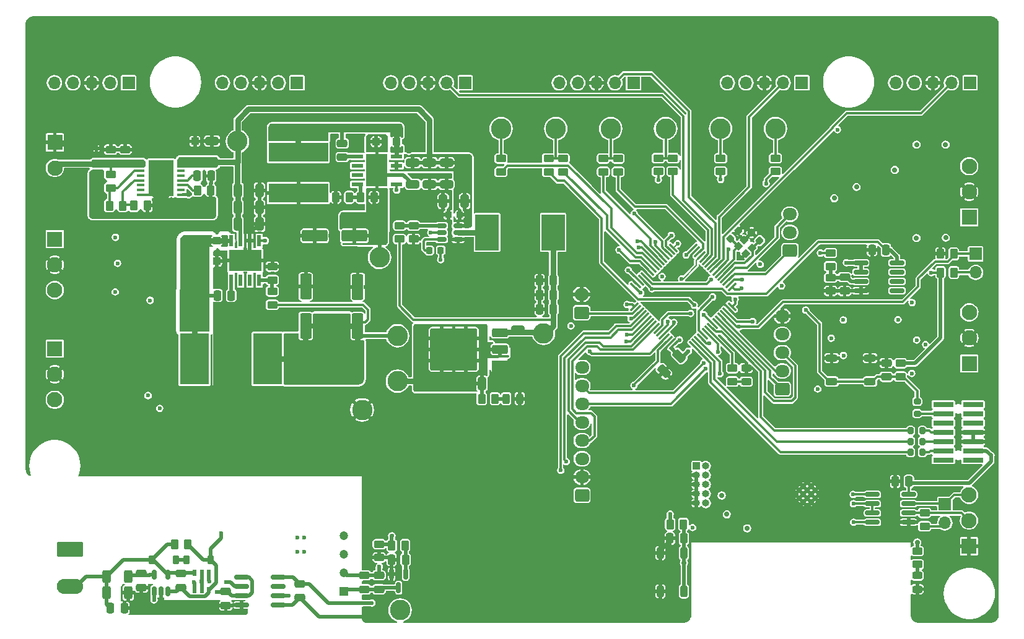
<source format=gtl>
G04 #@! TF.GenerationSoftware,KiCad,Pcbnew,8.0.7*
G04 #@! TF.CreationDate,2025-01-22T18:34:56+01:00*
G04 #@! TF.ProjectId,STM32_GateSignalGenerator,53544d33-325f-4476-9174-655369676e61,rev?*
G04 #@! TF.SameCoordinates,Original*
G04 #@! TF.FileFunction,Copper,L1,Top*
G04 #@! TF.FilePolarity,Positive*
%FSLAX46Y46*%
G04 Gerber Fmt 4.6, Leading zero omitted, Abs format (unit mm)*
G04 Created by KiCad (PCBNEW 8.0.7) date 2025-01-22 18:34:56*
%MOMM*%
%LPD*%
G01*
G04 APERTURE LIST*
G04 Aperture macros list*
%AMRoundRect*
0 Rectangle with rounded corners*
0 $1 Rounding radius*
0 $2 $3 $4 $5 $6 $7 $8 $9 X,Y pos of 4 corners*
0 Add a 4 corners polygon primitive as box body*
4,1,4,$2,$3,$4,$5,$6,$7,$8,$9,$2,$3,0*
0 Add four circle primitives for the rounded corners*
1,1,$1+$1,$2,$3*
1,1,$1+$1,$4,$5*
1,1,$1+$1,$6,$7*
1,1,$1+$1,$8,$9*
0 Add four rect primitives between the rounded corners*
20,1,$1+$1,$2,$3,$4,$5,0*
20,1,$1+$1,$4,$5,$6,$7,0*
20,1,$1+$1,$6,$7,$8,$9,0*
20,1,$1+$1,$8,$9,$2,$3,0*%
G04 Aperture macros list end*
G04 #@! TA.AperFunction,SMDPad,CuDef*
%ADD10RoundRect,0.112500X-0.112500X0.187500X-0.112500X-0.187500X0.112500X-0.187500X0.112500X0.187500X0*%
G04 #@! TD*
G04 #@! TA.AperFunction,SMDPad,CuDef*
%ADD11RoundRect,0.250000X0.250000X0.475000X-0.250000X0.475000X-0.250000X-0.475000X0.250000X-0.475000X0*%
G04 #@! TD*
G04 #@! TA.AperFunction,SMDPad,CuDef*
%ADD12RoundRect,0.102000X-0.492146X0.035355X0.035355X-0.492146X0.492146X-0.035355X-0.035355X0.492146X0*%
G04 #@! TD*
G04 #@! TA.AperFunction,ComponentPad*
%ADD13R,2.100000X2.100000*%
G04 #@! TD*
G04 #@! TA.AperFunction,ComponentPad*
%ADD14C,2.100000*%
G04 #@! TD*
G04 #@! TA.AperFunction,ComponentPad*
%ADD15R,1.700000X1.700000*%
G04 #@! TD*
G04 #@! TA.AperFunction,ComponentPad*
%ADD16O,1.700000X1.700000*%
G04 #@! TD*
G04 #@! TA.AperFunction,ComponentPad*
%ADD17C,2.800000*%
G04 #@! TD*
G04 #@! TA.AperFunction,SMDPad,CuDef*
%ADD18RoundRect,0.225000X-0.225000X-0.375000X0.225000X-0.375000X0.225000X0.375000X-0.225000X0.375000X0*%
G04 #@! TD*
G04 #@! TA.AperFunction,SMDPad,CuDef*
%ADD19RoundRect,0.250000X0.325000X0.650000X-0.325000X0.650000X-0.325000X-0.650000X0.325000X-0.650000X0*%
G04 #@! TD*
G04 #@! TA.AperFunction,SMDPad,CuDef*
%ADD20RoundRect,0.250000X0.262500X0.450000X-0.262500X0.450000X-0.262500X-0.450000X0.262500X-0.450000X0*%
G04 #@! TD*
G04 #@! TA.AperFunction,SMDPad,CuDef*
%ADD21R,8.200000X2.600000*%
G04 #@! TD*
G04 #@! TA.AperFunction,SMDPad,CuDef*
%ADD22RoundRect,0.250000X0.229810X-0.689429X0.689429X-0.229810X-0.229810X0.689429X-0.689429X0.229810X0*%
G04 #@! TD*
G04 #@! TA.AperFunction,SMDPad,CuDef*
%ADD23RoundRect,0.150000X-0.825000X-0.150000X0.825000X-0.150000X0.825000X0.150000X-0.825000X0.150000X0*%
G04 #@! TD*
G04 #@! TA.AperFunction,ComponentPad*
%ADD24RoundRect,0.250000X0.725000X-0.600000X0.725000X0.600000X-0.725000X0.600000X-0.725000X-0.600000X0*%
G04 #@! TD*
G04 #@! TA.AperFunction,ComponentPad*
%ADD25O,1.950000X1.700000*%
G04 #@! TD*
G04 #@! TA.AperFunction,SMDPad,CuDef*
%ADD26RoundRect,0.250000X-0.450000X0.262500X-0.450000X-0.262500X0.450000X-0.262500X0.450000X0.262500X0*%
G04 #@! TD*
G04 #@! TA.AperFunction,SMDPad,CuDef*
%ADD27RoundRect,0.225000X-0.335876X-0.017678X-0.017678X-0.335876X0.335876X0.017678X0.017678X0.335876X0*%
G04 #@! TD*
G04 #@! TA.AperFunction,SMDPad,CuDef*
%ADD28RoundRect,0.250000X0.450000X-0.262500X0.450000X0.262500X-0.450000X0.262500X-0.450000X-0.262500X0*%
G04 #@! TD*
G04 #@! TA.AperFunction,SMDPad,CuDef*
%ADD29RoundRect,0.250000X0.312500X0.625000X-0.312500X0.625000X-0.312500X-0.625000X0.312500X-0.625000X0*%
G04 #@! TD*
G04 #@! TA.AperFunction,SMDPad,CuDef*
%ADD30RoundRect,0.250000X-0.525000X-0.250000X0.525000X-0.250000X0.525000X0.250000X-0.525000X0.250000X0*%
G04 #@! TD*
G04 #@! TA.AperFunction,SMDPad,CuDef*
%ADD31RoundRect,0.200000X-0.200000X-0.275000X0.200000X-0.275000X0.200000X0.275000X-0.200000X0.275000X0*%
G04 #@! TD*
G04 #@! TA.AperFunction,SMDPad,CuDef*
%ADD32RoundRect,0.250000X-0.475000X0.250000X-0.475000X-0.250000X0.475000X-0.250000X0.475000X0.250000X0*%
G04 #@! TD*
G04 #@! TA.AperFunction,SMDPad,CuDef*
%ADD33R,1.550000X0.600000*%
G04 #@! TD*
G04 #@! TA.AperFunction,ComponentPad*
%ADD34C,0.600000*%
G04 #@! TD*
G04 #@! TA.AperFunction,SMDPad,CuDef*
%ADD35R,2.600000X3.100000*%
G04 #@! TD*
G04 #@! TA.AperFunction,SMDPad,CuDef*
%ADD36R,2.950000X4.500000*%
G04 #@! TD*
G04 #@! TA.AperFunction,SMDPad,CuDef*
%ADD37RoundRect,0.250000X-0.262500X-0.450000X0.262500X-0.450000X0.262500X0.450000X-0.262500X0.450000X0*%
G04 #@! TD*
G04 #@! TA.AperFunction,SMDPad,CuDef*
%ADD38RoundRect,0.250000X0.550000X-1.500000X0.550000X1.500000X-0.550000X1.500000X-0.550000X-1.500000X0*%
G04 #@! TD*
G04 #@! TA.AperFunction,SMDPad,CuDef*
%ADD39RoundRect,0.225000X0.225000X0.375000X-0.225000X0.375000X-0.225000X-0.375000X0.225000X-0.375000X0*%
G04 #@! TD*
G04 #@! TA.AperFunction,SMDPad,CuDef*
%ADD40RoundRect,0.250000X-0.325000X-0.650000X0.325000X-0.650000X0.325000X0.650000X-0.325000X0.650000X0*%
G04 #@! TD*
G04 #@! TA.AperFunction,ComponentPad*
%ADD41RoundRect,0.250000X0.750000X-0.600000X0.750000X0.600000X-0.750000X0.600000X-0.750000X-0.600000X0*%
G04 #@! TD*
G04 #@! TA.AperFunction,ComponentPad*
%ADD42O,2.000000X1.700000*%
G04 #@! TD*
G04 #@! TA.AperFunction,SMDPad,CuDef*
%ADD43RoundRect,0.250000X0.475000X-0.250000X0.475000X0.250000X-0.475000X0.250000X-0.475000X-0.250000X0*%
G04 #@! TD*
G04 #@! TA.AperFunction,SMDPad,CuDef*
%ADD44RoundRect,0.250000X0.650000X-0.325000X0.650000X0.325000X-0.650000X0.325000X-0.650000X-0.325000X0*%
G04 #@! TD*
G04 #@! TA.AperFunction,SMDPad,CuDef*
%ADD45RoundRect,0.225000X-0.017678X0.335876X-0.335876X0.017678X0.017678X-0.335876X0.335876X-0.017678X0*%
G04 #@! TD*
G04 #@! TA.AperFunction,SMDPad,CuDef*
%ADD46RoundRect,0.150000X0.150000X-0.512500X0.150000X0.512500X-0.150000X0.512500X-0.150000X-0.512500X0*%
G04 #@! TD*
G04 #@! TA.AperFunction,SMDPad,CuDef*
%ADD47RoundRect,0.200000X-0.275000X0.200000X-0.275000X-0.200000X0.275000X-0.200000X0.275000X0.200000X0*%
G04 #@! TD*
G04 #@! TA.AperFunction,SMDPad,CuDef*
%ADD48R,4.000000X7.000000*%
G04 #@! TD*
G04 #@! TA.AperFunction,SMDPad,CuDef*
%ADD49RoundRect,0.150000X-0.150000X0.587500X-0.150000X-0.587500X0.150000X-0.587500X0.150000X0.587500X0*%
G04 #@! TD*
G04 #@! TA.AperFunction,SMDPad,CuDef*
%ADD50RoundRect,0.250000X0.250000X-0.525000X0.250000X0.525000X-0.250000X0.525000X-0.250000X-0.525000X0*%
G04 #@! TD*
G04 #@! TA.AperFunction,SMDPad,CuDef*
%ADD51RoundRect,0.250000X-0.300000X0.300000X-0.300000X-0.300000X0.300000X-0.300000X0.300000X0.300000X0*%
G04 #@! TD*
G04 #@! TA.AperFunction,SMDPad,CuDef*
%ADD52RoundRect,0.250000X-1.500000X-0.550000X1.500000X-0.550000X1.500000X0.550000X-1.500000X0.550000X0*%
G04 #@! TD*
G04 #@! TA.AperFunction,SMDPad,CuDef*
%ADD53RoundRect,0.075000X0.441942X0.548008X-0.548008X-0.441942X-0.441942X-0.548008X0.548008X0.441942X0*%
G04 #@! TD*
G04 #@! TA.AperFunction,SMDPad,CuDef*
%ADD54RoundRect,0.075000X-0.441942X0.548008X-0.548008X0.441942X0.441942X-0.548008X0.548008X-0.441942X0*%
G04 #@! TD*
G04 #@! TA.AperFunction,SMDPad,CuDef*
%ADD55RoundRect,0.250000X-0.250000X-0.475000X0.250000X-0.475000X0.250000X0.475000X-0.250000X0.475000X0*%
G04 #@! TD*
G04 #@! TA.AperFunction,SMDPad,CuDef*
%ADD56RoundRect,0.243750X0.456250X-0.243750X0.456250X0.243750X-0.456250X0.243750X-0.456250X-0.243750X0*%
G04 #@! TD*
G04 #@! TA.AperFunction,SMDPad,CuDef*
%ADD57RoundRect,0.243750X-0.456250X0.243750X-0.456250X-0.243750X0.456250X-0.243750X0.456250X0.243750X0*%
G04 #@! TD*
G04 #@! TA.AperFunction,SMDPad,CuDef*
%ADD58RoundRect,0.250000X0.300000X-0.300000X0.300000X0.300000X-0.300000X0.300000X-0.300000X-0.300000X0*%
G04 #@! TD*
G04 #@! TA.AperFunction,SMDPad,CuDef*
%ADD59R,3.175000X4.950000*%
G04 #@! TD*
G04 #@! TA.AperFunction,ComponentPad*
%ADD60RoundRect,0.249999X-1.550001X0.790001X-1.550001X-0.790001X1.550001X-0.790001X1.550001X0.790001X0*%
G04 #@! TD*
G04 #@! TA.AperFunction,ComponentPad*
%ADD61O,3.600000X2.080000*%
G04 #@! TD*
G04 #@! TA.AperFunction,ComponentPad*
%ADD62R,1.200000X1.200000*%
G04 #@! TD*
G04 #@! TA.AperFunction,ComponentPad*
%ADD63C,1.200000*%
G04 #@! TD*
G04 #@! TA.AperFunction,SMDPad,CuDef*
%ADD64RoundRect,0.055000X-0.220000X-0.345000X0.220000X-0.345000X0.220000X0.345000X-0.220000X0.345000X0*%
G04 #@! TD*
G04 #@! TA.AperFunction,ComponentPad*
%ADD65R,1.000000X1.000000*%
G04 #@! TD*
G04 #@! TA.AperFunction,ComponentPad*
%ADD66O,1.000000X1.000000*%
G04 #@! TD*
G04 #@! TA.AperFunction,SMDPad,CuDef*
%ADD67R,1.050000X0.450000*%
G04 #@! TD*
G04 #@! TA.AperFunction,SMDPad,CuDef*
%ADD68R,3.400000X5.000000*%
G04 #@! TD*
G04 #@! TA.AperFunction,SMDPad,CuDef*
%ADD69R,2.790000X0.740000*%
G04 #@! TD*
G04 #@! TA.AperFunction,SMDPad,CuDef*
%ADD70RoundRect,0.250000X0.300000X0.300000X-0.300000X0.300000X-0.300000X-0.300000X0.300000X-0.300000X0*%
G04 #@! TD*
G04 #@! TA.AperFunction,SMDPad,CuDef*
%ADD71RoundRect,0.225000X0.225000X0.250000X-0.225000X0.250000X-0.225000X-0.250000X0.225000X-0.250000X0*%
G04 #@! TD*
G04 #@! TA.AperFunction,SMDPad,CuDef*
%ADD72RoundRect,0.150000X0.512500X0.150000X-0.512500X0.150000X-0.512500X-0.150000X0.512500X-0.150000X0*%
G04 #@! TD*
G04 #@! TA.AperFunction,SMDPad,CuDef*
%ADD73R,0.600000X1.550000*%
G04 #@! TD*
G04 #@! TA.AperFunction,SMDPad,CuDef*
%ADD74R,3.100000X2.600000*%
G04 #@! TD*
G04 #@! TA.AperFunction,SMDPad,CuDef*
%ADD75R,4.500000X2.950000*%
G04 #@! TD*
G04 #@! TA.AperFunction,SMDPad,CuDef*
%ADD76RoundRect,0.225000X-0.225000X-0.250000X0.225000X-0.250000X0.225000X0.250000X-0.225000X0.250000X0*%
G04 #@! TD*
G04 #@! TA.AperFunction,SMDPad,CuDef*
%ADD77RoundRect,0.250000X0.850000X0.350000X-0.850000X0.350000X-0.850000X-0.350000X0.850000X-0.350000X0*%
G04 #@! TD*
G04 #@! TA.AperFunction,SMDPad,CuDef*
%ADD78RoundRect,0.250000X1.275000X1.125000X-1.275000X1.125000X-1.275000X-1.125000X1.275000X-1.125000X0*%
G04 #@! TD*
G04 #@! TA.AperFunction,SMDPad,CuDef*
%ADD79RoundRect,0.249997X2.950003X2.650003X-2.950003X2.650003X-2.950003X-2.650003X2.950003X-2.650003X0*%
G04 #@! TD*
G04 #@! TA.AperFunction,SMDPad,CuDef*
%ADD80RoundRect,0.243750X0.243750X0.456250X-0.243750X0.456250X-0.243750X-0.456250X0.243750X-0.456250X0*%
G04 #@! TD*
G04 #@! TA.AperFunction,HeatsinkPad*
%ADD81C,0.600000*%
G04 #@! TD*
G04 #@! TA.AperFunction,ViaPad*
%ADD82C,0.600000*%
G04 #@! TD*
G04 #@! TA.AperFunction,ViaPad*
%ADD83C,0.700000*%
G04 #@! TD*
G04 #@! TA.AperFunction,Conductor*
%ADD84C,0.300000*%
G04 #@! TD*
G04 #@! TA.AperFunction,Conductor*
%ADD85C,0.500000*%
G04 #@! TD*
G04 #@! TA.AperFunction,Conductor*
%ADD86C,0.750000*%
G04 #@! TD*
G04 #@! TA.AperFunction,Conductor*
%ADD87C,0.200000*%
G04 #@! TD*
G04 APERTURE END LIST*
D10*
X91345000Y-82202500D03*
X91345000Y-84302500D03*
D11*
X202395000Y-127780000D03*
X200495000Y-127780000D03*
D12*
X179079651Y-95585532D03*
X180104956Y-96610837D03*
X180918129Y-95797664D03*
X179892824Y-94772359D03*
D13*
X85652500Y-109607500D03*
D14*
X85652500Y-113107500D03*
X85652500Y-116607500D03*
D15*
X164750000Y-73215000D03*
D16*
X162210000Y-73215000D03*
X159670000Y-73215000D03*
X157130000Y-73215000D03*
X154590000Y-73215000D03*
D17*
X176642500Y-79497500D03*
D13*
X85652500Y-94617500D03*
D14*
X85652500Y-98117500D03*
X85652500Y-101617500D03*
D18*
X98940351Y-138507500D03*
X102240351Y-138507500D03*
D17*
X110633064Y-81222500D03*
X130033064Y-97122500D03*
D19*
X147008064Y-114362500D03*
X144058064Y-114362500D03*
D20*
X208512500Y-96632500D03*
X206687500Y-96632500D03*
D21*
X118943064Y-82702500D03*
X118943064Y-88302500D03*
D22*
X168917017Y-112707983D03*
X171002983Y-110622017D03*
D23*
X195817500Y-97867500D03*
X195817500Y-99137500D03*
X195817500Y-100407500D03*
X195817500Y-101677500D03*
X200767500Y-101677500D03*
X200767500Y-100407500D03*
X200767500Y-99137500D03*
X200767500Y-97867500D03*
D17*
X154142500Y-79497500D03*
D24*
X185072500Y-115147500D03*
D25*
X185072500Y-112647500D03*
X185072500Y-110147500D03*
X185072500Y-107647500D03*
X185072500Y-105147500D03*
D26*
X93288627Y-85771956D03*
X93288627Y-87596956D03*
D27*
X180900451Y-93715234D03*
X181996467Y-94811250D03*
D28*
X201245000Y-113442500D03*
X201245000Y-111617500D03*
D29*
X95687851Y-140777500D03*
X92762851Y-140777500D03*
D30*
X191830000Y-110890000D03*
X197080000Y-110890000D03*
X191830000Y-114090000D03*
X197080000Y-114090000D03*
D31*
X202602500Y-120847500D03*
X204252500Y-120847500D03*
D17*
X161642500Y-79497500D03*
D32*
X119117851Y-141777500D03*
X119117851Y-143677500D03*
D26*
X191682500Y-99880000D03*
X191682500Y-101705000D03*
D33*
X126985564Y-83290000D03*
X126985564Y-84560000D03*
X126985564Y-85830000D03*
X126985564Y-87100000D03*
X132385564Y-87100000D03*
X132385564Y-85830000D03*
X132385564Y-84560000D03*
X132385564Y-83290000D03*
D34*
X129085564Y-83395000D03*
X129085564Y-84595000D03*
X129085564Y-85895000D03*
X129085564Y-86995000D03*
D35*
X129685564Y-85195000D03*
D36*
X129685564Y-85195000D03*
D34*
X130285564Y-83395000D03*
X130285564Y-84595000D03*
X130285564Y-85895000D03*
X130285564Y-86995000D03*
D26*
X203530000Y-137315000D03*
X203530000Y-139140000D03*
D17*
X132852500Y-145397500D03*
X152455000Y-107490000D03*
D37*
X206720000Y-99192500D03*
X208545000Y-99192500D03*
D38*
X119960564Y-106510000D03*
X119960564Y-101110000D03*
D39*
X106937851Y-138507500D03*
X103637851Y-138507500D03*
D40*
X110668064Y-90252500D03*
X113618064Y-90252500D03*
D26*
X204535000Y-132097500D03*
X204535000Y-133922500D03*
D41*
X157642500Y-104687500D03*
D42*
X157642500Y-102187500D03*
D26*
X178255000Y-112277500D03*
X178255000Y-114102500D03*
D43*
X199315000Y-113469999D03*
X199315000Y-111570001D03*
D24*
X157712500Y-129677500D03*
D25*
X157712500Y-127177500D03*
X157712500Y-124677500D03*
X157712500Y-122177500D03*
X157712500Y-119677500D03*
X157712500Y-117177500D03*
X157712500Y-114677500D03*
X157712500Y-112177500D03*
D44*
X134583064Y-87117500D03*
X134583064Y-84167500D03*
D45*
X179090258Y-93439462D03*
X177994242Y-94535478D03*
D46*
X99215351Y-142845000D03*
X100165351Y-142845000D03*
X101115351Y-142845000D03*
X101115351Y-140570000D03*
X99215351Y-140570000D03*
D23*
X197400000Y-129555000D03*
X197400000Y-130825000D03*
X197400000Y-132095000D03*
X197400000Y-133365000D03*
X202350000Y-133365000D03*
X202350000Y-132095000D03*
X202350000Y-130825000D03*
X202350000Y-129555000D03*
D19*
X141685564Y-89422500D03*
X138735564Y-89422500D03*
D11*
X153810564Y-100272500D03*
X151910564Y-100272500D03*
D40*
X110668064Y-87952500D03*
X113618064Y-87952500D03*
D15*
X95750000Y-73215000D03*
D16*
X93210000Y-73215000D03*
X90670000Y-73215000D03*
X88130000Y-73215000D03*
X85590000Y-73215000D03*
D47*
X203522500Y-116842500D03*
X203522500Y-118492500D03*
D17*
X146642500Y-79497500D03*
D48*
X104760564Y-111010000D03*
X114760564Y-111010000D03*
D43*
X93308627Y-84254456D03*
X93308627Y-82354456D03*
D11*
X153810564Y-104192500D03*
X151910564Y-104192500D03*
D31*
X202602500Y-122307500D03*
X204252500Y-122307500D03*
D43*
X95265000Y-84242500D03*
X95265000Y-82342500D03*
D28*
X153142500Y-85410000D03*
X153142500Y-83585000D03*
D11*
X171620000Y-135585000D03*
X169720000Y-135585000D03*
D49*
X133592500Y-140440000D03*
X131692500Y-140440000D03*
X132642500Y-142315000D03*
D44*
X139183064Y-87117500D03*
X139183064Y-84167500D03*
D50*
X168440000Y-142840000D03*
X168440000Y-137590000D03*
X171640000Y-142840000D03*
X171640000Y-137590000D03*
D28*
X168142500Y-85352500D03*
X168142500Y-83527500D03*
D37*
X105138627Y-87946956D03*
X106963627Y-87946956D03*
D28*
X160642500Y-85410000D03*
X160642500Y-83585000D03*
D51*
X107793064Y-94852500D03*
X107793064Y-97652500D03*
D28*
X146642500Y-85410000D03*
X146642500Y-83585000D03*
D11*
X133592500Y-138477500D03*
X131692500Y-138477500D03*
D52*
X121193064Y-94152500D03*
X126593064Y-94152500D03*
D17*
X132483064Y-107822500D03*
D37*
X127455564Y-88902500D03*
X129280564Y-88902500D03*
X93116127Y-90044456D03*
X94941127Y-90044456D03*
X131710000Y-136547500D03*
X133535000Y-136547500D03*
D53*
X178216981Y-101136319D03*
X177863428Y-100782766D03*
X177509875Y-100429213D03*
X177156321Y-100075659D03*
X176802768Y-99722106D03*
X176449214Y-99368552D03*
X176095661Y-99014999D03*
X175742108Y-98661446D03*
X175388554Y-98307892D03*
X175035001Y-97954339D03*
X174681448Y-97600786D03*
X174327894Y-97247232D03*
X173974341Y-96893679D03*
X173620787Y-96540125D03*
X173267234Y-96186572D03*
X172913681Y-95833019D03*
D54*
X170191319Y-95833019D03*
X169837766Y-96186572D03*
X169484213Y-96540125D03*
X169130659Y-96893679D03*
X168777106Y-97247232D03*
X168423552Y-97600786D03*
X168069999Y-97954339D03*
X167716446Y-98307892D03*
X167362892Y-98661446D03*
X167009339Y-99014999D03*
X166655786Y-99368552D03*
X166302232Y-99722106D03*
X165948679Y-100075659D03*
X165595125Y-100429213D03*
X165241572Y-100782766D03*
X164888019Y-101136319D03*
D53*
X164888019Y-103858681D03*
X165241572Y-104212234D03*
X165595125Y-104565787D03*
X165948679Y-104919341D03*
X166302232Y-105272894D03*
X166655786Y-105626448D03*
X167009339Y-105980001D03*
X167362892Y-106333554D03*
X167716446Y-106687108D03*
X168069999Y-107040661D03*
X168423552Y-107394214D03*
X168777106Y-107747768D03*
X169130659Y-108101321D03*
X169484213Y-108454875D03*
X169837766Y-108808428D03*
X170191319Y-109161981D03*
D54*
X172913681Y-109161981D03*
X173267234Y-108808428D03*
X173620787Y-108454875D03*
X173974341Y-108101321D03*
X174327894Y-107747768D03*
X174681448Y-107394214D03*
X175035001Y-107040661D03*
X175388554Y-106687108D03*
X175742108Y-106333554D03*
X176095661Y-105980001D03*
X176449214Y-105626448D03*
X176802768Y-105272894D03*
X177156321Y-104919341D03*
X177509875Y-104565787D03*
X177863428Y-104212234D03*
X178216981Y-103858681D03*
D55*
X107875564Y-102320000D03*
X109775564Y-102320000D03*
D37*
X143998064Y-116462500D03*
X145823064Y-116462500D03*
D15*
X118750000Y-73215000D03*
D16*
X116210000Y-73215000D03*
X113670000Y-73215000D03*
X111130000Y-73215000D03*
X108590000Y-73215000D03*
D56*
X203530000Y-142535000D03*
X203530000Y-140660000D03*
D57*
X180155000Y-112252499D03*
X180155000Y-114127501D03*
D58*
X104798627Y-84031956D03*
X104798627Y-81231956D03*
D28*
X115390000Y-100217500D03*
X115390000Y-98392500D03*
X155142500Y-85410000D03*
X155142500Y-83585000D03*
D59*
X144753064Y-93712500D03*
X153768064Y-93712500D03*
D17*
X184142500Y-79497500D03*
D43*
X109025351Y-144742500D03*
X109025351Y-142842500D03*
X102847851Y-142307500D03*
X102847851Y-140407500D03*
D32*
X129962500Y-140645000D03*
X129962500Y-142545000D03*
D11*
X153810564Y-102232500D03*
X151910564Y-102232500D03*
D24*
X186127500Y-96207500D03*
D25*
X186127500Y-93707500D03*
X186127500Y-91207500D03*
D40*
X110668064Y-92552500D03*
X113618064Y-92552500D03*
D44*
X107151127Y-84121956D03*
X107151127Y-81171956D03*
D17*
X127655000Y-117990000D03*
D13*
X85660000Y-81375000D03*
D14*
X85660000Y-84875000D03*
D20*
X171585000Y-133645000D03*
X169760000Y-133645000D03*
D31*
X202602500Y-123767500D03*
X204252500Y-123767500D03*
D26*
X191682500Y-96517500D03*
X191682500Y-98342500D03*
D60*
X87760000Y-137077500D03*
D61*
X87760000Y-142157500D03*
D44*
X136883064Y-87117500D03*
X136883064Y-84167500D03*
D55*
X197352500Y-96082500D03*
X199252500Y-96082500D03*
D28*
X184152500Y-85360000D03*
X184152500Y-83535000D03*
D13*
X210642500Y-111647500D03*
D14*
X210642500Y-108147500D03*
X210642500Y-104647500D03*
D28*
X132783064Y-94602500D03*
X132783064Y-92777500D03*
D15*
X187750000Y-73215000D03*
D16*
X185210000Y-73215000D03*
X182670000Y-73215000D03*
X180130000Y-73215000D03*
X177590000Y-73215000D03*
D15*
X207295000Y-130915000D03*
D16*
X207295000Y-133455000D03*
D15*
X210750000Y-73215000D03*
D16*
X208210000Y-73215000D03*
X205670000Y-73215000D03*
X203130000Y-73215000D03*
X200590000Y-73215000D03*
D20*
X103860351Y-136407500D03*
X102035351Y-136407500D03*
D17*
X169142500Y-79497500D03*
D62*
X125122500Y-142797500D03*
D63*
X125122500Y-140257500D03*
X125122500Y-137717500D03*
X125122500Y-135177500D03*
D15*
X211502500Y-96632500D03*
D16*
X211502500Y-99172500D03*
D64*
X104777851Y-142657500D03*
X105727851Y-142657500D03*
X106677851Y-142657500D03*
X106677851Y-140257500D03*
X105727851Y-140257500D03*
X104777851Y-140257500D03*
D65*
X173355000Y-125675000D03*
D66*
X174625000Y-125675000D03*
X173355000Y-126945000D03*
X174625000Y-126945000D03*
X173355000Y-128215000D03*
X174625000Y-128215000D03*
X173355000Y-129485000D03*
X174625000Y-129485000D03*
X173355000Y-130755000D03*
X174625000Y-130755000D03*
D26*
X134683064Y-92777500D03*
X134683064Y-94602500D03*
D67*
X97377500Y-83992500D03*
X97377500Y-84642500D03*
X97377500Y-85292500D03*
X97377500Y-85942500D03*
X97377500Y-86592500D03*
X97377500Y-87242500D03*
X97377500Y-87892500D03*
X97377500Y-88542500D03*
X102927500Y-88542500D03*
X102927500Y-87892500D03*
X102927500Y-87242500D03*
X102927500Y-86592500D03*
X102927500Y-85942500D03*
X102927500Y-85292500D03*
X102927500Y-84642500D03*
X102927500Y-83992500D03*
D34*
X99052500Y-84067500D03*
X99052500Y-85167500D03*
X99052500Y-86267500D03*
X99052500Y-87367500D03*
X99052500Y-88467500D03*
X100152500Y-84067500D03*
X100152500Y-85167500D03*
X100152500Y-86267500D03*
D68*
X100152500Y-86267500D03*
D34*
X100152500Y-87367500D03*
X100152500Y-88467500D03*
X101252500Y-84067500D03*
X101252500Y-85167500D03*
X101252500Y-86267500D03*
X101252500Y-87367500D03*
X101252500Y-88467500D03*
D44*
X148983064Y-109987500D03*
X148983064Y-107037500D03*
D69*
X211157500Y-124847500D03*
X207087500Y-124847500D03*
X211157500Y-123577500D03*
X207087500Y-123577500D03*
X211157500Y-122307500D03*
X207087500Y-122307500D03*
X211157500Y-121037500D03*
X207087500Y-121037500D03*
X211157500Y-119767500D03*
X207087500Y-119767500D03*
X211157500Y-118497500D03*
X207087500Y-118497500D03*
X211157500Y-117227500D03*
X207087500Y-117227500D03*
D17*
X132483064Y-114072500D03*
D55*
X93265351Y-145127500D03*
X95165351Y-145127500D03*
D32*
X127962500Y-140645000D03*
X127962500Y-142545000D03*
D70*
X132367899Y-81280427D03*
X129567899Y-81280427D03*
D28*
X170142500Y-85352500D03*
X170142500Y-83527500D03*
D71*
X140990564Y-91302500D03*
X139440564Y-91302500D03*
D15*
X141750000Y-73215000D03*
D16*
X139210000Y-73215000D03*
X136670000Y-73215000D03*
X134130000Y-73215000D03*
X131590000Y-73215000D03*
D37*
X124080564Y-88895000D03*
X125905564Y-88895000D03*
D72*
X140780564Y-94682500D03*
X140780564Y-93732500D03*
X140780564Y-92782500D03*
X138505564Y-92782500D03*
X138505564Y-93732500D03*
X138505564Y-94682500D03*
D28*
X115390000Y-103600000D03*
X115390000Y-101775000D03*
D43*
X97477851Y-142307500D03*
X97477851Y-140407500D03*
D38*
X127060564Y-106535000D03*
X127060564Y-101135000D03*
D13*
X210612500Y-136637500D03*
D14*
X210612500Y-133137500D03*
X210612500Y-129637500D03*
D32*
X124943064Y-81502500D03*
X124943064Y-83402500D03*
D55*
X105126127Y-85971956D03*
X107026127Y-85971956D03*
D32*
X193612500Y-99822500D03*
X193612500Y-101722500D03*
D13*
X210632500Y-91637500D03*
D14*
X210632500Y-88137500D03*
X210632500Y-84637500D03*
D73*
X109788064Y-100252500D03*
X111058064Y-100252500D03*
X112328064Y-100252500D03*
X113598064Y-100252500D03*
X113598064Y-94852500D03*
X112328064Y-94852500D03*
X111058064Y-94852500D03*
X109788064Y-94852500D03*
D34*
X109893064Y-98152500D03*
X111093064Y-98152500D03*
X112393064Y-98152500D03*
X113493064Y-98152500D03*
D74*
X111693064Y-97552500D03*
D75*
X111693064Y-97552500D03*
D34*
X109893064Y-96952500D03*
X111093064Y-96952500D03*
X112393064Y-96952500D03*
X113493064Y-96952500D03*
D28*
X129992500Y-138187500D03*
X129992500Y-136362500D03*
D37*
X96476127Y-90034456D03*
X98301127Y-90034456D03*
D28*
X176662500Y-85360000D03*
X176662500Y-83535000D03*
D29*
X95687851Y-143027500D03*
X92762851Y-143027500D03*
D28*
X162642500Y-85410000D03*
X162642500Y-83585000D03*
D23*
X111222851Y-140887500D03*
X111222851Y-142157500D03*
X111222851Y-143427500D03*
X111222851Y-144697500D03*
X116172851Y-144697500D03*
X116172851Y-143427500D03*
X116172851Y-142157500D03*
X116172851Y-140887500D03*
D76*
X136855564Y-96162500D03*
X138405564Y-96162500D03*
D77*
X146483064Y-111992500D03*
X146483064Y-109712500D03*
D78*
X141858064Y-111237500D03*
X141858064Y-108187500D03*
D79*
X140183064Y-109712500D03*
D78*
X138508064Y-111237500D03*
X138508064Y-108187500D03*
D77*
X146483064Y-107432500D03*
D80*
X149208064Y-116462500D03*
X147333064Y-116462500D03*
D81*
X187410000Y-128965000D03*
X187410000Y-130065000D03*
X187960000Y-128415000D03*
X187960000Y-129515000D03*
X187960000Y-130615000D03*
X188510000Y-128965000D03*
X188510000Y-130065000D03*
X189060000Y-128415000D03*
X189060000Y-129515000D03*
X189060000Y-130615000D03*
X189610000Y-128965000D03*
X189610000Y-130065000D03*
D82*
X200892500Y-105642500D03*
D83*
X207407500Y-81672500D03*
D82*
X204672500Y-109047500D03*
X130020000Y-139455000D03*
D83*
X195232500Y-87487500D03*
D82*
X193432500Y-105677500D03*
D83*
X207427500Y-94422500D03*
X200462500Y-85137500D03*
D82*
X101834292Y-118588952D03*
X114650000Y-126115000D03*
X117238869Y-118588952D03*
X82650000Y-97115000D03*
X197650000Y-135115000D03*
X179155000Y-110940000D03*
X114671437Y-118588952D03*
X120650000Y-65115000D03*
X110593064Y-114752500D03*
X122218217Y-78099336D03*
X102038627Y-82222500D03*
X121143064Y-96702500D03*
X114650000Y-65115000D03*
X128808390Y-109390831D03*
X160250000Y-114515000D03*
X128650000Y-134115000D03*
X213650000Y-101115000D03*
X105802049Y-93127861D03*
X149650000Y-146115000D03*
X145033064Y-99122500D03*
X177450000Y-92315000D03*
X145650000Y-146115000D03*
X134059533Y-81094070D03*
X169650000Y-146115000D03*
X121143064Y-98702500D03*
X168940000Y-110285000D03*
X159650000Y-146115000D03*
X82650000Y-91115000D03*
X108593064Y-106752500D03*
X117643064Y-86202500D03*
X170650000Y-65115000D03*
X175850000Y-90715000D03*
X82650000Y-99115000D03*
X108593064Y-112752500D03*
X117143064Y-98702500D03*
X213650000Y-83115000D03*
X82650000Y-81115000D03*
X117133064Y-94822500D03*
X213650000Y-115115000D03*
X213650000Y-99115000D03*
X120536115Y-78099336D03*
X134059533Y-79595013D03*
X181055000Y-117290000D03*
X213650000Y-139115000D03*
X120650000Y-126115000D03*
X100650000Y-65115000D03*
X161250000Y-95915000D03*
X129050000Y-146335000D03*
X161250000Y-94515000D03*
X156650000Y-65115000D03*
X101810929Y-95292642D03*
X103951127Y-88542500D03*
X144650000Y-65115000D03*
X140650000Y-65115000D03*
X123143064Y-98702500D03*
X179843327Y-92672252D03*
X108593064Y-114752500D03*
X114643064Y-86202500D03*
X197352500Y-99727500D03*
X117133064Y-92722500D03*
X82650000Y-111115000D03*
X117353018Y-115346580D03*
X190282500Y-101667500D03*
X116650000Y-65115000D03*
X82650000Y-71115000D03*
X154833064Y-90272500D03*
X213650000Y-75115000D03*
X161650000Y-146115000D03*
X176650000Y-65115000D03*
X86650000Y-65115000D03*
X128650000Y-128115000D03*
X213650000Y-71115000D03*
X168440000Y-140175000D03*
X92650000Y-65115000D03*
X128650000Y-132115000D03*
X139953064Y-104402500D03*
X136650000Y-65115000D03*
X160250000Y-113115000D03*
X118650000Y-126115000D03*
X103881624Y-93093567D03*
X194650000Y-65115000D03*
X82650000Y-101115000D03*
X177155000Y-110640000D03*
X213650000Y-131115000D03*
X121137278Y-115346580D03*
X82650000Y-83115000D03*
X102618627Y-81222500D03*
X143533064Y-99122500D03*
X142650000Y-65115000D03*
X145033064Y-97422500D03*
X101810929Y-116419232D03*
X105978627Y-82222500D03*
X213650000Y-105115000D03*
X172650000Y-65115000D03*
X125143064Y-98702500D03*
X123029408Y-115346580D03*
X82650000Y-119115000D03*
X113807026Y-82609241D03*
X189232500Y-101687500D03*
X118854013Y-78099336D03*
X82650000Y-73115000D03*
X122650000Y-65115000D03*
X96820000Y-111255000D03*
X205650000Y-146115000D03*
X134650000Y-65115000D03*
X82650000Y-89115000D03*
X149033064Y-114822500D03*
X137650000Y-146115000D03*
X172115000Y-98452850D03*
X124650000Y-126115000D03*
X98650000Y-65115000D03*
X189650000Y-135115000D03*
X165650000Y-146115000D03*
X130650000Y-65115000D03*
X136833064Y-88922500D03*
X96140000Y-97895000D03*
X163855000Y-100140000D03*
X213650000Y-109115000D03*
X101810929Y-97405301D03*
X123143064Y-96702500D03*
X113807026Y-79618765D03*
X101810929Y-99517960D03*
X101812898Y-93093383D03*
X126650000Y-126115000D03*
X104650000Y-65115000D03*
X183650000Y-135115000D03*
X117433064Y-106422500D03*
X213650000Y-79115000D03*
X124921538Y-115346580D03*
X213650000Y-73115000D03*
X191650000Y-135115000D03*
X178450000Y-91515000D03*
X82650000Y-95115000D03*
X187650000Y-135115000D03*
X127143064Y-96702500D03*
X191510000Y-81515000D03*
X157650000Y-146115000D03*
X95450000Y-115245000D03*
X166355000Y-110990000D03*
X154833064Y-88422500D03*
X113807707Y-78099336D03*
X119143064Y-98702500D03*
X106650000Y-126115000D03*
X206650000Y-65115000D03*
X128808390Y-113368119D03*
X200650000Y-65115000D03*
X150433064Y-102722500D03*
X132650000Y-65115000D03*
X143633064Y-90292500D03*
X178650000Y-65115000D03*
X116143064Y-85202500D03*
X82650000Y-77115000D03*
X119133064Y-90722500D03*
X213650000Y-107115000D03*
X154650000Y-65115000D03*
X106650000Y-65115000D03*
X82650000Y-113115000D03*
X149033064Y-112022500D03*
X186650000Y-65115000D03*
X213650000Y-67115000D03*
X172477500Y-124052500D03*
X106969150Y-118588952D03*
X98433064Y-82222500D03*
X82650000Y-93115000D03*
X170105000Y-113890000D03*
X128650000Y-136115000D03*
X179510987Y-97204806D03*
X112104008Y-118588952D03*
X139650000Y-146115000D03*
X162650000Y-65115000D03*
X207650000Y-146115000D03*
X98650000Y-126115000D03*
X94650000Y-65115000D03*
X192810000Y-103905000D03*
X213650000Y-91115000D03*
X126813668Y-115346580D03*
X213650000Y-111115000D03*
X150433064Y-101222500D03*
X102650000Y-65115000D03*
X84650000Y-65115000D03*
X90650000Y-65115000D03*
X112650000Y-126115000D03*
X110650000Y-126115000D03*
X191620000Y-93955000D03*
X213650000Y-127115000D03*
X125143064Y-96702500D03*
X192090000Y-94325000D03*
X104401721Y-118588952D03*
X88650000Y-65115000D03*
X213650000Y-135115000D03*
X122650000Y-126115000D03*
X158650000Y-65115000D03*
X203530000Y-143875000D03*
X213650000Y-93115000D03*
X173355000Y-132387500D03*
X101810929Y-101630619D03*
X202650000Y-65115000D03*
X213650000Y-89115000D03*
X82650000Y-117115000D03*
X112650000Y-65115000D03*
X172250000Y-94715000D03*
X213650000Y-77115000D03*
X97790000Y-81222500D03*
X82650000Y-69115000D03*
X82650000Y-85115000D03*
X182650000Y-65115000D03*
X128650000Y-126115000D03*
X90650000Y-126115000D03*
X117433064Y-105222500D03*
X115143064Y-90702500D03*
X213650000Y-113115000D03*
X97265000Y-82222500D03*
X92650000Y-126115000D03*
X170445000Y-104140000D03*
X132310829Y-78099336D03*
X109536579Y-118588952D03*
X120643064Y-86202500D03*
X167650000Y-91715000D03*
X171050000Y-106715000D03*
X143633064Y-88422500D03*
X127143064Y-98702500D03*
X82650000Y-87115000D03*
X115143064Y-92702500D03*
X196650000Y-65115000D03*
X150433064Y-104222500D03*
X141650000Y-146115000D03*
X188650000Y-65115000D03*
X190650000Y-65115000D03*
X155650000Y-146115000D03*
X185650000Y-135115000D03*
X150650000Y-65115000D03*
X134059533Y-82593127D03*
X210650000Y-65115000D03*
X213650000Y-85115000D03*
X126650000Y-65115000D03*
X110593064Y-110752500D03*
X203650000Y-146115000D03*
X101810929Y-114306573D03*
X82650000Y-75115000D03*
X110593064Y-108752500D03*
X104650000Y-126115000D03*
X82650000Y-109115000D03*
X134613064Y-88922500D03*
X130628727Y-78099336D03*
X197352500Y-97337500D03*
X213650000Y-97115000D03*
X151650000Y-146115000D03*
X116650000Y-126115000D03*
X146650000Y-65115000D03*
X128946625Y-78099336D03*
X198650000Y-65115000D03*
X167650000Y-146115000D03*
X193650000Y-135115000D03*
X213650000Y-87115000D03*
X135650000Y-146115000D03*
X174650000Y-65115000D03*
X169955000Y-111640000D03*
X149033064Y-113522500D03*
X213650000Y-133115000D03*
X125582421Y-78099336D03*
X101810929Y-107968596D03*
X213650000Y-117115000D03*
X107602448Y-93093567D03*
X171650000Y-146115000D03*
X213650000Y-146115000D03*
X138650000Y-65115000D03*
X173450000Y-93115000D03*
X82650000Y-115115000D03*
X136833064Y-91222500D03*
X168650000Y-65115000D03*
X121143064Y-92702500D03*
X82650000Y-123115000D03*
X128808390Y-111379475D03*
X163650000Y-146115000D03*
X117143064Y-96702500D03*
X212650000Y-65115000D03*
X153650000Y-146115000D03*
X124650000Y-65115000D03*
X119245148Y-115346580D03*
X101810929Y-103743278D03*
X82650000Y-107115000D03*
X180650000Y-65115000D03*
X101810929Y-105855937D03*
X199650000Y-135115000D03*
X117309155Y-116994543D03*
X128650000Y-130115000D03*
X122143064Y-85202500D03*
X82650000Y-67115000D03*
X127264523Y-78099336D03*
X177112500Y-123715000D03*
X171890608Y-105699392D03*
X121143064Y-90702500D03*
X213650000Y-129115000D03*
X115143064Y-96702500D03*
X213650000Y-103115000D03*
X174313721Y-99941279D03*
D83*
X90052500Y-113157500D03*
D82*
X82650000Y-121115000D03*
X150413064Y-99622500D03*
X110593064Y-106752500D03*
X108593064Y-108752500D03*
X119133064Y-92722500D03*
X134059533Y-78095956D03*
X101810929Y-110081255D03*
X101810929Y-112193914D03*
X181650000Y-135115000D03*
X148650000Y-65115000D03*
X117171911Y-78099336D03*
X96650000Y-65115000D03*
X103183064Y-82224456D03*
X213650000Y-95115000D03*
X204650000Y-65115000D03*
X113807026Y-81114003D03*
X208650000Y-65115000D03*
X94650000Y-126115000D03*
X119143064Y-96702500D03*
X143650000Y-146115000D03*
X82650000Y-103115000D03*
X213650000Y-65115000D03*
X108650000Y-65115000D03*
X115489809Y-78099336D03*
X117133064Y-90722500D03*
X160650000Y-65115000D03*
X213650000Y-81115000D03*
X134633064Y-91222500D03*
X119143064Y-85202500D03*
X102650000Y-126115000D03*
X192650000Y-65115000D03*
X82650000Y-65115000D03*
X118650000Y-65115000D03*
X179485524Y-105130310D03*
X96650000Y-126115000D03*
X166650000Y-65115000D03*
X110650000Y-65115000D03*
X152650000Y-65115000D03*
X108593064Y-110752500D03*
X113807026Y-84104481D03*
X128808390Y-115356763D03*
X100650000Y-126115000D03*
X165362500Y-98557500D03*
X201650000Y-135115000D03*
X184650000Y-65115000D03*
X82650000Y-79115000D03*
X110593064Y-112752500D03*
X143533064Y-97422500D03*
X213650000Y-137115000D03*
X82650000Y-105115000D03*
X128650000Y-65115000D03*
X168175000Y-113450000D03*
X96920000Y-115245000D03*
X213650000Y-69115000D03*
X128700000Y-138175000D03*
X108650000Y-126115000D03*
X123900319Y-78099336D03*
X168282500Y-104407500D03*
X164650000Y-65115000D03*
X147650000Y-146115000D03*
X109292300Y-93099331D03*
X141533064Y-110922500D03*
X141533064Y-108622500D03*
X169760000Y-132245000D03*
X189930000Y-115135000D03*
X142633064Y-109722500D03*
X156200000Y-106495000D03*
X137733064Y-107622500D03*
X137733064Y-112022500D03*
X205452500Y-99192500D03*
X129000000Y-144425000D03*
X137733064Y-109722500D03*
X178640000Y-102824176D03*
X94242500Y-97927500D03*
X140233064Y-112022500D03*
X172255000Y-109940000D03*
X140233064Y-109722500D03*
X191772500Y-108167500D03*
X171940243Y-96785243D03*
X168660433Y-99732713D03*
X138933064Y-110922500D03*
X171010227Y-108413541D03*
X179495000Y-101340000D03*
X213610000Y-124235000D03*
X140233064Y-107622500D03*
X142633064Y-107622500D03*
X172820000Y-134095000D03*
X142633064Y-112022500D03*
X138933064Y-108622500D03*
X165716279Y-101956267D03*
X114433064Y-94822500D03*
X98680000Y-102995000D03*
X132393064Y-87902500D03*
X137043064Y-93732500D03*
X188290000Y-104325000D03*
X177755000Y-95995000D03*
X182060000Y-98065000D03*
X184990000Y-101005000D03*
X93940000Y-94375000D03*
X164415000Y-105510000D03*
X163795000Y-108610000D03*
X93920000Y-101835000D03*
X179155000Y-106617500D03*
X182880000Y-86995000D03*
X172555000Y-104790000D03*
X169922500Y-94117500D03*
X171325000Y-100060000D03*
X167745000Y-95020000D03*
X170782500Y-95241838D03*
X170265000Y-106020000D03*
X176662500Y-86447500D03*
X158755000Y-109990000D03*
X98405000Y-116030000D03*
X163855000Y-107690000D03*
X100002500Y-117782500D03*
X168142500Y-86497500D03*
X169438827Y-105912835D03*
X108372500Y-134887500D03*
X99215351Y-143977500D03*
X109042500Y-141597500D03*
X106764490Y-141439489D03*
X96372500Y-145187500D03*
X107672500Y-144787500D03*
X97472500Y-143587500D03*
X104692500Y-141527500D03*
X119772500Y-137377500D03*
X118772500Y-137387500D03*
X119772500Y-135477500D03*
X105722500Y-141487500D03*
X118772500Y-135487500D03*
X107772500Y-142887500D03*
X98572500Y-140587500D03*
X155560000Y-125045000D03*
X131720000Y-135215000D03*
X154800000Y-126255000D03*
X117662851Y-143427500D03*
X203462500Y-108417500D03*
D83*
X203437500Y-81682500D03*
X203427500Y-94452500D03*
D82*
X193442500Y-110547500D03*
D83*
X192192500Y-89017500D03*
D82*
X138400564Y-97422500D03*
X142360564Y-93732500D03*
X167267757Y-101394738D03*
D83*
X177510000Y-132285000D03*
X176810000Y-129715000D03*
X171640000Y-138905000D03*
X180290000Y-134205000D03*
D82*
X179590000Y-100117500D03*
X174360000Y-111545000D03*
X175115000Y-108850000D03*
X181055000Y-105890000D03*
X175565000Y-102530000D03*
X176555000Y-113035000D03*
X174640000Y-112375000D03*
X176255000Y-110030000D03*
X164045000Y-98870000D03*
X163890000Y-103575000D03*
X174376776Y-104968224D03*
X173045000Y-103640000D03*
X164855000Y-91090000D03*
X162755000Y-96090000D03*
X91433064Y-88717500D03*
X99933064Y-91222500D03*
X100683064Y-90222500D03*
X91433064Y-91222500D03*
X91433064Y-85972500D03*
X106933064Y-91222500D03*
X101433064Y-91222500D03*
D83*
X203530000Y-136125000D03*
D82*
X192622500Y-79627500D03*
X202784150Y-112995000D03*
X193852500Y-97847500D03*
X202822500Y-103297500D03*
X190302500Y-96517500D03*
X175405000Y-100120000D03*
X164820000Y-114635000D03*
X194810000Y-130825000D03*
X194822500Y-133357500D03*
X165290000Y-94935000D03*
X194782500Y-129557500D03*
X165490000Y-95765000D03*
D84*
X202395000Y-127780000D02*
X202395000Y-129510000D01*
X202395000Y-129510000D02*
X202350000Y-129555000D01*
D85*
X202310000Y-128030000D02*
X202320000Y-128020000D01*
X202320000Y-128020000D02*
X210650000Y-128020000D01*
X210650000Y-128020000D02*
X213610000Y-125060000D01*
X213610000Y-125060000D02*
X213610000Y-124235000D01*
X194527500Y-100407500D02*
X195817500Y-100407500D01*
X191682500Y-99880000D02*
X193555000Y-99880000D01*
X193555000Y-99880000D02*
X193612500Y-99822500D01*
X191682500Y-98342500D02*
X191682500Y-99880000D01*
X193612500Y-99822500D02*
X193942500Y-99822500D01*
X193942500Y-99822500D02*
X194527500Y-100407500D01*
X129962500Y-140645000D02*
X125510000Y-140645000D01*
D84*
X127808064Y-103597500D02*
X128483064Y-104272500D01*
X128483064Y-105572500D02*
X128083064Y-105972500D01*
X115360564Y-103597500D02*
X127808064Y-103597500D01*
D85*
X129962500Y-140645000D02*
X129962500Y-139512500D01*
X125510000Y-140645000D02*
X125122500Y-140257500D01*
D84*
X128083064Y-105972500D02*
X127133064Y-105972500D01*
D85*
X129962500Y-139512500D02*
X130020000Y-139455000D01*
X132483064Y-107822500D02*
X127083064Y-107822500D01*
D84*
X128483064Y-104272500D02*
X128483064Y-105572500D01*
D85*
X125375000Y-142545000D02*
X125122500Y-142797500D01*
X129962500Y-142545000D02*
X125375000Y-142545000D01*
X132642500Y-142315000D02*
X130192500Y-142315000D01*
X130192500Y-142315000D02*
X129962500Y-142545000D01*
X107875564Y-102320000D02*
X106240564Y-102320000D01*
X106240564Y-102320000D02*
X106233064Y-102312500D01*
X109788064Y-100252500D02*
X109788064Y-102307500D01*
X197352500Y-100700184D02*
X197352500Y-99727500D01*
X168440000Y-142840000D02*
X168440000Y-140175000D01*
D84*
X103951127Y-88542500D02*
X103015000Y-88542500D01*
X179090258Y-93969793D02*
X179090258Y-93439463D01*
X169420598Y-109225598D02*
X168940000Y-109706196D01*
D85*
X195772500Y-101722500D02*
X195817500Y-101677500D01*
X123943064Y-96502500D02*
X123943064Y-89032500D01*
X197352500Y-100700184D02*
X196375184Y-101677500D01*
D84*
X163876844Y-100161844D02*
X164620648Y-100161844D01*
X165874734Y-98587500D02*
X165362500Y-98587500D01*
X134683064Y-94602500D02*
X134683064Y-103770000D01*
X172115000Y-98160000D02*
X172646310Y-97628690D01*
D85*
X193595000Y-101705000D02*
X193612500Y-101722500D01*
X196375184Y-101677500D02*
X195817500Y-101677500D01*
X129050000Y-146335000D02*
X121775351Y-146335000D01*
D84*
X179892824Y-94722861D02*
X179892824Y-94772359D01*
D85*
X118097851Y-144697500D02*
X119117851Y-143677500D01*
D84*
X168940000Y-109706196D02*
X168940000Y-110285000D01*
X179090258Y-93425320D02*
X179090258Y-93439463D01*
X179892824Y-94772359D02*
X179090258Y-93969793D01*
D85*
X112328064Y-96917500D02*
X111693064Y-97552500D01*
X168440000Y-137230000D02*
X169720000Y-135950000D01*
X116172851Y-144697500D02*
X118097851Y-144697500D01*
X190282500Y-101667500D02*
X190262500Y-101687500D01*
D84*
X178484352Y-104833156D02*
X177863428Y-104212234D01*
D85*
X191682500Y-101705000D02*
X193595000Y-101705000D01*
D84*
X179485524Y-105130310D02*
X178781506Y-105130310D01*
D85*
X149208064Y-116462500D02*
X149208064Y-114997500D01*
D84*
X172646310Y-96807494D02*
X173267234Y-96186572D01*
D85*
X131692500Y-140440000D02*
X131692500Y-138477500D01*
X112328064Y-93842500D02*
X113618064Y-92552500D01*
D84*
X180900451Y-93715234D02*
X179857469Y-92672252D01*
D85*
X113618064Y-92552500D02*
X113618064Y-90252500D01*
D84*
X172646310Y-97628690D02*
X172646310Y-96807494D01*
X179857469Y-92672252D02*
X179843327Y-92672252D01*
D85*
X190320000Y-101705000D02*
X190282500Y-101667500D01*
D84*
X180104956Y-96610836D02*
X179510987Y-97204806D01*
D85*
X168440000Y-137590000D02*
X168440000Y-137230000D01*
X149208064Y-114997500D02*
X149033064Y-114822500D01*
D86*
X85779456Y-81494456D02*
X85660000Y-81375000D01*
D84*
X180900451Y-93715234D02*
X179892824Y-94722861D01*
X172115000Y-98452850D02*
X172115000Y-98160000D01*
D85*
X169720000Y-135950000D02*
X169720000Y-135585000D01*
X168175001Y-113450000D02*
X168175000Y-113450000D01*
X168440000Y-140175000D02*
X168440000Y-137590000D01*
X203530000Y-142535000D02*
X203530000Y-143875000D01*
X131402500Y-138187500D02*
X131692500Y-138477500D01*
D84*
X134683064Y-103770000D02*
X135553064Y-104640000D01*
D85*
X124143064Y-96702500D02*
X123943064Y-96502500D01*
X190262500Y-101687500D02*
X189232500Y-101687500D01*
X123943064Y-89032500D02*
X124080564Y-88895000D01*
D84*
X178781506Y-105130310D02*
X178484352Y-104833156D01*
X135553064Y-104640000D02*
X140130564Y-104640000D01*
X140130564Y-104640000D02*
X140173064Y-104682500D01*
D85*
X191645000Y-101667500D02*
X191682500Y-101705000D01*
D84*
X164620648Y-100161844D02*
X165241572Y-100782766D01*
X163855000Y-100140000D02*
X163876844Y-100161844D01*
D85*
X168917018Y-112707983D02*
X168175001Y-113450000D01*
X197352500Y-96082500D02*
X197352500Y-97337500D01*
X121775351Y-146335000D02*
X119117851Y-143677500D01*
X129992500Y-138187500D02*
X131402500Y-138187500D01*
D84*
X166655786Y-99368552D02*
X165874734Y-98587500D01*
X179843327Y-92672252D02*
X179090258Y-93425320D01*
D85*
X112328064Y-94852500D02*
X112328064Y-96917500D01*
X190282500Y-101667500D02*
X191645000Y-101667500D01*
X112328064Y-94852500D02*
X112328064Y-93842500D01*
D86*
X91178627Y-81494456D02*
X85779456Y-81494456D01*
D85*
X193612500Y-101722500D02*
X195772500Y-101722500D01*
X129992500Y-138187500D02*
X128712500Y-138187500D01*
D84*
X169837766Y-108808428D02*
X169420598Y-109225598D01*
D85*
X128712500Y-138187500D02*
X128700000Y-138175000D01*
X113618064Y-90252500D02*
X113618064Y-87952500D01*
X136908064Y-87127500D02*
X136925564Y-87110000D01*
D86*
X132483064Y-114072500D02*
X137483064Y-114072500D01*
D85*
X123070000Y-144425000D02*
X129000000Y-144425000D01*
D84*
X165716279Y-101956267D02*
X165707966Y-101956267D01*
D85*
X171002983Y-110622017D02*
X171572983Y-110622017D01*
D84*
X178620662Y-101540000D02*
X178216981Y-101136319D01*
D85*
X144058064Y-116402500D02*
X143998064Y-116462500D01*
D84*
X179495000Y-101340000D02*
X179295000Y-101540000D01*
D86*
X140448064Y-109447500D02*
X140183064Y-109712500D01*
X137483064Y-114072500D02*
X137533064Y-114122500D01*
D84*
X178640000Y-102824176D02*
X178640000Y-103435662D01*
D85*
X171002983Y-110622017D02*
X169945828Y-109564862D01*
D84*
X165707966Y-101956267D02*
X164888018Y-101136320D01*
D85*
X169945828Y-109564862D02*
X169929862Y-109564862D01*
X203243871Y-111607500D02*
X201595000Y-111607500D01*
D84*
X170939760Y-108413541D02*
X170191319Y-109161982D01*
X206720000Y-99192500D02*
X205452500Y-99192500D01*
X171940243Y-96785243D02*
X171961456Y-96785243D01*
D85*
X213610000Y-124235000D02*
X212952500Y-123577500D01*
D84*
X179295000Y-101540000D02*
X178620662Y-101540000D01*
D85*
X118227851Y-140887500D02*
X119117851Y-141777500D01*
X123060000Y-144415000D02*
X123070000Y-144425000D01*
X144058064Y-114362500D02*
X144058064Y-116402500D01*
X120422500Y-141777500D02*
X123060000Y-144415000D01*
D84*
X205447500Y-99192500D02*
X205442500Y-99197500D01*
X178640000Y-103435662D02*
X178216981Y-103858681D01*
D85*
X171572983Y-110622017D02*
X172255000Y-109940000D01*
X169760000Y-133645000D02*
X169760000Y-132245000D01*
D84*
X171010227Y-108413541D02*
X170939760Y-108413541D01*
X205452500Y-99192500D02*
X205447500Y-99192500D01*
D85*
X116172851Y-140887500D02*
X118227851Y-140887500D01*
X212952500Y-123577500D02*
X211157500Y-123577500D01*
X206720000Y-108131371D02*
X203243871Y-111607500D01*
X119117851Y-141777500D02*
X120422500Y-141777500D01*
D84*
X171961456Y-96785243D02*
X172913680Y-95833019D01*
D85*
X206720000Y-99192500D02*
X206720000Y-108131371D01*
D86*
X110625564Y-87910000D02*
X110668064Y-87952500D01*
X110643064Y-78312500D02*
X110643064Y-84080000D01*
X112133064Y-76822500D02*
X110643064Y-78312500D01*
D84*
X132385564Y-87895000D02*
X132385564Y-87100000D01*
D86*
X107175583Y-84097500D02*
X107151127Y-84121956D01*
D85*
X111058064Y-94852500D02*
X110993064Y-94787500D01*
D84*
X137033064Y-93732500D02*
X137023064Y-93742500D01*
D86*
X110668064Y-90252500D02*
X110668064Y-92552500D01*
X110643064Y-84080000D02*
X110625564Y-84097500D01*
D84*
X113598064Y-94852500D02*
X114403064Y-94852500D01*
D86*
X136883064Y-78292500D02*
X135413064Y-76822500D01*
D85*
X110783064Y-87837500D02*
X110668064Y-87952500D01*
D86*
X110668064Y-87952500D02*
X110668064Y-90252500D01*
D85*
X110993064Y-92877500D02*
X110668064Y-92552500D01*
D86*
X110625564Y-84097500D02*
X107175583Y-84097500D01*
X110625564Y-84097500D02*
X110625564Y-87910000D01*
X135413064Y-76822500D02*
X112133064Y-76822500D01*
D84*
X137043064Y-93732500D02*
X137033064Y-93732500D01*
D85*
X110993064Y-94787500D02*
X110993064Y-92877500D01*
D84*
X138505564Y-93732500D02*
X137043064Y-93732500D01*
X114403064Y-94852500D02*
X114433064Y-94822500D01*
D86*
X136883064Y-84167500D02*
X136883064Y-78292500D01*
D85*
X136908064Y-84177500D02*
X136925564Y-84160000D01*
X141685564Y-89757500D02*
X141685564Y-89422500D01*
X145823064Y-116462500D02*
X147333064Y-116462500D01*
X133592500Y-140440000D02*
X133592500Y-136605000D01*
X133592500Y-136605000D02*
X133535000Y-136547500D01*
D86*
X86240544Y-84294456D02*
X85660000Y-84875000D01*
D84*
X93288627Y-85803627D02*
X93288627Y-84243873D01*
X93288627Y-84243873D02*
X93290000Y-84242500D01*
D86*
X91178627Y-84294456D02*
X86240544Y-84294456D01*
D84*
X93290000Y-85805000D02*
X93288627Y-85803627D01*
D85*
X125055564Y-83290000D02*
X124943064Y-83402500D01*
X126985564Y-83290000D02*
X125055564Y-83290000D01*
D86*
X146523064Y-107472500D02*
X146483064Y-107432500D01*
X153768064Y-104150000D02*
X153810564Y-104192500D01*
X146483064Y-107432500D02*
X146553064Y-107362500D01*
D84*
X153733064Y-105630000D02*
X153760564Y-105602500D01*
D86*
X153745564Y-104257500D02*
X153810564Y-104192500D01*
D84*
X132783064Y-94602500D02*
X132783064Y-103740000D01*
D86*
X153810564Y-106505000D02*
X153810564Y-104192500D01*
X146553064Y-107362500D02*
X152473064Y-107362500D01*
D84*
X153810564Y-105552500D02*
X153810564Y-104192500D01*
D86*
X153768064Y-93712500D02*
X153768064Y-104150000D01*
D85*
X153840564Y-104222500D02*
X153810564Y-104192500D01*
D84*
X153760564Y-105602500D02*
X153810564Y-105552500D01*
X134673064Y-105630000D02*
X153733064Y-105630000D01*
D86*
X152473064Y-107362500D02*
X152953064Y-107362500D01*
D84*
X132783064Y-103740000D02*
X134673064Y-105630000D01*
D86*
X152953064Y-107362500D02*
X153810564Y-106505000D01*
D84*
X177755000Y-95995000D02*
X177685000Y-96065000D01*
X177685000Y-97425661D02*
X176095661Y-99015000D01*
X191515000Y-114090000D02*
X191830000Y-114090000D01*
X188290000Y-104325000D02*
X190205000Y-106240000D01*
X190205000Y-112780000D02*
X191515000Y-114090000D01*
X203522500Y-116842500D02*
X203522500Y-115360000D01*
X190205000Y-106240000D02*
X190205000Y-112780000D01*
X203512500Y-116832500D02*
X203522500Y-116842500D01*
X177685000Y-96065000D02*
X177685000Y-97425661D01*
X191830000Y-114090000D02*
X197080000Y-114090000D01*
X201595000Y-113432500D02*
X198092500Y-113432500D01*
X203522500Y-115360000D02*
X201595000Y-113432500D01*
X198092500Y-113432500D02*
X197625000Y-113900000D01*
X164415000Y-105510000D02*
X164650912Y-105510000D01*
X164650912Y-105510000D02*
X165595125Y-104565787D01*
X164379340Y-108610000D02*
X167009339Y-105980001D01*
X163795000Y-108610000D02*
X164379340Y-108610000D01*
X203652500Y-101087500D02*
X203652500Y-100002550D01*
X208512500Y-96877500D02*
X208512500Y-96632500D01*
X178854480Y-106617500D02*
X181780444Y-106617500D01*
X177156321Y-104919341D02*
X178854480Y-106617500D01*
X201530000Y-103210000D02*
X203652500Y-101087500D01*
X203652500Y-100002550D02*
X205972550Y-97682500D01*
X207707500Y-97682500D02*
X208512500Y-96877500D01*
X205972550Y-97682500D02*
X207707500Y-97682500D01*
X185187944Y-103210000D02*
X201530000Y-103210000D01*
X181780444Y-106617500D02*
X185187944Y-103210000D01*
X211502500Y-96632500D02*
X208512500Y-96632500D01*
X208515000Y-96635000D02*
X208512500Y-96632500D01*
X168690921Y-106419737D02*
X168690921Y-105654079D01*
X168069999Y-107040661D02*
X168690921Y-106419737D01*
X168690921Y-105654079D02*
X169555000Y-104790000D01*
X182880000Y-86445000D02*
X183965000Y-85360000D01*
X182880000Y-86995000D02*
X182880000Y-86445000D01*
X183965000Y-85360000D02*
X184152500Y-85360000D01*
X169555000Y-104790000D02*
X172555000Y-104790000D01*
X169216842Y-95565650D02*
X169837766Y-96186572D01*
X169216842Y-94823158D02*
X169216842Y-95565650D01*
X169922500Y-94117500D02*
X169216842Y-94823158D01*
D87*
X171325000Y-100060000D02*
X171515000Y-100060000D01*
X173332708Y-97535312D02*
X173974341Y-96893679D01*
X171515000Y-100060000D02*
X173332708Y-98242292D01*
X173332708Y-98242292D02*
X173332708Y-97535312D01*
D84*
X167745000Y-95020000D02*
X167745000Y-95508020D01*
X167745000Y-95508020D02*
X169130659Y-96893679D01*
D87*
X170191319Y-95833019D02*
X170782500Y-95241838D01*
D84*
X176662500Y-85360000D02*
X176662500Y-86447500D01*
X170265000Y-106259874D02*
X168777106Y-107747768D01*
X170265000Y-106020000D02*
X170265000Y-106259874D01*
X158755000Y-109990000D02*
X159055000Y-110290000D01*
X166941980Y-110290000D02*
X169130659Y-108101321D01*
X159055000Y-110290000D02*
X166941980Y-110290000D01*
X164592234Y-107690000D02*
X166655786Y-105626448D01*
X166034862Y-106247370D02*
X166655786Y-105626448D01*
X163855000Y-107690000D02*
X164592234Y-107690000D01*
X169438827Y-105912835D02*
X169438827Y-106378941D01*
X169438827Y-106378941D02*
X168423554Y-107394214D01*
X168142500Y-85352500D02*
X168142500Y-86497500D01*
X168423554Y-107394214D02*
X168423552Y-107394214D01*
D85*
X203530000Y-139140000D02*
X203530000Y-140660000D01*
D84*
X208572500Y-129637500D02*
X207295000Y-130915000D01*
X202350000Y-130825000D02*
X207205000Y-130825000D01*
X207205000Y-130825000D02*
X207295000Y-130915000D01*
X210612500Y-129637500D02*
X208572500Y-129637500D01*
D85*
X106937851Y-137022149D02*
X108372500Y-135587500D01*
X106937851Y-138507500D02*
X106937851Y-137022149D01*
X101115351Y-142845000D02*
X102310351Y-142845000D01*
X107682500Y-139252149D02*
X107682500Y-141652851D01*
X106937851Y-138507500D02*
X105960351Y-138507500D01*
X106937851Y-138507500D02*
X107682500Y-139252149D01*
X106158553Y-143507500D02*
X106677851Y-142988202D01*
X105960351Y-138507500D02*
X103860351Y-136407500D01*
X106677851Y-142988202D02*
X106677851Y-142657500D01*
X102310351Y-142845000D02*
X102847851Y-142307500D01*
X104047851Y-143507500D02*
X106158553Y-143507500D01*
X102847851Y-142307500D02*
X104047851Y-143507500D01*
X108372500Y-135587500D02*
X108372500Y-134887500D01*
X107682500Y-141652851D02*
X106677851Y-142657500D01*
X102240351Y-138507500D02*
X103637851Y-138507500D01*
D84*
X206827500Y-133922500D02*
X207295000Y-133455000D01*
X204535000Y-133922500D02*
X206827500Y-133922500D01*
X204552500Y-132115000D02*
X209590000Y-132115000D01*
X209590000Y-132115000D02*
X210612500Y-133137500D01*
X204532500Y-132095000D02*
X204535000Y-132097500D01*
X202350000Y-132095000D02*
X204532500Y-132095000D01*
X204535000Y-132097500D02*
X204552500Y-132115000D01*
D85*
X99215351Y-142845000D02*
X99215351Y-143977500D01*
X109042500Y-141597500D02*
X109052500Y-141597500D01*
X109687852Y-141597500D02*
X109042500Y-141597500D01*
X111222851Y-142157500D02*
X110247852Y-142157500D01*
X110247852Y-142157500D02*
X109687852Y-141597500D01*
X95032851Y-138507500D02*
X98940351Y-138507500D01*
X99052851Y-138507500D02*
X101115351Y-140570000D01*
X92762851Y-140777500D02*
X95032851Y-138507500D01*
X101227851Y-140257500D02*
X101207851Y-140277500D01*
X92762851Y-140777500D02*
X89967500Y-140777500D01*
X98940351Y-138507500D02*
X101040351Y-136407500D01*
X88587500Y-142157500D02*
X87760000Y-142157500D01*
X98940351Y-138507500D02*
X99052851Y-138507500D01*
X89967500Y-140777500D02*
X88587500Y-142157500D01*
X92762851Y-140777500D02*
X92762851Y-144625000D01*
X101040351Y-136407500D02*
X102035351Y-136407500D01*
X92762851Y-144625000D02*
X93265351Y-145127500D01*
X104777851Y-140257500D02*
X101227851Y-140257500D01*
X109070351Y-144697500D02*
X109025351Y-144742500D01*
X106764490Y-141439489D02*
X106677851Y-141352850D01*
X104692500Y-141527500D02*
X104777851Y-141612851D01*
X106677851Y-141352850D02*
X106677851Y-140257500D01*
X104777851Y-141612851D02*
X104777851Y-142657500D01*
X98590000Y-140570000D02*
X98572500Y-140587500D01*
X112657851Y-141367500D02*
X112177851Y-140887500D01*
X112197850Y-143427500D02*
X112657851Y-142967499D01*
X112177851Y-140887500D02*
X111222851Y-140887500D01*
X105727851Y-140257500D02*
X105727851Y-141482149D01*
X109837851Y-143427500D02*
X111222851Y-143427500D01*
X95877851Y-140587500D02*
X95687851Y-140777500D01*
X99215351Y-140570000D02*
X98590000Y-140570000D01*
X105727851Y-141482149D02*
X105722500Y-141487500D01*
X105722500Y-141487500D02*
X105727851Y-141492851D01*
X109252851Y-142842500D02*
X109837851Y-143427500D01*
X111222851Y-143427500D02*
X112197850Y-143427500D01*
X107772500Y-142887500D02*
X108980351Y-142887500D01*
X108980351Y-142887500D02*
X109025351Y-142842500D01*
X105727851Y-141492851D02*
X105727851Y-142657500D01*
X112657851Y-142967499D02*
X112657851Y-141367500D01*
X98572500Y-140587500D02*
X95877851Y-140587500D01*
D84*
X175827000Y-113762000D02*
X184372500Y-122307500D01*
X175827000Y-111368192D02*
X175827000Y-113762000D01*
X173888158Y-109429350D02*
X175827000Y-111368192D01*
X173267234Y-108808428D02*
X173888158Y-109429350D01*
X184372500Y-122307500D02*
X202602500Y-122307500D01*
X175315000Y-114250000D02*
X184832500Y-123767500D01*
X184832500Y-123767500D02*
X202602500Y-123767500D01*
X175315000Y-111563302D02*
X175315000Y-114250000D01*
X172913681Y-109161981D02*
X173390849Y-109639151D01*
X173390849Y-109639151D02*
X175315000Y-111563302D01*
D85*
X131525000Y-136362500D02*
X131710000Y-136547500D01*
D84*
X164560126Y-107015000D02*
X166302232Y-105272894D01*
D85*
X131710000Y-136547500D02*
X131710000Y-135225000D01*
D84*
X155322500Y-110905000D02*
X155322500Y-124807500D01*
X155322500Y-124807500D02*
X155560000Y-125045000D01*
X155330000Y-110905000D02*
X158145000Y-108090000D01*
D85*
X129992500Y-136362500D02*
X131525000Y-136362500D01*
X131710000Y-135225000D02*
X131720000Y-135215000D01*
D84*
X158145000Y-108090000D02*
X161615000Y-108090000D01*
X162690000Y-107015000D02*
X164560126Y-107015000D01*
X161615000Y-108090000D02*
X162690000Y-107015000D01*
X154790000Y-110655000D02*
X154790000Y-126245000D01*
X164368020Y-106500000D02*
X162375000Y-106500000D01*
X162375000Y-106500000D02*
X161385000Y-107490000D01*
X161385000Y-107490000D02*
X157955000Y-107490000D01*
X165948679Y-104919341D02*
X164368020Y-106500000D01*
X157955000Y-107490000D02*
X154790000Y-110655000D01*
D85*
X116172851Y-143427500D02*
X117662851Y-143427500D01*
D84*
X154800000Y-126255000D02*
X154850000Y-126305000D01*
X154790000Y-126245000D02*
X154800000Y-126255000D01*
D85*
X130033064Y-94322500D02*
X129983064Y-94272500D01*
X130033064Y-95522500D02*
X130033064Y-94322500D01*
X130320564Y-85830000D02*
X129685564Y-85195000D01*
X132385564Y-85830000D02*
X133325564Y-85830000D01*
X132385564Y-85830000D02*
X130320564Y-85830000D01*
X133325564Y-85830000D02*
X134613064Y-87117500D01*
X130033064Y-97122500D02*
X130033064Y-95522500D01*
X124943064Y-81502500D02*
X124943064Y-79602500D01*
D84*
X138505564Y-94682500D02*
X136243064Y-94682500D01*
X136053064Y-94872500D02*
X136053064Y-95962500D01*
X136053064Y-95962500D02*
X136253064Y-96162500D01*
X136243064Y-94682500D02*
X136053064Y-94872500D01*
X136253064Y-96162500D02*
X136855564Y-96162500D01*
D86*
X140780564Y-93732500D02*
X142360564Y-93732500D01*
X142360564Y-93732500D02*
X144733064Y-93732500D01*
X144733064Y-93732500D02*
X144753064Y-93712500D01*
D84*
X138400564Y-97422500D02*
X138405564Y-97417500D01*
X138405564Y-97417500D02*
X138405564Y-96162500D01*
X167268019Y-101395000D02*
X176884670Y-101395000D01*
X165948679Y-100075660D02*
X167267757Y-101394738D01*
D85*
X199252500Y-96082500D02*
X199802500Y-96082500D01*
D84*
X167267757Y-101394738D02*
X167268019Y-101395000D01*
D85*
X199802500Y-96082500D02*
X200767500Y-97047500D01*
D84*
X177600466Y-102110796D02*
X182934204Y-102110796D01*
X198177500Y-95007500D02*
X199252500Y-96082500D01*
D85*
X200767500Y-97047500D02*
X200767500Y-97867500D01*
D84*
X182934204Y-102110796D02*
X190037500Y-95007500D01*
X190037500Y-95007500D02*
X198177500Y-95007500D01*
X176884670Y-101395000D02*
X177600466Y-102110796D01*
D85*
X171640000Y-142840000D02*
X171640000Y-138905000D01*
X171640000Y-138905000D02*
X171640000Y-133700000D01*
X171640000Y-133700000D02*
X171585000Y-133645000D01*
D84*
X183430000Y-112607234D02*
X183430000Y-113505000D01*
X183430000Y-113505000D02*
X185072500Y-115147500D01*
X176449214Y-105626448D02*
X183430000Y-112607234D01*
X179590000Y-100117500D02*
X178528694Y-100117500D01*
X178528694Y-100117500D02*
X177863428Y-100782766D01*
X158660000Y-115625000D02*
X157712500Y-114677500D01*
X174360000Y-111545000D02*
X170280000Y-115625000D01*
X174723020Y-108850000D02*
X173974341Y-108101321D01*
X170280000Y-115625000D02*
X158660000Y-115625000D01*
X175115000Y-108850000D02*
X174723020Y-108850000D01*
X164620650Y-104833158D02*
X157788158Y-104833158D01*
X165241572Y-104212234D02*
X164620650Y-104833158D01*
X157832500Y-104687500D02*
X157642500Y-104687500D01*
X157788158Y-104833158D02*
X157642500Y-104687500D01*
X181055000Y-105890000D02*
X178834088Y-105890000D01*
X178834088Y-105890000D02*
X177509875Y-104565787D01*
X178541588Y-99397500D02*
X182852500Y-99397500D01*
X177509875Y-100429213D02*
X178541588Y-99397500D01*
X182852500Y-99397500D02*
X186042500Y-96207500D01*
X186042500Y-96207500D02*
X186127500Y-96207500D01*
X173652500Y-107072374D02*
X174327894Y-107747768D01*
X175565000Y-102530000D02*
X173652500Y-104442500D01*
X173652500Y-104442500D02*
X173652500Y-107072374D01*
X157402500Y-119677500D02*
X155855000Y-118130000D01*
X160635000Y-109260000D02*
X164436446Y-109260000D01*
X158155000Y-108790000D02*
X160165000Y-108790000D01*
X155855000Y-118130000D02*
X155855000Y-111090000D01*
X164436446Y-109260000D02*
X167362892Y-106333554D01*
X157712500Y-119677500D02*
X157402500Y-119677500D01*
X160165000Y-108790000D02*
X160635000Y-109260000D01*
X155855000Y-111090000D02*
X158155000Y-108790000D01*
X176555000Y-111389088D02*
X173620787Y-108454875D01*
X176555000Y-113035000D02*
X176555000Y-111389088D01*
X176255000Y-108967766D02*
X174681448Y-107394214D01*
X169837500Y-117177500D02*
X157712500Y-117177500D01*
X176255000Y-110030000D02*
X176255000Y-108967766D01*
X174640000Y-112375000D02*
X169837500Y-117177500D01*
X204242500Y-118492500D02*
X204247500Y-118497500D01*
X203522500Y-118492500D02*
X204242500Y-118492500D01*
X207087500Y-118497500D02*
X204247500Y-118497500D01*
X174327894Y-97247232D02*
X174955000Y-96620126D01*
X174955000Y-96620126D02*
X174955000Y-93360000D01*
X174955000Y-93360000D02*
X170142500Y-88547500D01*
X170142500Y-88547500D02*
X170142500Y-85352500D01*
X167055000Y-95525128D02*
X167055000Y-94530000D01*
X168156182Y-96626310D02*
X167055000Y-95525128D01*
X160642500Y-88117500D02*
X160642500Y-85410000D01*
X167055000Y-94530000D02*
X160642500Y-88117500D01*
X168777106Y-97247232D02*
X168156182Y-96626310D01*
X162642500Y-85410000D02*
X162642500Y-87887500D01*
X162642500Y-87887500D02*
X164910000Y-90155000D01*
X174241711Y-95206711D02*
X174241711Y-95919203D01*
X174241711Y-95919203D02*
X173620787Y-96540125D01*
X164910000Y-90155000D02*
X169190000Y-90155000D01*
X169190000Y-90155000D02*
X174241711Y-95206711D01*
X165821946Y-97120500D02*
X167362892Y-98661446D01*
X161122500Y-91390000D02*
X161122500Y-93237500D01*
X165005500Y-97120500D02*
X165821946Y-97120500D01*
X155142500Y-85410000D02*
X161122500Y-91390000D01*
X161122500Y-93237500D02*
X165005500Y-97120500D01*
X164045000Y-98870000D02*
X164992957Y-99817957D01*
X164992957Y-99817957D02*
X164992957Y-99827043D01*
X164992957Y-99827043D02*
X165595125Y-100429213D01*
X164873681Y-103858681D02*
X164888019Y-103858681D01*
X164590000Y-103575000D02*
X164873681Y-103858681D01*
X163890000Y-103575000D02*
X164590000Y-103575000D01*
X172247000Y-102842000D02*
X165407000Y-102842000D01*
X160402500Y-91757500D02*
X155292500Y-86647500D01*
X175121184Y-105712632D02*
X175742108Y-106333554D01*
X160402500Y-97837500D02*
X160402500Y-91757500D01*
X155292500Y-86647500D02*
X154380000Y-86647500D01*
X174376776Y-104968224D02*
X175121184Y-105712632D01*
X173045000Y-103640000D02*
X172247000Y-102842000D01*
X165407000Y-102842000D02*
X160402500Y-97837500D01*
X154380000Y-86647500D02*
X153142500Y-85410000D01*
X167716446Y-98307892D02*
X165938554Y-96530000D01*
X147505000Y-84547500D02*
X146642500Y-85410000D01*
X161762500Y-90462044D02*
X155847956Y-84547500D01*
X155847956Y-84547500D02*
X147505000Y-84547500D01*
X161762500Y-93057500D02*
X161762500Y-90462044D01*
X165938554Y-96530000D02*
X165235000Y-96530000D01*
X165235000Y-96530000D02*
X161762500Y-93057500D01*
X146642500Y-79497500D02*
X146642500Y-83585000D01*
X154142500Y-83567500D02*
X154132500Y-83577500D01*
X153142500Y-83585000D02*
X155142500Y-83585000D01*
X154142500Y-79497500D02*
X154142500Y-83567500D01*
X160642500Y-83585000D02*
X161642500Y-83585000D01*
X161642500Y-83585000D02*
X162642500Y-83585000D01*
X161642500Y-79497500D02*
X161642500Y-83585000D01*
X169142500Y-79497500D02*
X169142500Y-83517500D01*
X168142500Y-83527500D02*
X170142500Y-83527500D01*
X176662500Y-79517500D02*
X176642500Y-79497500D01*
X176662500Y-83535000D02*
X176662500Y-79517500D01*
X184142500Y-79497500D02*
X184142500Y-83525000D01*
X184142500Y-83525000D02*
X184152500Y-83535000D01*
X168642500Y-94907500D02*
X164855000Y-91120000D01*
X168642500Y-95698414D02*
X168642500Y-94907500D01*
X164855000Y-91120000D02*
X164855000Y-91090000D01*
X169484213Y-96540125D02*
X168863289Y-95919203D01*
X168863289Y-95919203D02*
X168642500Y-95698414D01*
X164315000Y-97650000D02*
X165644340Y-97650000D01*
X162755000Y-96090000D02*
X164315000Y-97650000D01*
X165644340Y-97650000D02*
X167009339Y-99014999D01*
X168670000Y-74905000D02*
X140900000Y-74905000D01*
X174681448Y-97600786D02*
X175470000Y-96812234D01*
X175470000Y-93205000D02*
X171580000Y-89315000D01*
X140900000Y-74905000D02*
X139210000Y-73215000D01*
X175470000Y-96812234D02*
X175470000Y-93205000D01*
X171580000Y-89315000D02*
X171580000Y-77815000D01*
X171580000Y-77815000D02*
X168670000Y-74905000D01*
X175930000Y-92465244D02*
X172330000Y-88865244D01*
X167203869Y-72015000D02*
X163410000Y-72015000D01*
X172330000Y-88865244D02*
X172330000Y-77141131D01*
X175930000Y-97059340D02*
X175930000Y-92465244D01*
X175035001Y-97954339D02*
X175930000Y-97059340D01*
X172330000Y-77141131D02*
X167203869Y-72015000D01*
X163410000Y-72015000D02*
X162210000Y-73215000D01*
X176460000Y-97236446D02*
X176460000Y-91585000D01*
X180560000Y-77865000D02*
X185210000Y-73215000D01*
X175388554Y-98307892D02*
X176460000Y-97236446D01*
X180560000Y-87485000D02*
X180560000Y-77865000D01*
X176460000Y-91585000D02*
X180560000Y-87485000D01*
X177060000Y-97343554D02*
X177060000Y-94302994D01*
X177060000Y-94302994D02*
X191922500Y-79440494D01*
X175742108Y-98661446D02*
X177060000Y-97343554D01*
X204060000Y-77365000D02*
X208210000Y-73215000D01*
X191922500Y-79337550D02*
X193895050Y-77365000D01*
X191922500Y-79440494D02*
X191922500Y-79337550D01*
X193895050Y-77365000D02*
X204060000Y-77365000D01*
X184177372Y-112647500D02*
X185072500Y-112647500D01*
X176802768Y-105272894D02*
X177423691Y-105893819D01*
X177423691Y-105893819D02*
X184177372Y-112647500D01*
X176095661Y-105980001D02*
X182755000Y-112639340D01*
X186355000Y-116790000D02*
X186855000Y-116290000D01*
X182755000Y-115590000D02*
X183955000Y-116790000D01*
X182755000Y-112639340D02*
X182755000Y-115590000D01*
X186855000Y-111930000D02*
X185072500Y-110147500D01*
X183955000Y-116790000D02*
X186355000Y-116790000D01*
X186855000Y-116290000D02*
X186855000Y-111930000D01*
X184390000Y-92945000D02*
X186127500Y-91207500D01*
X178684480Y-98547500D02*
X180257500Y-98547500D01*
X184390000Y-94415000D02*
X184390000Y-92945000D01*
X177156321Y-100075659D02*
X178684480Y-98547500D01*
X180257500Y-98547500D02*
X184390000Y-94415000D01*
X160175000Y-109710000D02*
X159755000Y-109290000D01*
X156930000Y-118405000D02*
X158910000Y-118405000D01*
X158455000Y-109290000D02*
X156387500Y-111357500D01*
X158910000Y-118405000D02*
X159410000Y-118905000D01*
X167716446Y-106687108D02*
X164693554Y-109710000D01*
X159410000Y-121555000D02*
X158787500Y-122177500D01*
X164693554Y-109710000D02*
X160175000Y-109710000D01*
X159410000Y-118905000D02*
X159410000Y-121555000D01*
X156387500Y-117862500D02*
X156930000Y-118405000D01*
X156387500Y-111357500D02*
X156387500Y-117862500D01*
X158787500Y-122177500D02*
X157712500Y-122177500D01*
X159755000Y-109290000D02*
X158455000Y-109290000D01*
X158467500Y-122177500D02*
X157712500Y-122177500D01*
X97377500Y-88542500D02*
X98977500Y-88542500D01*
X98927500Y-87242500D02*
X99052500Y-87367500D01*
X98977500Y-88542500D02*
X99052500Y-88467500D01*
D85*
X113598064Y-100252500D02*
X115318064Y-100252500D01*
X115360564Y-100210000D02*
X115360564Y-101772500D01*
X113640564Y-100210000D02*
X113598064Y-100252500D01*
X115318064Y-100252500D02*
X115360564Y-100210000D01*
X125905564Y-88895000D02*
X127448064Y-88895000D01*
X127448064Y-88895000D02*
X127455564Y-88902500D01*
X127455564Y-88902500D02*
X127455564Y-87265000D01*
X127455564Y-87265000D02*
X127293064Y-87102500D01*
X132783064Y-92777500D02*
X138925564Y-92777500D01*
D84*
X102927500Y-86592500D02*
X103790583Y-86592500D01*
X103790583Y-86592500D02*
X104411127Y-85971956D01*
X104411127Y-85971956D02*
X105126127Y-85971956D01*
X97290000Y-85292500D02*
X96565000Y-85292500D01*
X93148627Y-89933873D02*
X93115000Y-89967500D01*
X96565000Y-85292500D02*
X94227500Y-87630000D01*
X94227500Y-87630000D02*
X93148627Y-87630000D01*
X93148627Y-87630000D02*
X93148627Y-89933873D01*
X181996467Y-94811250D02*
X181010053Y-95797664D01*
X176802768Y-99722106D02*
X178620067Y-97904807D01*
X181059551Y-95939085D02*
X180918129Y-95797664D01*
X181059551Y-96822969D02*
X181059551Y-95939085D01*
X178620067Y-97904807D02*
X179977712Y-97904807D01*
X179977712Y-97904807D02*
X181059551Y-96822969D01*
D87*
X181001101Y-95880636D02*
X180918129Y-95797664D01*
D84*
X181010053Y-95797664D02*
X180918129Y-95797664D01*
X179079652Y-95585532D02*
X178475000Y-96190184D01*
D87*
X178917017Y-95444110D02*
X178839235Y-95521892D01*
D84*
X178029598Y-94535478D02*
X179079652Y-95585532D01*
X178475000Y-97342767D02*
X176449214Y-99368553D01*
X177994243Y-94535478D02*
X178029598Y-94535478D01*
X178475000Y-96190184D02*
X178475000Y-97342767D01*
D87*
X177771504Y-94277384D02*
X177771504Y-94249100D01*
D84*
X94940000Y-88155001D02*
X96502501Y-86592500D01*
X96502501Y-86592500D02*
X97290000Y-86592500D01*
X96515000Y-89967500D02*
X96501956Y-89954456D01*
X96501956Y-89954456D02*
X94940000Y-89954456D01*
X94940000Y-89954456D02*
X94940000Y-88155001D01*
X104501127Y-87946956D02*
X105138627Y-87946956D01*
X102927500Y-87242500D02*
X103796671Y-87242500D01*
X103796671Y-87242500D02*
X104501127Y-87946956D01*
D85*
X203530000Y-137315000D02*
X203530000Y-136125000D01*
X203530000Y-136125000D02*
X203520000Y-136115000D01*
X195817500Y-99137500D02*
X195817500Y-97867500D01*
X195817500Y-97867500D02*
X193872500Y-97867500D01*
X193872500Y-97867500D02*
X193852500Y-97847500D01*
D84*
X175405000Y-100120000D02*
X174797500Y-100727500D01*
X174797500Y-100727500D02*
X167307626Y-100727500D01*
X191682500Y-96517500D02*
X190302500Y-96517500D01*
X167307626Y-100727500D02*
X166302232Y-99722106D01*
X204272500Y-123777500D02*
X204252500Y-123757500D01*
X207087500Y-123577500D02*
X205337500Y-123577500D01*
X205337500Y-123577500D02*
X205147500Y-123767500D01*
X205147500Y-123767500D02*
X204252500Y-123767500D01*
X207087500Y-122307500D02*
X204252500Y-122307500D01*
X205197500Y-120847500D02*
X204252500Y-120847500D01*
X207087500Y-121037500D02*
X205387500Y-121037500D01*
X205387500Y-121037500D02*
X205197500Y-120847500D01*
X182155000Y-118990000D02*
X182155000Y-112690000D01*
X176009477Y-107308031D02*
X175388554Y-106687108D01*
X182155000Y-112690000D02*
X176773031Y-107308031D01*
X184012500Y-120847500D02*
X182155000Y-118990000D01*
X202602500Y-120847500D02*
X184012500Y-120847500D01*
X176773031Y-107308031D02*
X176009477Y-107308031D01*
X197400000Y-132095000D02*
X197400000Y-130825000D01*
X194782500Y-130825000D02*
X194810000Y-130825000D01*
X164820000Y-114635000D02*
X164820000Y-114585000D01*
X164820000Y-114585000D02*
X168100000Y-111305000D01*
X168100000Y-109839088D02*
X169484213Y-108454875D01*
X168100000Y-111305000D02*
X168100000Y-109839088D01*
X194810000Y-130825000D02*
X197400000Y-130825000D01*
X165757766Y-94935000D02*
X168423552Y-97600786D01*
X197400000Y-133365000D02*
X194830000Y-133365000D01*
X194830000Y-133365000D02*
X194822500Y-133357500D01*
X165290000Y-94935000D02*
X165757766Y-94935000D01*
X197400000Y-129555000D02*
X194785000Y-129555000D01*
X168069999Y-97954339D02*
X165880660Y-95765000D01*
X194785000Y-129555000D02*
X194782500Y-129557500D01*
X165880660Y-95765000D02*
X165490000Y-95765000D01*
X211502500Y-99172500D02*
X208565000Y-99172500D01*
X211502500Y-99172500D02*
X211482500Y-99192500D01*
X208565000Y-99172500D02*
X208545000Y-99192500D01*
X178255000Y-114102500D02*
X180129999Y-114102500D01*
X178255000Y-112277500D02*
X178255000Y-110260660D01*
X178255000Y-110260660D02*
X175035001Y-107040661D01*
G04 #@! TA.AperFunction,Conductor*
G36*
X133721466Y-82969183D02*
G01*
X133864248Y-83064587D01*
X134059533Y-83103432D01*
X134254818Y-83064587D01*
X134397599Y-82969183D01*
X134452600Y-82952500D01*
X142183312Y-82952500D01*
X142202626Y-82954402D01*
X142365093Y-82986718D01*
X142400778Y-83001499D01*
X142530246Y-83088008D01*
X142557555Y-83115317D01*
X142631650Y-83226206D01*
X142644063Y-83244784D01*
X142658845Y-83280471D01*
X142691162Y-83442937D01*
X142693064Y-83462251D01*
X142693064Y-92592748D01*
X142691162Y-92612062D01*
X142658845Y-92774528D01*
X142644063Y-92810215D01*
X142557558Y-92939679D01*
X142530243Y-92966994D01*
X142400779Y-93053499D01*
X142365092Y-93068281D01*
X142202626Y-93100598D01*
X142183312Y-93102500D01*
X141734302Y-93102500D01*
X141664298Y-93073504D01*
X141657774Y-93066305D01*
X141630031Y-93032500D01*
X140879564Y-93032500D01*
X140809560Y-93003504D01*
X140780564Y-92933500D01*
X140780564Y-92782501D01*
X140780563Y-92782500D01*
X140629564Y-92782500D01*
X140559560Y-92753504D01*
X140530564Y-92683500D01*
X140530564Y-92282501D01*
X141030564Y-92282501D01*
X141030564Y-92532499D01*
X141030565Y-92532500D01*
X141630029Y-92532500D01*
X141622757Y-92495938D01*
X141622756Y-92495935D01*
X141545401Y-92380166D01*
X141545397Y-92380162D01*
X141429630Y-92302809D01*
X141429628Y-92302808D01*
X141327537Y-92282500D01*
X141030565Y-92282500D01*
X141030564Y-92282501D01*
X140530564Y-92282501D01*
X140530563Y-92282500D01*
X140242064Y-92282500D01*
X140172060Y-92253504D01*
X140143064Y-92183500D01*
X140143064Y-91604300D01*
X140172060Y-91534296D01*
X140242064Y-91505300D01*
X140312068Y-91534296D01*
X140338336Y-91589841D01*
X140339615Y-91589587D01*
X140365224Y-91718328D01*
X140365225Y-91718330D01*
X140459154Y-91858905D01*
X140459158Y-91858909D01*
X140599733Y-91952838D01*
X140599735Y-91952839D01*
X140723705Y-91977499D01*
X140723707Y-91977500D01*
X140740563Y-91977500D01*
X140740564Y-91977499D01*
X140740564Y-91552501D01*
X141240564Y-91552501D01*
X141240564Y-91977499D01*
X141240565Y-91977500D01*
X141257421Y-91977500D01*
X141257422Y-91977499D01*
X141381392Y-91952839D01*
X141381394Y-91952838D01*
X141521969Y-91858909D01*
X141521973Y-91858905D01*
X141615902Y-91718330D01*
X141615903Y-91718328D01*
X141640563Y-91594358D01*
X141640564Y-91594356D01*
X141640564Y-91552501D01*
X141640563Y-91552500D01*
X141240565Y-91552500D01*
X141240564Y-91552501D01*
X140740564Y-91552501D01*
X140740564Y-90627501D01*
X140740563Y-90627500D01*
X140723705Y-90627500D01*
X140599735Y-90652160D01*
X140599733Y-90652161D01*
X140459158Y-90746090D01*
X140459154Y-90746094D01*
X140365225Y-90886669D01*
X140365224Y-90886671D01*
X140339615Y-91015413D01*
X140338072Y-91015106D01*
X140304872Y-91077225D01*
X140232364Y-91099223D01*
X140165538Y-91063507D01*
X140143064Y-91000699D01*
X140143064Y-89672501D01*
X140910565Y-89672501D01*
X140910565Y-90116824D01*
X140936672Y-90248080D01*
X140936673Y-90248082D01*
X141036130Y-90396929D01*
X141036134Y-90396933D01*
X141193091Y-90501809D01*
X141190868Y-90505135D01*
X141233681Y-90547939D01*
X141233685Y-90586493D01*
X141240564Y-90586493D01*
X141240564Y-91052499D01*
X141240565Y-91052500D01*
X141640563Y-91052500D01*
X141640564Y-91052499D01*
X141640564Y-91010643D01*
X141640563Y-91010641D01*
X141615903Y-90886671D01*
X141615902Y-90886669D01*
X141521973Y-90746094D01*
X141521969Y-90746090D01*
X141436441Y-90688942D01*
X141394345Y-90625941D01*
X141409128Y-90551625D01*
X141421439Y-90536623D01*
X141435564Y-90522498D01*
X141435564Y-89672501D01*
X141935564Y-89672501D01*
X141935564Y-90522498D01*
X141935565Y-90522499D01*
X142054882Y-90522499D01*
X142054888Y-90522498D01*
X142186144Y-90496391D01*
X142186146Y-90496390D01*
X142334993Y-90396933D01*
X142334997Y-90396929D01*
X142434455Y-90248081D01*
X142460563Y-90116824D01*
X142460564Y-90116819D01*
X142460564Y-89672501D01*
X142460563Y-89672500D01*
X141935565Y-89672500D01*
X141935564Y-89672501D01*
X141435564Y-89672501D01*
X141435563Y-89672500D01*
X140910566Y-89672500D01*
X140910565Y-89672501D01*
X140143064Y-89672501D01*
X140143064Y-88728175D01*
X140910564Y-88728175D01*
X140910564Y-89172499D01*
X140910565Y-89172500D01*
X141435563Y-89172500D01*
X141435564Y-89172499D01*
X141435564Y-88322501D01*
X141935564Y-88322501D01*
X141935564Y-89172499D01*
X141935565Y-89172500D01*
X142460562Y-89172500D01*
X142460563Y-89172499D01*
X142460563Y-88728182D01*
X142460562Y-88728175D01*
X142434455Y-88596919D01*
X142434454Y-88596917D01*
X142334997Y-88448070D01*
X142334993Y-88448066D01*
X142186145Y-88348608D01*
X142054888Y-88322500D01*
X141935565Y-88322500D01*
X141935564Y-88322501D01*
X141435564Y-88322501D01*
X141435563Y-88322500D01*
X141316246Y-88322500D01*
X141316239Y-88322501D01*
X141184983Y-88348608D01*
X141184981Y-88348609D01*
X141036134Y-88448066D01*
X141036130Y-88448070D01*
X140936672Y-88596918D01*
X140910564Y-88728175D01*
X140143064Y-88728175D01*
X140143064Y-87819463D01*
X140159747Y-87764463D01*
X140257426Y-87618276D01*
X140283564Y-87486871D01*
X140283563Y-86748130D01*
X140257426Y-86616724D01*
X140159748Y-86470537D01*
X140143064Y-86415536D01*
X140143064Y-85852501D01*
X140143064Y-85852500D01*
X140143064Y-85352500D01*
X139643066Y-85352500D01*
X133285839Y-85352500D01*
X133249235Y-85341417D01*
X133247807Y-85344866D01*
X133238797Y-85341134D01*
X133238795Y-85341133D01*
X133238791Y-85341132D01*
X133180322Y-85329501D01*
X133180312Y-85329500D01*
X131687186Y-85329500D01*
X131667873Y-85327598D01*
X131649048Y-85323853D01*
X131621034Y-85318281D01*
X131585347Y-85303498D01*
X131477945Y-85231734D01*
X131435849Y-85168733D01*
X131450632Y-85094417D01*
X131513633Y-85052321D01*
X131552261Y-85052321D01*
X131590863Y-85059999D01*
X131590867Y-85060000D01*
X132135563Y-85060000D01*
X132135564Y-85059999D01*
X132135564Y-84060001D01*
X132135563Y-84060000D01*
X131590863Y-84060000D01*
X131532527Y-84071603D01*
X131515065Y-84083272D01*
X131440749Y-84098054D01*
X131377748Y-84055957D01*
X131361064Y-84000956D01*
X131361064Y-83849644D01*
X131390060Y-83779640D01*
X131460064Y-83750644D01*
X131515064Y-83767328D01*
X131532333Y-83778867D01*
X131576795Y-83787711D01*
X131590805Y-83790498D01*
X131590810Y-83790498D01*
X131590816Y-83790500D01*
X131590817Y-83790500D01*
X133180311Y-83790500D01*
X133180312Y-83790500D01*
X133238795Y-83778867D01*
X133305116Y-83734552D01*
X133305120Y-83734545D01*
X133312010Y-83727657D01*
X133315054Y-83730701D01*
X133364751Y-83697495D01*
X133439066Y-83712278D01*
X133481162Y-83775280D01*
X133483064Y-83794593D01*
X133483064Y-84056306D01*
X133454068Y-84126310D01*
X133384064Y-84155306D01*
X133314060Y-84126310D01*
X133308582Y-84119635D01*
X133304753Y-84115806D01*
X133238600Y-84071603D01*
X133180264Y-84060000D01*
X132635565Y-84060000D01*
X132635564Y-84060001D01*
X132635564Y-85059999D01*
X132635565Y-85060000D01*
X133180261Y-85060000D01*
X133180264Y-85059999D01*
X133238600Y-85048396D01*
X133304753Y-85004193D01*
X133304757Y-85004189D01*
X133348960Y-84938036D01*
X133360563Y-84879700D01*
X133360564Y-84879697D01*
X133360564Y-84772031D01*
X133389560Y-84702027D01*
X133459564Y-84673031D01*
X133529568Y-84702027D01*
X133541879Y-84717030D01*
X133608628Y-84816927D01*
X133608634Y-84816933D01*
X133757482Y-84916391D01*
X133888741Y-84942499D01*
X134333062Y-84942499D01*
X134333064Y-84942498D01*
X134333064Y-84417501D01*
X134833064Y-84417501D01*
X134833064Y-84942498D01*
X134833065Y-84942499D01*
X135277382Y-84942499D01*
X135277388Y-84942498D01*
X135408644Y-84916391D01*
X135408646Y-84916390D01*
X135557493Y-84816933D01*
X135557499Y-84816927D01*
X135650749Y-84677370D01*
X135713750Y-84635273D01*
X135788065Y-84650056D01*
X135815379Y-84677370D01*
X135908628Y-84816927D01*
X135908634Y-84816933D01*
X136057482Y-84916391D01*
X136188741Y-84942499D01*
X136633062Y-84942499D01*
X136633064Y-84942498D01*
X136633064Y-84417501D01*
X137133064Y-84417501D01*
X137133064Y-84942498D01*
X137133065Y-84942499D01*
X137577382Y-84942499D01*
X137577388Y-84942498D01*
X137708644Y-84916391D01*
X137708646Y-84916390D01*
X137857493Y-84816933D01*
X137857499Y-84816927D01*
X137950749Y-84677370D01*
X138013750Y-84635273D01*
X138088065Y-84650056D01*
X138115379Y-84677370D01*
X138208628Y-84816927D01*
X138208634Y-84816933D01*
X138357482Y-84916391D01*
X138488741Y-84942499D01*
X138933062Y-84942499D01*
X138933064Y-84942498D01*
X138933064Y-84417501D01*
X139433064Y-84417501D01*
X139433064Y-84942498D01*
X139433065Y-84942499D01*
X139877382Y-84942499D01*
X139877388Y-84942498D01*
X140008644Y-84916391D01*
X140008646Y-84916390D01*
X140157493Y-84816933D01*
X140157497Y-84816929D01*
X140256955Y-84668081D01*
X140283063Y-84536824D01*
X140283064Y-84536819D01*
X140283064Y-84417501D01*
X140283063Y-84417500D01*
X139433065Y-84417500D01*
X139433064Y-84417501D01*
X138933064Y-84417501D01*
X138933063Y-84417500D01*
X138054772Y-84417500D01*
X138033058Y-84426493D01*
X138011348Y-84417500D01*
X137133065Y-84417500D01*
X137133064Y-84417501D01*
X136633064Y-84417501D01*
X136633063Y-84417500D01*
X135754772Y-84417500D01*
X135733058Y-84426493D01*
X135711348Y-84417500D01*
X134833065Y-84417500D01*
X134833064Y-84417501D01*
X134333064Y-84417501D01*
X134333064Y-83392501D01*
X134833064Y-83392501D01*
X134833064Y-83917499D01*
X134833065Y-83917500D01*
X135711347Y-83917500D01*
X135733057Y-83908506D01*
X135754774Y-83917500D01*
X136633063Y-83917500D01*
X136633064Y-83917499D01*
X136633064Y-83392501D01*
X137133064Y-83392501D01*
X137133064Y-83917499D01*
X137133065Y-83917500D01*
X138011347Y-83917500D01*
X138033057Y-83908506D01*
X138054774Y-83917500D01*
X138933063Y-83917500D01*
X138933064Y-83917499D01*
X138933064Y-83392501D01*
X139433064Y-83392501D01*
X139433064Y-83917499D01*
X139433065Y-83917500D01*
X140283062Y-83917500D01*
X140283063Y-83917499D01*
X140283063Y-83798182D01*
X140283062Y-83798175D01*
X140256955Y-83666919D01*
X140256954Y-83666917D01*
X140157497Y-83518070D01*
X140157493Y-83518066D01*
X140008645Y-83418608D01*
X139877388Y-83392500D01*
X139433065Y-83392500D01*
X139433064Y-83392501D01*
X138933064Y-83392501D01*
X138933063Y-83392500D01*
X138488746Y-83392500D01*
X138488739Y-83392501D01*
X138357483Y-83418608D01*
X138357481Y-83418609D01*
X138208634Y-83518066D01*
X138208630Y-83518070D01*
X138115379Y-83657630D01*
X138052378Y-83699726D01*
X137978062Y-83684943D01*
X137950749Y-83657630D01*
X137857497Y-83518070D01*
X137857493Y-83518066D01*
X137708645Y-83418608D01*
X137577388Y-83392500D01*
X137133065Y-83392500D01*
X137133064Y-83392501D01*
X136633064Y-83392501D01*
X136633063Y-83392500D01*
X136188746Y-83392500D01*
X136188739Y-83392501D01*
X136057483Y-83418608D01*
X136057481Y-83418609D01*
X135908634Y-83518066D01*
X135908630Y-83518070D01*
X135815379Y-83657630D01*
X135752378Y-83699726D01*
X135678062Y-83684943D01*
X135650749Y-83657630D01*
X135557497Y-83518070D01*
X135557493Y-83518066D01*
X135408645Y-83418608D01*
X135277388Y-83392500D01*
X134833065Y-83392500D01*
X134833064Y-83392501D01*
X134333064Y-83392501D01*
X134333063Y-83392500D01*
X133888746Y-83392500D01*
X133888739Y-83392501D01*
X133757483Y-83418608D01*
X133757481Y-83418609D01*
X133608634Y-83518066D01*
X133608630Y-83518070D01*
X133542379Y-83617222D01*
X133479378Y-83659318D01*
X133405062Y-83644535D01*
X133362966Y-83581534D01*
X133361064Y-83562220D01*
X133361064Y-83051500D01*
X133390060Y-82981496D01*
X133460064Y-82952500D01*
X133666466Y-82952500D01*
X133721466Y-82969183D01*
G37*
G04 #@! TD.AperFunction*
G04 #@! TA.AperFunction,Conductor*
G36*
X130700137Y-80234019D02*
G01*
X130856492Y-80263971D01*
X130901579Y-80282339D01*
X131023896Y-80363258D01*
X131058438Y-80397569D01*
X131140175Y-80519344D01*
X131158844Y-80564308D01*
X131189839Y-80720456D01*
X131192212Y-80744803D01*
X131189126Y-82621204D01*
X131152663Y-82708825D01*
X131065126Y-82745000D01*
X129935564Y-82745000D01*
X129935564Y-87645000D01*
X131056660Y-87645000D01*
X131144341Y-87681319D01*
X131180659Y-87768999D01*
X131175232Y-91069454D01*
X131168908Y-94914191D01*
X131166479Y-94938411D01*
X131135275Y-95093732D01*
X131116636Y-95138452D01*
X131035249Y-95259610D01*
X131000899Y-95293774D01*
X130879299Y-95374499D01*
X130834478Y-95392893D01*
X130678989Y-95423251D01*
X130654762Y-95425547D01*
X125103339Y-95404439D01*
X125079228Y-95401978D01*
X125059741Y-95398034D01*
X124981008Y-95345043D01*
X124962805Y-95251900D01*
X125015797Y-95173166D01*
X125084341Y-95152499D01*
X126343063Y-95152499D01*
X126843064Y-95152499D01*
X128137383Y-95152499D01*
X128268647Y-95126390D01*
X128417495Y-95026931D01*
X128516955Y-94878079D01*
X128516956Y-94878078D01*
X128543063Y-94746825D01*
X128543064Y-94746822D01*
X128543064Y-94402500D01*
X126843064Y-94402500D01*
X126843064Y-95152499D01*
X126343063Y-95152499D01*
X126343064Y-95152498D01*
X126343064Y-93902500D01*
X126843064Y-93902500D01*
X128543063Y-93902500D01*
X128543063Y-93558181D01*
X128516954Y-93426916D01*
X128417495Y-93278068D01*
X128268643Y-93178608D01*
X128268642Y-93178607D01*
X128137389Y-93152500D01*
X126843064Y-93152500D01*
X126843064Y-93902500D01*
X126343064Y-93902500D01*
X126343064Y-93152500D01*
X125048745Y-93152500D01*
X124917480Y-93178609D01*
X124785955Y-93266493D01*
X124692873Y-93285008D01*
X124613962Y-93232282D01*
X124593064Y-93163391D01*
X124593064Y-91414710D01*
X124595445Y-91390529D01*
X124626313Y-91235342D01*
X124644824Y-91190654D01*
X124725811Y-91069449D01*
X124760013Y-91035247D01*
X124881218Y-90954260D01*
X124925906Y-90935749D01*
X125081092Y-90904881D01*
X125105275Y-90902500D01*
X127716888Y-90902500D01*
X127716889Y-90902500D01*
X128218064Y-90902500D01*
X128214530Y-89396818D01*
X128568065Y-89396818D01*
X128594173Y-89528083D01*
X128693632Y-89676931D01*
X128842484Y-89776391D01*
X128842485Y-89776392D01*
X128973739Y-89802499D01*
X129530564Y-89802499D01*
X129587383Y-89802499D01*
X129718647Y-89776390D01*
X129867495Y-89676931D01*
X129966955Y-89528079D01*
X129966956Y-89528078D01*
X129993063Y-89396825D01*
X129993064Y-89396822D01*
X129993064Y-89152500D01*
X129530564Y-89152500D01*
X129530564Y-89802499D01*
X128973739Y-89802499D01*
X129030563Y-89802498D01*
X129030564Y-89802498D01*
X129030564Y-89152500D01*
X128568065Y-89152500D01*
X128568065Y-89396818D01*
X128214530Y-89396818D01*
X128213956Y-89152500D01*
X128212209Y-88408174D01*
X128568064Y-88408174D01*
X128568064Y-88652500D01*
X129030564Y-88652500D01*
X129530564Y-88652500D01*
X129993063Y-88652500D01*
X129993063Y-88408181D01*
X129966954Y-88276916D01*
X129867495Y-88128068D01*
X129718643Y-88028608D01*
X129718642Y-88028607D01*
X129587389Y-88002500D01*
X129530564Y-88002500D01*
X129530564Y-88652500D01*
X129030564Y-88652500D01*
X129030564Y-88002500D01*
X129030563Y-88002499D01*
X128973745Y-88002500D01*
X128842480Y-88028609D01*
X128693632Y-88128068D01*
X128594172Y-88276920D01*
X128594171Y-88276921D01*
X128568064Y-88408174D01*
X128212209Y-88408174D01*
X128210710Y-87769291D01*
X128246823Y-87681525D01*
X128334419Y-87645000D01*
X129435564Y-87645000D01*
X129435564Y-82745000D01*
X128322625Y-82745000D01*
X128234944Y-82708681D01*
X128198625Y-82621291D01*
X128197238Y-82030425D01*
X128196286Y-81624745D01*
X128817900Y-81624745D01*
X128844008Y-81756010D01*
X128943467Y-81904858D01*
X129092319Y-82004318D01*
X129092320Y-82004319D01*
X129223575Y-82030426D01*
X129817899Y-82030426D01*
X129912218Y-82030426D01*
X130043482Y-82004317D01*
X130192330Y-81904858D01*
X130291790Y-81756006D01*
X130291791Y-81756005D01*
X130317898Y-81624752D01*
X130317899Y-81624749D01*
X130317899Y-81530427D01*
X129817899Y-81530427D01*
X129817899Y-82030426D01*
X129223575Y-82030426D01*
X129317899Y-82030425D01*
X129317899Y-81530427D01*
X128817900Y-81530427D01*
X128817900Y-81624745D01*
X128196286Y-81624745D01*
X128194669Y-80936101D01*
X128817899Y-80936101D01*
X128817899Y-81030427D01*
X129317899Y-81030427D01*
X129817899Y-81030427D01*
X130317898Y-81030427D01*
X130317898Y-80936108D01*
X130291789Y-80804843D01*
X130192330Y-80655995D01*
X130043478Y-80556535D01*
X130043477Y-80556534D01*
X129912224Y-80530427D01*
X129817899Y-80530427D01*
X129817899Y-81030427D01*
X129317899Y-81030427D01*
X129317899Y-80530426D01*
X129223580Y-80530427D01*
X129092315Y-80556536D01*
X128943467Y-80655995D01*
X128844007Y-80804847D01*
X128844006Y-80804848D01*
X128817899Y-80936101D01*
X128194669Y-80936101D01*
X128194259Y-80761674D01*
X128196566Y-80737580D01*
X128226839Y-80582883D01*
X128245111Y-80538286D01*
X128325238Y-80417169D01*
X128359135Y-80382908D01*
X128479391Y-80301492D01*
X128523791Y-80282744D01*
X128678149Y-80250821D01*
X128702218Y-80248256D01*
X130675781Y-80231810D01*
X130700137Y-80234019D01*
G37*
G04 #@! TD.AperFunction*
G04 #@! TA.AperFunction,Conductor*
G36*
X108765000Y-82917500D02*
G01*
X95910475Y-83017405D01*
X95915582Y-83016390D01*
X96064431Y-82916931D01*
X96163891Y-82768079D01*
X96163892Y-82768078D01*
X96189999Y-82636825D01*
X96190000Y-82636822D01*
X96190000Y-82592500D01*
X94334173Y-82592500D01*
X94305309Y-82604456D01*
X94291220Y-82604456D01*
X94286814Y-82606281D01*
X94282408Y-82604456D01*
X92383628Y-82604456D01*
X92383628Y-82648774D01*
X92409736Y-82780039D01*
X92509195Y-82928887D01*
X92658047Y-83028347D01*
X92658048Y-83028348D01*
X92727408Y-83042144D01*
X89465000Y-83067500D01*
X89465000Y-82427500D01*
X90921337Y-82427500D01*
X90938131Y-82511930D01*
X90938131Y-82511931D01*
X91007198Y-82615298D01*
X91110570Y-82684368D01*
X91120000Y-82686243D01*
X91570000Y-82686243D01*
X91579429Y-82684368D01*
X91682800Y-82615299D01*
X91751868Y-82511931D01*
X91768663Y-82427500D01*
X91570000Y-82427500D01*
X91570000Y-82686243D01*
X91120000Y-82686243D01*
X91120000Y-82427500D01*
X90921337Y-82427500D01*
X89465000Y-82427500D01*
X89465000Y-82060130D01*
X92383627Y-82060130D01*
X92383627Y-82104456D01*
X93058627Y-82104456D01*
X93058627Y-81654456D01*
X93558627Y-81654456D01*
X93558627Y-82104456D01*
X94239454Y-82104456D01*
X94268318Y-82092500D01*
X94282407Y-82092500D01*
X94286813Y-82090675D01*
X94291219Y-82092500D01*
X95015000Y-82092500D01*
X95515000Y-82092500D01*
X96189999Y-82092500D01*
X96189999Y-82048181D01*
X96163890Y-81916916D01*
X96064431Y-81768068D01*
X95915579Y-81668608D01*
X95915578Y-81668607D01*
X95784325Y-81642500D01*
X95515000Y-81642500D01*
X95515000Y-82092500D01*
X95015000Y-82092500D01*
X95015000Y-81642500D01*
X94745681Y-81642500D01*
X94614416Y-81668609D01*
X94465568Y-81768068D01*
X94385921Y-81887268D01*
X94307010Y-81939994D01*
X94213928Y-81921479D01*
X94179717Y-81887268D01*
X94108058Y-81780024D01*
X93959206Y-81680564D01*
X93959205Y-81680563D01*
X93827952Y-81654456D01*
X93558627Y-81654456D01*
X93058627Y-81654456D01*
X92789308Y-81654456D01*
X92658043Y-81680565D01*
X92509195Y-81780024D01*
X92409735Y-81928876D01*
X92409734Y-81928877D01*
X92383627Y-82060130D01*
X89465000Y-82060130D01*
X89465000Y-81977499D01*
X90921336Y-81977499D01*
X90921337Y-81977500D01*
X91120000Y-81977500D01*
X91570000Y-81977500D01*
X91768662Y-81977500D01*
X91768662Y-81977499D01*
X91751868Y-81893069D01*
X91751868Y-81893068D01*
X91682800Y-81789700D01*
X91579430Y-81720631D01*
X91570000Y-81718755D01*
X91570000Y-81977500D01*
X91120000Y-81977500D01*
X91120000Y-81718756D01*
X91119999Y-81718755D01*
X91110569Y-81720631D01*
X91007200Y-81789700D01*
X90938131Y-81893068D01*
X90921336Y-81977499D01*
X89465000Y-81977499D01*
X89465000Y-81576274D01*
X104048628Y-81576274D01*
X104074736Y-81707539D01*
X104174195Y-81856387D01*
X104323047Y-81955847D01*
X104323048Y-81955848D01*
X104454303Y-81981955D01*
X105048627Y-81981955D01*
X105142946Y-81981955D01*
X105274210Y-81955846D01*
X105423058Y-81856387D01*
X105522518Y-81707535D01*
X105522519Y-81707534D01*
X105548626Y-81576281D01*
X105548627Y-81576278D01*
X105548627Y-81541274D01*
X106051128Y-81541274D01*
X106077236Y-81672539D01*
X106176695Y-81821387D01*
X106325547Y-81920847D01*
X106325548Y-81920848D01*
X106456803Y-81946955D01*
X106901126Y-81946955D01*
X107401127Y-81946955D01*
X107845446Y-81946955D01*
X107976710Y-81920846D01*
X108125558Y-81821387D01*
X108225018Y-81672535D01*
X108225019Y-81672534D01*
X108251126Y-81541281D01*
X108251127Y-81541278D01*
X108251127Y-81421956D01*
X107401127Y-81421956D01*
X107401127Y-81946955D01*
X106901126Y-81946955D01*
X106901127Y-81946954D01*
X106901127Y-81421956D01*
X106051128Y-81421956D01*
X106051128Y-81541274D01*
X105548627Y-81541274D01*
X105548627Y-81481956D01*
X105048627Y-81481956D01*
X105048627Y-81981955D01*
X104454303Y-81981955D01*
X104548627Y-81981954D01*
X104548627Y-81481956D01*
X104048628Y-81481956D01*
X104048628Y-81576274D01*
X89465000Y-81576274D01*
X89465000Y-80887630D01*
X104048627Y-80887630D01*
X104048627Y-80981956D01*
X104548627Y-80981956D01*
X105048627Y-80981956D01*
X105548626Y-80981956D01*
X105548626Y-80887637D01*
X105531718Y-80802630D01*
X106051127Y-80802630D01*
X106051127Y-80921956D01*
X106901127Y-80921956D01*
X107401127Y-80921956D01*
X108251126Y-80921956D01*
X108251126Y-80802637D01*
X108225017Y-80671372D01*
X108125558Y-80522524D01*
X107976706Y-80423064D01*
X107976705Y-80423063D01*
X107845452Y-80396956D01*
X107401127Y-80396956D01*
X107401127Y-80921956D01*
X106901127Y-80921956D01*
X106901127Y-80396956D01*
X106456808Y-80396956D01*
X106325543Y-80423065D01*
X106176695Y-80522524D01*
X106077235Y-80671376D01*
X106077234Y-80671377D01*
X106051127Y-80802630D01*
X105531718Y-80802630D01*
X105522517Y-80756372D01*
X105423058Y-80607524D01*
X105274206Y-80508064D01*
X105274205Y-80508063D01*
X105142952Y-80481956D01*
X105048627Y-80481956D01*
X105048627Y-80981956D01*
X104548627Y-80981956D01*
X104548627Y-80481955D01*
X104454308Y-80481956D01*
X104323043Y-80508065D01*
X104174195Y-80607524D01*
X104074735Y-80756376D01*
X104074734Y-80756377D01*
X104048627Y-80887630D01*
X89465000Y-80887630D01*
X89465000Y-80117500D01*
X108765000Y-79967500D01*
X108765000Y-82917500D01*
G37*
G04 #@! TD.AperFunction*
G04 #@! TA.AperFunction,Conductor*
G36*
X94359697Y-82775475D02*
G01*
X94393909Y-82809687D01*
X94465568Y-82916931D01*
X94614420Y-83016391D01*
X94614421Y-83016392D01*
X94668062Y-83027061D01*
X93937103Y-83032742D01*
X93959209Y-83028346D01*
X94108057Y-82928888D01*
X94187704Y-82809688D01*
X94266615Y-82756961D01*
X94359697Y-82775475D01*
G37*
G04 #@! TD.AperFunction*
G04 #@! TA.AperFunction,Conductor*
G36*
X91029432Y-85124178D02*
G01*
X91029444Y-85124062D01*
X91032466Y-85124359D01*
X91032482Y-85124362D01*
X91056673Y-85126745D01*
X91082211Y-85128000D01*
X92151770Y-85128000D01*
X92286390Y-85167528D01*
X92378268Y-85273562D01*
X92398236Y-85412436D01*
X92395989Y-85425556D01*
X92388127Y-85465085D01*
X92388127Y-85465087D01*
X92388127Y-86078822D01*
X92388128Y-86078829D01*
X92414264Y-86210231D01*
X92414264Y-86210232D01*
X92513830Y-86359244D01*
X92513831Y-86359245D01*
X92513834Y-86359249D01*
X92662851Y-86458818D01*
X92662852Y-86458818D01*
X92683242Y-86472442D01*
X92680211Y-86476977D01*
X92761450Y-86542439D01*
X92805761Y-86675561D01*
X92771067Y-86811507D01*
X92681928Y-86894501D01*
X92683243Y-86896468D01*
X92671106Y-86904577D01*
X92668382Y-86907114D01*
X92664993Y-86908661D01*
X92513838Y-87009659D01*
X92513833Y-87009664D01*
X92414264Y-87158681D01*
X92414264Y-87158682D01*
X92388127Y-87290080D01*
X92388127Y-87903822D01*
X92388128Y-87903829D01*
X92414264Y-88035231D01*
X92414264Y-88035232D01*
X92513830Y-88184244D01*
X92513831Y-88184245D01*
X92513834Y-88184249D01*
X92662851Y-88283818D01*
X92662852Y-88283818D01*
X92683242Y-88297442D01*
X92678885Y-88303961D01*
X92753649Y-88364200D01*
X92797968Y-88497320D01*
X92798127Y-88506227D01*
X92798127Y-88956635D01*
X92758599Y-89091255D01*
X92687463Y-89163671D01*
X92528838Y-89269659D01*
X92528833Y-89269664D01*
X92429264Y-89418681D01*
X92429264Y-89418682D01*
X92403127Y-89550080D01*
X92403127Y-90538822D01*
X92403128Y-90538829D01*
X92429264Y-90670231D01*
X92429264Y-90670232D01*
X92528830Y-90819244D01*
X92528831Y-90819245D01*
X92528834Y-90819249D01*
X92677851Y-90918818D01*
X92809256Y-90944956D01*
X93422997Y-90944955D01*
X93554403Y-90918818D01*
X93703420Y-90819249D01*
X93802989Y-90670232D01*
X93802989Y-90670230D01*
X93816613Y-90649841D01*
X93821148Y-90652871D01*
X93886604Y-90571636D01*
X94019725Y-90527321D01*
X94155671Y-90562011D01*
X94238674Y-90651152D01*
X94240639Y-90649840D01*
X94248737Y-90661960D01*
X94251282Y-90664693D01*
X94252834Y-90668092D01*
X94353830Y-90819244D01*
X94353831Y-90819245D01*
X94353834Y-90819249D01*
X94502851Y-90918818D01*
X94634256Y-90944956D01*
X95247997Y-90944955D01*
X95379403Y-90918818D01*
X95528420Y-90819249D01*
X95528424Y-90819242D01*
X95537557Y-90810111D01*
X95660698Y-90742871D01*
X95800644Y-90752881D01*
X95868054Y-90796202D01*
X95868442Y-90795623D01*
X95888833Y-90809247D01*
X95888834Y-90809249D01*
X96037851Y-90908818D01*
X96169256Y-90934956D01*
X96782997Y-90934955D01*
X96914403Y-90908818D01*
X97063420Y-90809249D01*
X97162989Y-90660232D01*
X97162989Y-90660230D01*
X97176613Y-90639841D01*
X97180978Y-90642757D01*
X97246877Y-90560971D01*
X97379997Y-90516654D01*
X97515944Y-90551342D01*
X97599297Y-90640856D01*
X97601111Y-90639645D01*
X97608586Y-90650833D01*
X97611556Y-90654022D01*
X97613367Y-90657987D01*
X97714193Y-90808885D01*
X97714197Y-90808889D01*
X97863044Y-90908346D01*
X97994307Y-90934455D01*
X98051127Y-90934454D01*
X98551127Y-90934454D01*
X98551128Y-90934455D01*
X98607944Y-90934455D01*
X98607950Y-90934454D01*
X98739205Y-90908347D01*
X98888056Y-90808889D01*
X98888060Y-90808885D01*
X98987517Y-90660038D01*
X99013627Y-90528775D01*
X99013627Y-90284457D01*
X99013626Y-90284456D01*
X98551127Y-90284456D01*
X98551127Y-90934454D01*
X98051127Y-90934454D01*
X98051127Y-90283456D01*
X98090655Y-90148836D01*
X98196689Y-90056958D01*
X98300127Y-90034456D01*
X98301127Y-90034456D01*
X98301127Y-90033456D01*
X98340655Y-89898836D01*
X98446689Y-89806958D01*
X98550127Y-89784456D01*
X99013625Y-89784456D01*
X99013626Y-89784455D01*
X99013626Y-89540139D01*
X99013625Y-89540132D01*
X98987518Y-89408877D01*
X98951410Y-89354836D01*
X98909487Y-89220943D01*
X98946606Y-89085640D01*
X99050983Y-88991883D01*
X99158447Y-88967500D01*
X99198946Y-88967500D01*
X99051793Y-88820347D01*
X98984553Y-88697206D01*
X98991186Y-88604462D01*
X99022663Y-88617500D01*
X99082337Y-88617500D01*
X99137468Y-88594664D01*
X99179664Y-88552468D01*
X99202500Y-88497337D01*
X99202500Y-88437663D01*
X99187039Y-88400338D01*
X99316211Y-88409531D01*
X99405347Y-88466792D01*
X99602500Y-88663945D01*
X99828782Y-88437663D01*
X100002500Y-88437663D01*
X100002500Y-88497337D01*
X100025336Y-88552468D01*
X100067532Y-88594664D01*
X100122663Y-88617500D01*
X100182337Y-88617500D01*
X100237468Y-88594664D01*
X100279664Y-88552468D01*
X100302500Y-88497337D01*
X100302500Y-88437663D01*
X100279664Y-88382532D01*
X100237468Y-88340336D01*
X100182337Y-88317500D01*
X100122663Y-88317500D01*
X100067532Y-88340336D01*
X100025336Y-88382532D01*
X100002500Y-88437663D01*
X99828782Y-88437663D01*
X99902500Y-88363945D01*
X99902500Y-87337663D01*
X100002500Y-87337663D01*
X100002500Y-87397337D01*
X100025336Y-87452468D01*
X100067532Y-87494664D01*
X100122663Y-87517500D01*
X100182337Y-87517500D01*
X100237468Y-87494664D01*
X100279664Y-87452468D01*
X100302500Y-87397337D01*
X100302500Y-87337663D01*
X100279664Y-87282532D01*
X100237468Y-87240336D01*
X100182337Y-87217500D01*
X100122663Y-87217500D01*
X100067532Y-87240336D01*
X100025336Y-87282532D01*
X100002500Y-87337663D01*
X99902500Y-87337663D01*
X99902500Y-86516500D01*
X99942028Y-86381880D01*
X100012297Y-86320991D01*
X100025336Y-86352468D01*
X100067532Y-86394664D01*
X100122663Y-86417500D01*
X100182337Y-86417500D01*
X100237468Y-86394664D01*
X100279664Y-86352468D01*
X100295133Y-86315121D01*
X100379998Y-86413062D01*
X100402500Y-86516500D01*
X100402500Y-88363945D01*
X100702500Y-88663945D01*
X100899653Y-88466792D01*
X101022794Y-88399552D01*
X101115538Y-88406185D01*
X101102500Y-88437663D01*
X101102500Y-88497337D01*
X101125336Y-88552468D01*
X101167532Y-88594664D01*
X101222663Y-88617500D01*
X101282337Y-88617500D01*
X101319704Y-88602022D01*
X101310407Y-88731376D01*
X101253207Y-88820347D01*
X101106054Y-88967499D01*
X101106054Y-88967500D01*
X101178727Y-88967500D01*
X101227303Y-88972284D01*
X101252500Y-88977295D01*
X101277697Y-88972284D01*
X101326273Y-88967500D01*
X101413949Y-88967500D01*
X101471114Y-88896562D01*
X101604237Y-88852255D01*
X101740181Y-88886953D01*
X101815174Y-88967500D01*
X101872195Y-88967500D01*
X101930536Y-88955895D01*
X101988710Y-88917024D01*
X102122602Y-88875098D01*
X102257906Y-88912215D01*
X102265350Y-88916998D01*
X102324269Y-88956367D01*
X102382752Y-88968000D01*
X102382755Y-88968000D01*
X103472248Y-88968000D01*
X103530731Y-88956367D01*
X103530732Y-88956366D01*
X103536620Y-88955195D01*
X103676365Y-88967699D01*
X103723532Y-88992371D01*
X103755842Y-89013960D01*
X103833956Y-89029498D01*
X103951124Y-89052805D01*
X103951127Y-89052805D01*
X103951130Y-89052805D01*
X104068298Y-89029498D01*
X104146412Y-89013960D01*
X104311967Y-88903340D01*
X104331397Y-88874260D01*
X104439048Y-88784290D01*
X104578257Y-88766802D01*
X104676767Y-88805560D01*
X104700349Y-88821317D01*
X104700351Y-88821318D01*
X104831756Y-88847456D01*
X105445497Y-88847455D01*
X105576903Y-88821318D01*
X105725920Y-88721749D01*
X105825489Y-88572732D01*
X105825489Y-88572730D01*
X105839113Y-88552341D01*
X105843478Y-88555257D01*
X105909377Y-88473471D01*
X106042497Y-88429154D01*
X106178444Y-88463842D01*
X106261797Y-88553356D01*
X106263611Y-88552145D01*
X106271086Y-88563333D01*
X106274056Y-88566522D01*
X106275867Y-88570487D01*
X106376693Y-88721385D01*
X106376697Y-88721389D01*
X106525544Y-88820846D01*
X106656807Y-88846955D01*
X106713627Y-88846954D01*
X106713627Y-86952595D01*
X106753155Y-86817975D01*
X106776127Y-86789468D01*
X106776127Y-86221956D01*
X106326129Y-86221956D01*
X106326128Y-86221957D01*
X106326128Y-86491279D01*
X106352235Y-86622534D01*
X106465320Y-86791779D01*
X106462125Y-86793913D01*
X106514816Y-86890409D01*
X106504806Y-87030355D01*
X106420726Y-87142673D01*
X106409847Y-87150371D01*
X106376700Y-87172519D01*
X106376693Y-87172526D01*
X106263611Y-87341766D01*
X106259196Y-87338816D01*
X106193412Y-87420450D01*
X106060288Y-87464756D01*
X105924344Y-87430057D01*
X105840870Y-87340399D01*
X105839115Y-87341572D01*
X105831876Y-87330739D01*
X105828740Y-87327370D01*
X105826827Y-87323182D01*
X105725923Y-87172167D01*
X105725922Y-87172166D01*
X105725920Y-87172163D01*
X105723177Y-87170330D01*
X105718552Y-87164796D01*
X105708578Y-87154822D01*
X105709470Y-87153929D01*
X105633205Y-87062675D01*
X105615719Y-86923466D01*
X105676270Y-86796903D01*
X105685446Y-86787222D01*
X105700916Y-86771751D01*
X105700920Y-86771749D01*
X105800489Y-86622732D01*
X105826627Y-86491327D01*
X105826626Y-85452586D01*
X105821253Y-85425573D01*
X105833759Y-85285832D01*
X105919831Y-85175033D01*
X106052143Y-85128357D01*
X106065469Y-85128000D01*
X106087294Y-85128000D01*
X106221914Y-85167528D01*
X106313792Y-85273562D01*
X106333760Y-85412436D01*
X106331509Y-85425580D01*
X106326127Y-85452635D01*
X106326127Y-85721955D01*
X106326128Y-85721956D01*
X106777127Y-85721956D01*
X106911747Y-85761484D01*
X107003625Y-85867518D01*
X107026127Y-85970956D01*
X107026127Y-85971956D01*
X107027127Y-85971956D01*
X107161747Y-86011484D01*
X107253625Y-86117518D01*
X107276127Y-86220956D01*
X107276127Y-86991317D01*
X107236599Y-87125937D01*
X107213627Y-87154443D01*
X107213627Y-88846954D01*
X107213628Y-88846955D01*
X107270444Y-88846955D01*
X107270450Y-88846954D01*
X107425763Y-88816063D01*
X107426963Y-88822100D01*
X107528254Y-88811202D01*
X107653722Y-88873993D01*
X107725324Y-88994650D01*
X107733064Y-89056249D01*
X107733064Y-91297973D01*
X107728279Y-91346551D01*
X107704665Y-91465265D01*
X107667486Y-91555024D01*
X107614134Y-91634871D01*
X107545435Y-91703570D01*
X107465588Y-91756922D01*
X107375830Y-91794101D01*
X107257117Y-91817715D01*
X107208538Y-91822500D01*
X90857590Y-91822500D01*
X90809012Y-91817715D01*
X90690298Y-91794101D01*
X90600539Y-91756922D01*
X90583421Y-91745484D01*
X90520690Y-91703568D01*
X90451995Y-91634873D01*
X90398640Y-91555023D01*
X90361461Y-91465263D01*
X90337848Y-91346549D01*
X90333064Y-91297973D01*
X90333064Y-85647026D01*
X90337848Y-85598450D01*
X90361461Y-85479736D01*
X90398639Y-85389978D01*
X90451997Y-85310123D01*
X90520687Y-85241433D01*
X90600542Y-85188075D01*
X90690298Y-85150897D01*
X90763193Y-85136397D01*
X90809014Y-85127284D01*
X90857590Y-85122500D01*
X91002087Y-85122500D01*
X91029432Y-85124178D01*
G37*
G04 #@! TD.AperFunction*
G04 #@! TA.AperFunction,Conductor*
G36*
X144198885Y-106221895D02*
G01*
X144497051Y-106222188D01*
X144529109Y-106226439D01*
X144631172Y-106253876D01*
X144686697Y-106285982D01*
X144749455Y-106348801D01*
X144781509Y-106404363D01*
X144808844Y-106506445D01*
X144813064Y-106538519D01*
X144813064Y-108682500D01*
X145464684Y-108686917D01*
X145552118Y-108723829D01*
X145587841Y-108811754D01*
X145550929Y-108899188D01*
X145488036Y-108932531D01*
X145457482Y-108938608D01*
X145308632Y-109038068D01*
X145209172Y-109186920D01*
X145209171Y-109186921D01*
X145183064Y-109318174D01*
X145183064Y-109462500D01*
X146359064Y-109462500D01*
X146446745Y-109498819D01*
X146483064Y-109586500D01*
X146483064Y-109712500D01*
X146609064Y-109712500D01*
X146696745Y-109748819D01*
X146733064Y-109836500D01*
X146733064Y-110512499D01*
X147377383Y-110512499D01*
X147508645Y-110486390D01*
X147536994Y-110467448D01*
X147630076Y-110448931D01*
X147708988Y-110501656D01*
X147729886Y-110570063D01*
X147730150Y-110637356D01*
X147725817Y-110670337D01*
X147722613Y-110682136D01*
X147690575Y-110737376D01*
X147628016Y-110799859D01*
X147572728Y-110831832D01*
X147471143Y-110859276D01*
X147439225Y-110863567D01*
X145112046Y-110871482D01*
X145112045Y-110871482D01*
X145112041Y-110871483D01*
X144813064Y-110872500D01*
X144813064Y-111171479D01*
X144813064Y-113226619D01*
X144776745Y-113314300D01*
X144689064Y-113350619D01*
X144620173Y-113329721D01*
X144558643Y-113288608D01*
X144558642Y-113288607D01*
X144427389Y-113262500D01*
X144308064Y-113262500D01*
X144308064Y-114238500D01*
X144271745Y-114326181D01*
X144184064Y-114362500D01*
X144058064Y-114362500D01*
X144058064Y-114488500D01*
X144021745Y-114576181D01*
X143934064Y-114612500D01*
X143283065Y-114612500D01*
X143283065Y-115056818D01*
X143309173Y-115188083D01*
X143398055Y-115321103D01*
X143416570Y-115414185D01*
X143363844Y-115493096D01*
X143295076Y-115513993D01*
X140708277Y-115516539D01*
X134969693Y-115522187D01*
X134937577Y-115517988D01*
X134835357Y-115490689D01*
X134779713Y-115458612D01*
X134716826Y-115395787D01*
X134684696Y-115340180D01*
X134657293Y-115237979D01*
X134653064Y-115205870D01*
X134653064Y-113668174D01*
X143283064Y-113668174D01*
X143283064Y-114112500D01*
X143808064Y-114112500D01*
X143808064Y-113262500D01*
X143688745Y-113262500D01*
X143557480Y-113288609D01*
X143408632Y-113388068D01*
X143309172Y-113536920D01*
X143309171Y-113536921D01*
X143283064Y-113668174D01*
X134653064Y-113668174D01*
X134653064Y-112406828D01*
X136783064Y-112406828D01*
X136809171Y-112538080D01*
X136809172Y-112538081D01*
X136908631Y-112686932D01*
X137057482Y-112786391D01*
X137057483Y-112786392D01*
X137188735Y-112812499D01*
X137188739Y-112812500D01*
X138258064Y-112812500D01*
X138758064Y-112812500D01*
X139933064Y-112812500D01*
X140433064Y-112812500D01*
X141608064Y-112812500D01*
X142108064Y-112812500D01*
X143177389Y-112812500D01*
X143177392Y-112812499D01*
X143308644Y-112786392D01*
X143308645Y-112786391D01*
X143457496Y-112686932D01*
X143556955Y-112538081D01*
X143556956Y-112538080D01*
X143583063Y-112406828D01*
X143583064Y-112406825D01*
X143583064Y-111487500D01*
X142108064Y-111487500D01*
X142108064Y-112812500D01*
X141608064Y-112812500D01*
X141608064Y-111487500D01*
X140433064Y-111487500D01*
X140433064Y-112812500D01*
X139933064Y-112812500D01*
X139933064Y-111487500D01*
X138758064Y-111487500D01*
X138758064Y-112812500D01*
X138258064Y-112812500D01*
X138258064Y-111487500D01*
X136783064Y-111487500D01*
X136783064Y-112406828D01*
X134653064Y-112406828D01*
X134653064Y-110987500D01*
X136783064Y-110987500D01*
X138258064Y-110987500D01*
X138758064Y-110987500D01*
X139933064Y-110987500D01*
X140433064Y-110987500D01*
X141608064Y-110987500D01*
X142108064Y-110987500D01*
X143583064Y-110987500D01*
X143583064Y-110106818D01*
X145183065Y-110106818D01*
X145209173Y-110238083D01*
X145308632Y-110386931D01*
X145457484Y-110486391D01*
X145457485Y-110486392D01*
X145588740Y-110512499D01*
X146233063Y-110512499D01*
X146233064Y-110512498D01*
X146233064Y-109962500D01*
X145183065Y-109962500D01*
X145183065Y-110106818D01*
X143583064Y-110106818D01*
X143583064Y-109962500D01*
X142108064Y-109962500D01*
X142108064Y-110987500D01*
X141608064Y-110987500D01*
X141608064Y-109962500D01*
X140433064Y-109962500D01*
X140433064Y-110987500D01*
X139933064Y-110987500D01*
X139933064Y-109962500D01*
X138758064Y-109962500D01*
X138758064Y-110987500D01*
X138258064Y-110987500D01*
X138258064Y-109962500D01*
X136783064Y-109962500D01*
X136783064Y-110987500D01*
X134653064Y-110987500D01*
X134653064Y-109462500D01*
X136783064Y-109462500D01*
X138258064Y-109462500D01*
X138758064Y-109462500D01*
X139933064Y-109462500D01*
X140433064Y-109462500D01*
X141608064Y-109462500D01*
X142108064Y-109462500D01*
X143583064Y-109462500D01*
X143583064Y-108437500D01*
X142108064Y-108437500D01*
X142108064Y-109462500D01*
X141608064Y-109462500D01*
X141608064Y-108437500D01*
X140433064Y-108437500D01*
X140433064Y-109462500D01*
X139933064Y-109462500D01*
X139933064Y-108437500D01*
X138758064Y-108437500D01*
X138758064Y-109462500D01*
X138258064Y-109462500D01*
X138258064Y-108437500D01*
X136783064Y-108437500D01*
X136783064Y-109462500D01*
X134653064Y-109462500D01*
X134653064Y-107018171D01*
X136783064Y-107018171D01*
X136783064Y-107937500D01*
X138258064Y-107937500D01*
X138758064Y-107937500D01*
X139933064Y-107937500D01*
X140433064Y-107937500D01*
X141608064Y-107937500D01*
X142108064Y-107937500D01*
X143583064Y-107937500D01*
X143583064Y-107018175D01*
X143583063Y-107018171D01*
X143556956Y-106886919D01*
X143556955Y-106886918D01*
X143457496Y-106738067D01*
X143308645Y-106638608D01*
X143308644Y-106638607D01*
X143177392Y-106612500D01*
X142108064Y-106612500D01*
X142108064Y-107937500D01*
X141608064Y-107937500D01*
X141608064Y-106612500D01*
X140433064Y-106612500D01*
X140433064Y-107937500D01*
X139933064Y-107937500D01*
X139933064Y-106612500D01*
X138758064Y-106612500D01*
X138758064Y-107937500D01*
X138258064Y-107937500D01*
X138258064Y-106612500D01*
X137188735Y-106612500D01*
X137057483Y-106638607D01*
X137057482Y-106638608D01*
X136908631Y-106738067D01*
X136809172Y-106886918D01*
X136809171Y-106886919D01*
X136783064Y-107018171D01*
X134653064Y-107018171D01*
X134653064Y-106529129D01*
X134657293Y-106497021D01*
X134684696Y-106394817D01*
X134716824Y-106339214D01*
X134779715Y-106276385D01*
X134835355Y-106244310D01*
X134919289Y-106221895D01*
X134937577Y-106217011D01*
X134969692Y-106212812D01*
X144198885Y-106221895D01*
G37*
G04 #@! TD.AperFunction*
G04 #@! TA.AperFunction,Conductor*
G36*
X97601971Y-83719881D02*
G01*
X97757155Y-83750748D01*
X97801847Y-83769261D01*
X97923047Y-83850245D01*
X97957254Y-83884452D01*
X98038237Y-84005650D01*
X98056752Y-84050350D01*
X98087617Y-84205519D01*
X98090000Y-84229710D01*
X98090000Y-84355289D01*
X98087617Y-84379480D01*
X98056752Y-84534649D01*
X98038237Y-84579349D01*
X97957256Y-84700545D01*
X97923045Y-84734756D01*
X97801849Y-84815737D01*
X97757149Y-84834252D01*
X97604494Y-84864617D01*
X97580303Y-84867000D01*
X96831762Y-84867000D01*
X96821584Y-84867500D01*
X91082211Y-84867500D01*
X91058020Y-84865117D01*
X90902850Y-84834252D01*
X90858150Y-84815737D01*
X90736952Y-84734754D01*
X90702745Y-84700547D01*
X90621761Y-84579347D01*
X90603248Y-84534655D01*
X90572381Y-84379471D01*
X90570000Y-84355289D01*
X90570000Y-84229710D01*
X90572381Y-84205529D01*
X90603249Y-84050342D01*
X90621760Y-84005654D01*
X90702747Y-83884449D01*
X90736949Y-83850247D01*
X90858154Y-83769260D01*
X90902842Y-83750749D01*
X91058028Y-83719881D01*
X91082211Y-83717500D01*
X97577789Y-83717500D01*
X97601971Y-83719881D01*
G37*
G04 #@! TD.AperFunction*
G04 #@! TA.AperFunction,Conductor*
G36*
X126039554Y-104813819D02*
G01*
X126075873Y-104901500D01*
X126073491Y-104925691D01*
X126060564Y-104990681D01*
X126060564Y-106160000D01*
X126936564Y-106160000D01*
X127024245Y-106196319D01*
X127060564Y-106284000D01*
X127060564Y-106535000D01*
X127311564Y-106535000D01*
X127399245Y-106571319D01*
X127435564Y-106659000D01*
X127435564Y-108484999D01*
X127654885Y-108484999D01*
X127654887Y-108484998D01*
X127769873Y-108462127D01*
X127862955Y-108480642D01*
X127915681Y-108559553D01*
X127918064Y-108583744D01*
X127918064Y-113766494D01*
X127916534Y-113785913D01*
X127884358Y-113988843D01*
X127872345Y-114025773D01*
X127783470Y-114199988D01*
X127760622Y-114231392D01*
X127622217Y-114369570D01*
X127590775Y-114392367D01*
X127416413Y-114480955D01*
X127379462Y-114492907D01*
X127176480Y-114524747D01*
X127157060Y-114526245D01*
X117084360Y-114509651D01*
X116996738Y-114473188D01*
X116960564Y-114385651D01*
X116960564Y-111385000D01*
X114884564Y-111385000D01*
X114796883Y-111348681D01*
X114760564Y-111261000D01*
X114760564Y-110759000D01*
X114796883Y-110671319D01*
X114884564Y-110635000D01*
X116960564Y-110635000D01*
X116960564Y-107626500D01*
X116996883Y-107538819D01*
X117084564Y-107502500D01*
X118361152Y-107502500D01*
X118960564Y-107502500D01*
X118960564Y-108054318D01*
X118986673Y-108185583D01*
X119086132Y-108334431D01*
X119234984Y-108433891D01*
X119234985Y-108433892D01*
X119366240Y-108459999D01*
X119585563Y-108459999D01*
X120335564Y-108459999D01*
X120554883Y-108459999D01*
X120686147Y-108433890D01*
X120834995Y-108334431D01*
X120934455Y-108185579D01*
X120934456Y-108185578D01*
X120955592Y-108079318D01*
X126060565Y-108079318D01*
X126086673Y-108210583D01*
X126186132Y-108359431D01*
X126334984Y-108458891D01*
X126334985Y-108458892D01*
X126466240Y-108484999D01*
X126685563Y-108484999D01*
X126685564Y-108484998D01*
X126685564Y-106910000D01*
X126060565Y-106910000D01*
X126060565Y-108079318D01*
X120955592Y-108079318D01*
X120960563Y-108054325D01*
X120960564Y-108054322D01*
X120960564Y-106885000D01*
X120335564Y-106885000D01*
X120335564Y-108459999D01*
X119585563Y-108459999D01*
X119585564Y-108459998D01*
X119585564Y-106634000D01*
X119621883Y-106546319D01*
X119709564Y-106510000D01*
X119960564Y-106510000D01*
X119960564Y-106259000D01*
X119996883Y-106171319D01*
X120084564Y-106135000D01*
X120960563Y-106135000D01*
X120960563Y-104965679D01*
X120952609Y-104925689D01*
X120971126Y-104832608D01*
X121050038Y-104779882D01*
X121074227Y-104777500D01*
X125951873Y-104777500D01*
X126039554Y-104813819D01*
G37*
G04 #@! TD.AperFunction*
G04 #@! TA.AperFunction,Conductor*
G36*
X118343064Y-106977500D02*
G01*
X112168064Y-107002500D01*
X112193064Y-114952500D01*
X112521937Y-114952500D01*
X112565279Y-114981460D01*
X112565282Y-114981460D01*
X112565283Y-114981461D01*
X112638275Y-114995980D01*
X112711271Y-115010500D01*
X116168064Y-115010499D01*
X116168064Y-118352500D01*
X103393064Y-118352500D01*
X103417819Y-115010499D01*
X106809856Y-115010499D01*
X106955849Y-114981460D01*
X106955850Y-114981459D01*
X106955851Y-114981459D01*
X106961776Y-114977500D01*
X107193064Y-114977500D01*
X107193064Y-114763592D01*
X107232024Y-114705285D01*
X107261064Y-114559293D01*
X107261063Y-107460708D01*
X107259204Y-107451362D01*
X107266747Y-107400520D01*
X107261117Y-107399400D01*
X107303563Y-107186004D01*
X107303564Y-107186001D01*
X107303564Y-104702251D01*
X118318064Y-104677500D01*
X118343064Y-106977500D01*
G37*
G04 #@! TD.AperFunction*
G04 #@! TA.AperFunction,Conductor*
G36*
X139146745Y-86903819D02*
G01*
X139183064Y-86991500D01*
X139183064Y-87117500D01*
X139309064Y-87117500D01*
X139396745Y-87153819D01*
X139433064Y-87241500D01*
X139433064Y-87892499D01*
X139808564Y-87892499D01*
X139896245Y-87928818D01*
X139932564Y-88016499D01*
X139932564Y-90521188D01*
X139896245Y-90608869D01*
X139808564Y-90645188D01*
X139784374Y-90642806D01*
X139707422Y-90627500D01*
X139690564Y-90627500D01*
X139690564Y-91977500D01*
X139707424Y-91977500D01*
X139707426Y-91977499D01*
X139784373Y-91962194D01*
X139877454Y-91980709D01*
X139930181Y-92059620D01*
X139932564Y-92083811D01*
X139932564Y-92183504D01*
X139933064Y-92186017D01*
X139933064Y-92520048D01*
X139917564Y-92597974D01*
X139917564Y-92967020D01*
X139933064Y-93044946D01*
X139933064Y-93470049D01*
X139917564Y-93547974D01*
X139917564Y-93917020D01*
X139925925Y-93959054D01*
X139933064Y-93994944D01*
X139933064Y-94322500D01*
X139987625Y-94322222D01*
X139938370Y-94395938D01*
X139938369Y-94395941D01*
X139931097Y-94432499D01*
X139931098Y-94432500D01*
X141630030Y-94432500D01*
X141642467Y-94417344D01*
X141653257Y-94363108D01*
X141727684Y-94313378D01*
X141900564Y-94312500D01*
X141900564Y-96402500D01*
X143083064Y-96382500D01*
X143083081Y-96373526D01*
X143087333Y-96376367D01*
X143087334Y-96376368D01*
X143145811Y-96387999D01*
X143145814Y-96388000D01*
X143145816Y-96388000D01*
X146360314Y-96388000D01*
X146360315Y-96387999D01*
X146375132Y-96385052D01*
X146418793Y-96376368D01*
X146418793Y-96376367D01*
X146418795Y-96376367D01*
X146485116Y-96332052D01*
X146529431Y-96265731D01*
X146529431Y-96265729D01*
X146529432Y-96265729D01*
X146541063Y-96207252D01*
X146541064Y-96207250D01*
X146541064Y-91217749D01*
X146541063Y-91217747D01*
X146529432Y-91159270D01*
X146529431Y-91159269D01*
X146485116Y-91092947D01*
X146418794Y-91048632D01*
X146418793Y-91048631D01*
X146360316Y-91037000D01*
X146360312Y-91037000D01*
X143145816Y-91037000D01*
X143145811Y-91037000D01*
X143094100Y-91047285D01*
X143100564Y-87922500D01*
X155280564Y-87922500D01*
X155283064Y-90922500D01*
X152733064Y-90922500D01*
X152732601Y-91037000D01*
X152160811Y-91037000D01*
X152102334Y-91048631D01*
X152102333Y-91048632D01*
X152036011Y-91092947D01*
X151991696Y-91159269D01*
X151991695Y-91159270D01*
X151980064Y-91217747D01*
X151980064Y-96207252D01*
X151991695Y-96265729D01*
X151991696Y-96265730D01*
X152036011Y-96332052D01*
X152102333Y-96376367D01*
X152102334Y-96376368D01*
X152160811Y-96387999D01*
X152160814Y-96388000D01*
X152160816Y-96388000D01*
X152710946Y-96388000D01*
X152710564Y-96482500D01*
X152733064Y-105112500D01*
X152357089Y-105112780D01*
X152375713Y-105067819D01*
X152394503Y-105052398D01*
X152484995Y-104991931D01*
X152584455Y-104843079D01*
X152584456Y-104843078D01*
X152610563Y-104711825D01*
X152610564Y-104711822D01*
X152610564Y-104442500D01*
X151210565Y-104442500D01*
X151210565Y-104711818D01*
X151236673Y-104843083D01*
X151336132Y-104991931D01*
X151426626Y-105052398D01*
X151467415Y-105113444D01*
X139333064Y-105122500D01*
X139327578Y-103673174D01*
X151210564Y-103673174D01*
X151210564Y-103942500D01*
X151660564Y-103942500D01*
X151660564Y-103221281D01*
X151656926Y-103212499D01*
X151660564Y-103203716D01*
X152160564Y-103203716D01*
X152164202Y-103212499D01*
X152160564Y-103221283D01*
X152160564Y-103942500D01*
X152610563Y-103942500D01*
X152610563Y-103673181D01*
X152584454Y-103541916D01*
X152484995Y-103393068D01*
X152369059Y-103315602D01*
X152316333Y-103236691D01*
X152334848Y-103143609D01*
X152369059Y-103109398D01*
X152484995Y-103031931D01*
X152584455Y-102883079D01*
X152584456Y-102883078D01*
X152610563Y-102751825D01*
X152610564Y-102751822D01*
X152610564Y-102482500D01*
X152160564Y-102482500D01*
X152160564Y-103203716D01*
X151660564Y-103203716D01*
X151660564Y-102482500D01*
X151210565Y-102482500D01*
X151210565Y-102751818D01*
X151236673Y-102883083D01*
X151336132Y-103031932D01*
X151452067Y-103109397D01*
X151504794Y-103188307D01*
X151486279Y-103281389D01*
X151452068Y-103315601D01*
X151336132Y-103393067D01*
X151236672Y-103541920D01*
X151236671Y-103541921D01*
X151210564Y-103673174D01*
X139327578Y-103673174D01*
X139320160Y-101713174D01*
X151210564Y-101713174D01*
X151210564Y-101982500D01*
X151660564Y-101982500D01*
X151660564Y-101261281D01*
X151656926Y-101252499D01*
X151660564Y-101243716D01*
X152160564Y-101243716D01*
X152164202Y-101252499D01*
X152160564Y-101261283D01*
X152160564Y-101982500D01*
X152610563Y-101982500D01*
X152610563Y-101713181D01*
X152584454Y-101581916D01*
X152484995Y-101433068D01*
X152369059Y-101355602D01*
X152316333Y-101276691D01*
X152334848Y-101183609D01*
X152369059Y-101149398D01*
X152484995Y-101071931D01*
X152584455Y-100923079D01*
X152584456Y-100923078D01*
X152610563Y-100791825D01*
X152610564Y-100791822D01*
X152610564Y-100522500D01*
X152160564Y-100522500D01*
X152160564Y-101243716D01*
X151660564Y-101243716D01*
X151660564Y-100522500D01*
X151210565Y-100522500D01*
X151210565Y-100791818D01*
X151236673Y-100923083D01*
X151336132Y-101071932D01*
X151452067Y-101149397D01*
X151504794Y-101228307D01*
X151486279Y-101321389D01*
X151452068Y-101355601D01*
X151336132Y-101433067D01*
X151236672Y-101581920D01*
X151236671Y-101581921D01*
X151210564Y-101713174D01*
X139320160Y-101713174D01*
X139312741Y-99753174D01*
X151210564Y-99753174D01*
X151210564Y-100022500D01*
X151660564Y-100022500D01*
X152160564Y-100022500D01*
X152610563Y-100022500D01*
X152610563Y-99753181D01*
X152584454Y-99621916D01*
X152484995Y-99473068D01*
X152336143Y-99373608D01*
X152336142Y-99373607D01*
X152204889Y-99347500D01*
X152160564Y-99347500D01*
X152160564Y-100022500D01*
X151660564Y-100022500D01*
X151660564Y-99347500D01*
X151616245Y-99347500D01*
X151484980Y-99373609D01*
X151336132Y-99473068D01*
X151236672Y-99621920D01*
X151236671Y-99621921D01*
X151210564Y-99753174D01*
X139312741Y-99753174D01*
X139294935Y-95049017D01*
X139348228Y-94969258D01*
X139355540Y-94932500D01*
X139931099Y-94932500D01*
X139938371Y-94969063D01*
X140015728Y-95084835D01*
X140131502Y-95162193D01*
X140131503Y-95162194D01*
X140233588Y-95182499D01*
X140530563Y-95182499D01*
X141030564Y-95182499D01*
X141327535Y-95182499D01*
X141429628Y-95162192D01*
X141429630Y-95162191D01*
X141545399Y-95084835D01*
X141622756Y-94969062D01*
X141622758Y-94969058D01*
X141630030Y-94932500D01*
X141030564Y-94932500D01*
X141030564Y-95182499D01*
X140530563Y-95182499D01*
X140530564Y-95182498D01*
X140530564Y-94932500D01*
X139931099Y-94932500D01*
X139355540Y-94932500D01*
X139368564Y-94867023D01*
X139368563Y-94497978D01*
X139348228Y-94395742D01*
X139292144Y-94311806D01*
X139291360Y-94104368D01*
X139348228Y-94019258D01*
X139368564Y-93917023D01*
X139368563Y-93547978D01*
X139348228Y-93445742D01*
X139288528Y-93356395D01*
X139287784Y-93159719D01*
X139348228Y-93069258D01*
X139368564Y-92967023D01*
X139368563Y-92909884D01*
X139374651Y-92879284D01*
X139373681Y-92879091D01*
X139376064Y-92867111D01*
X139376064Y-92687891D01*
X139373681Y-92675911D01*
X139374649Y-92675718D01*
X139368563Y-92645115D01*
X139368563Y-92597979D01*
X139368562Y-92597974D01*
X139348228Y-92495742D01*
X139348226Y-92495739D01*
X139348227Y-92495739D01*
X139284912Y-92400982D01*
X139283064Y-91912500D01*
X139190564Y-91912661D01*
X139190564Y-91552500D01*
X138790564Y-91552500D01*
X138790564Y-91594362D01*
X138815221Y-91718324D01*
X138815222Y-91718325D01*
X138909156Y-91858908D01*
X138990128Y-91913012D01*
X133563064Y-91922500D01*
X133566380Y-91010637D01*
X138790564Y-91010637D01*
X138790564Y-91052500D01*
X139190564Y-91052500D01*
X139190564Y-90593126D01*
X139226883Y-90505445D01*
X139245673Y-90490024D01*
X139384995Y-90396931D01*
X139484455Y-90248079D01*
X139484456Y-90248078D01*
X139510563Y-90116825D01*
X139510564Y-90116822D01*
X139510564Y-89672500D01*
X138985564Y-89672500D01*
X138985564Y-90527322D01*
X139018472Y-90606769D01*
X138982153Y-90694450D01*
X138963364Y-90709870D01*
X138909156Y-90746091D01*
X138815222Y-90886674D01*
X138815221Y-90886675D01*
X138790564Y-91010637D01*
X133566380Y-91010637D01*
X133569630Y-90116818D01*
X137960565Y-90116818D01*
X137986673Y-90248083D01*
X138086132Y-90396931D01*
X138234984Y-90496391D01*
X138234985Y-90496392D01*
X138366240Y-90522499D01*
X138485563Y-90522499D01*
X138485564Y-90522498D01*
X138485564Y-89672500D01*
X137960565Y-89672500D01*
X137960565Y-90116818D01*
X133569630Y-90116818D01*
X133574679Y-88728174D01*
X137960564Y-88728174D01*
X137960564Y-89172500D01*
X138485564Y-89172500D01*
X138985564Y-89172500D01*
X139510563Y-89172500D01*
X139510563Y-88728181D01*
X139484454Y-88596916D01*
X139384995Y-88448068D01*
X139236143Y-88348608D01*
X139236142Y-88348607D01*
X139104889Y-88322500D01*
X138985564Y-88322500D01*
X138985564Y-89172500D01*
X138485564Y-89172500D01*
X138485564Y-88322500D01*
X138366245Y-88322500D01*
X138234980Y-88348609D01*
X138086132Y-88448068D01*
X137986672Y-88596920D01*
X137986671Y-88596921D01*
X137960564Y-88728174D01*
X133574679Y-88728174D01*
X133578336Y-87722492D01*
X133608271Y-87767293D01*
X133686350Y-87819463D01*
X133757287Y-87866862D01*
X133800692Y-87875495D01*
X133888693Y-87893000D01*
X135277434Y-87892999D01*
X135408840Y-87866862D01*
X135557857Y-87767293D01*
X135630263Y-87658928D01*
X135709172Y-87606203D01*
X135802254Y-87624717D01*
X135836466Y-87658929D01*
X135908632Y-87766931D01*
X136057484Y-87866391D01*
X136057485Y-87866392D01*
X136188740Y-87892499D01*
X136633063Y-87892499D01*
X137133064Y-87892499D01*
X137577383Y-87892499D01*
X137708647Y-87866390D01*
X137857494Y-87766932D01*
X137929960Y-87658479D01*
X138008871Y-87605752D01*
X138101953Y-87624266D01*
X138136165Y-87658478D01*
X138208632Y-87766931D01*
X138357484Y-87866391D01*
X138357485Y-87866392D01*
X138488740Y-87892499D01*
X138933063Y-87892499D01*
X138933064Y-87892498D01*
X138933064Y-87367500D01*
X137133064Y-87367500D01*
X137133064Y-87892499D01*
X136633063Y-87892499D01*
X136633064Y-87892498D01*
X136633064Y-87241500D01*
X136669383Y-87153819D01*
X136757064Y-87117500D01*
X136883064Y-87117500D01*
X136883064Y-86991500D01*
X136919383Y-86903819D01*
X137007064Y-86867500D01*
X139059064Y-86867500D01*
X139146745Y-86903819D01*
G37*
G04 #@! TD.AperFunction*
G04 #@! TA.AperFunction,Conductor*
G36*
X138208632Y-86468068D02*
G01*
X138136166Y-86576521D01*
X138057255Y-86629247D01*
X137964173Y-86610732D01*
X137929962Y-86576521D01*
X137857495Y-86468068D01*
X137789298Y-86422500D01*
X138276829Y-86422500D01*
X138208632Y-86468068D01*
G37*
G04 #@! TD.AperFunction*
G04 #@! TA.AperFunction,Conductor*
G36*
X135908632Y-86468068D02*
G01*
X135836466Y-86576071D01*
X135757554Y-86628798D01*
X135664473Y-86610282D01*
X135630264Y-86576073D01*
X135557857Y-86467707D01*
X135557856Y-86467706D01*
X135490200Y-86422500D01*
X135976829Y-86422500D01*
X135908632Y-86468068D01*
G37*
G04 #@! TD.AperFunction*
G04 #@! TA.AperFunction,Conductor*
G36*
X107141636Y-94088819D02*
G01*
X107177955Y-94176500D01*
X107157057Y-94245390D01*
X107069174Y-94376916D01*
X107069171Y-94376923D01*
X107049165Y-94477499D01*
X107049166Y-94477500D01*
X108536960Y-94477500D01*
X108516954Y-94376916D01*
X108429071Y-94245391D01*
X108410556Y-94152309D01*
X108463282Y-94073398D01*
X108532173Y-94052500D01*
X109164064Y-94052500D01*
X109251745Y-94088819D01*
X109288064Y-94176500D01*
X109288064Y-94552500D01*
X109664064Y-94552500D01*
X109751745Y-94588819D01*
X109788064Y-94676500D01*
X109788064Y-95028500D01*
X109751745Y-95116181D01*
X109664064Y-95152500D01*
X109288064Y-95152500D01*
X109288064Y-95512842D01*
X109251745Y-95600523D01*
X109232954Y-95615945D01*
X109187446Y-95646352D01*
X109120435Y-95667235D01*
X108518097Y-95676362D01*
X108429875Y-95641376D01*
X108392232Y-95554255D01*
X108413116Y-95483485D01*
X108516955Y-95328080D01*
X108516956Y-95328076D01*
X108536962Y-95227500D01*
X107049167Y-95227500D01*
X107069173Y-95328083D01*
X107168632Y-95476932D01*
X107266814Y-95542535D01*
X107319541Y-95621445D01*
X107304961Y-95694743D01*
X106793064Y-95702500D01*
X106793064Y-96441222D01*
X106793064Y-96441226D01*
X106793064Y-97046883D01*
X106780465Y-97101342D01*
X106763818Y-97135393D01*
X106763818Y-97135394D01*
X106742564Y-97281277D01*
X106742564Y-98023722D01*
X106763818Y-98169604D01*
X106763819Y-98169606D01*
X106780464Y-98203655D01*
X106793064Y-98258114D01*
X106793064Y-107186000D01*
X106756745Y-107273681D01*
X106669064Y-107310000D01*
X105135564Y-107310000D01*
X105135564Y-110886000D01*
X105099245Y-110973681D01*
X105011564Y-111010000D01*
X104509564Y-111010000D01*
X104421883Y-110973681D01*
X104385564Y-110886000D01*
X104385564Y-107310000D01*
X102884954Y-107310000D01*
X102797273Y-107273681D01*
X102760954Y-107186000D01*
X102760954Y-107185697D01*
X102788293Y-96004065D01*
X102791211Y-94810401D01*
X102792781Y-94791040D01*
X102825266Y-94588819D01*
X102825285Y-94588699D01*
X102837324Y-94551891D01*
X102926187Y-94378223D01*
X102948996Y-94346925D01*
X103087107Y-94209152D01*
X103118464Y-94186417D01*
X103292342Y-94097983D01*
X103329185Y-94086031D01*
X103531608Y-94054021D01*
X103550976Y-94052500D01*
X107053955Y-94052500D01*
X107141636Y-94088819D01*
G37*
G04 #@! TD.AperFunction*
G04 #@! TA.AperFunction,Conductor*
G36*
X132755035Y-78804881D02*
G01*
X132910219Y-78835748D01*
X132954911Y-78854261D01*
X133076111Y-78935245D01*
X133110318Y-78969452D01*
X133191301Y-79090650D01*
X133209816Y-79135350D01*
X133240681Y-79290519D01*
X133243064Y-79314710D01*
X133243064Y-80622470D01*
X133206745Y-80710151D01*
X133119064Y-80746470D01*
X133031383Y-80710151D01*
X133015962Y-80691362D01*
X132992329Y-80655994D01*
X132843479Y-80556536D01*
X132843475Y-80556534D01*
X132742899Y-80536528D01*
X132742899Y-82024321D01*
X132843480Y-82004317D01*
X132843483Y-82004316D01*
X132992331Y-81904858D01*
X133015962Y-81869493D01*
X133094873Y-81816766D01*
X133187954Y-81835281D01*
X133240681Y-81914192D01*
X133243064Y-81938383D01*
X133243064Y-82666000D01*
X133206745Y-82753681D01*
X133119064Y-82790000D01*
X132685564Y-82790000D01*
X132685564Y-83166000D01*
X132649245Y-83253681D01*
X132561564Y-83290000D01*
X132209564Y-83290000D01*
X132121883Y-83253681D01*
X132085564Y-83166000D01*
X132085564Y-82790000D01*
X131667064Y-82790000D01*
X131579383Y-82753681D01*
X131543064Y-82666000D01*
X131543064Y-82002941D01*
X131579383Y-81915260D01*
X131667064Y-81878941D01*
X131735955Y-81899839D01*
X131892315Y-82004317D01*
X131992899Y-82024323D01*
X131992899Y-80536530D01*
X131892315Y-80556536D01*
X131735955Y-80661014D01*
X131642873Y-80679529D01*
X131563962Y-80626803D01*
X131543064Y-80557912D01*
X131543064Y-80502499D01*
X131543064Y-80002500D01*
X131043068Y-80002500D01*
X123568059Y-80002500D01*
X123068064Y-80002500D01*
X123068064Y-80502495D01*
X123068064Y-81078500D01*
X123031745Y-81166181D01*
X122944064Y-81202500D01*
X119318064Y-81202500D01*
X119318064Y-82578500D01*
X119281745Y-82666181D01*
X119194064Y-82702500D01*
X118692064Y-82702500D01*
X118604383Y-82666181D01*
X118568064Y-82578500D01*
X118568064Y-81202500D01*
X114967064Y-81202500D01*
X114879383Y-81166181D01*
X114843064Y-81078500D01*
X114843064Y-79314710D01*
X114845445Y-79290529D01*
X114876313Y-79135342D01*
X114894824Y-79090654D01*
X114975811Y-78969449D01*
X115010013Y-78935247D01*
X115131218Y-78854260D01*
X115175906Y-78835749D01*
X115331092Y-78804881D01*
X115355275Y-78802500D01*
X132730853Y-78802500D01*
X132755035Y-78804881D01*
G37*
G04 #@! TD.AperFunction*
G04 #@! TA.AperFunction,Conductor*
G36*
X123087874Y-86807494D02*
G01*
X123062766Y-86802500D01*
X119193064Y-86802500D01*
X119193064Y-89802500D01*
X123062763Y-89802500D01*
X123062766Y-89802499D01*
X123081212Y-89798829D01*
X123073277Y-93361551D01*
X123017495Y-93278068D01*
X122868643Y-93178608D01*
X122868642Y-93178607D01*
X122737389Y-93152500D01*
X121443064Y-93152500D01*
X121443064Y-95152499D01*
X122737383Y-95152499D01*
X122868647Y-95126390D01*
X123017494Y-95026932D01*
X123069742Y-94948736D01*
X123068064Y-95702500D01*
X127918064Y-95702500D01*
X127905604Y-99290929D01*
X127786143Y-99211108D01*
X127786142Y-99211107D01*
X127654889Y-99185000D01*
X127310564Y-99185000D01*
X127310564Y-101011000D01*
X127274245Y-101098681D01*
X127186564Y-101135000D01*
X127060564Y-101135000D01*
X127060564Y-101261000D01*
X127024245Y-101348681D01*
X126936564Y-101385000D01*
X126060565Y-101385000D01*
X126060565Y-102679318D01*
X126086673Y-102810583D01*
X126145478Y-102898590D01*
X120866834Y-102886781D01*
X120934455Y-102785579D01*
X120934456Y-102785578D01*
X120960563Y-102654325D01*
X120960564Y-102654322D01*
X120960564Y-101360000D01*
X118960565Y-101360000D01*
X118960565Y-102654318D01*
X118986673Y-102785582D01*
X119051579Y-102882720D01*
X116718064Y-102877500D01*
X116718064Y-99565674D01*
X118960564Y-99565674D01*
X118960564Y-100860000D01*
X119710564Y-100860000D01*
X120210564Y-100860000D01*
X120960563Y-100860000D01*
X120960563Y-99590674D01*
X126060564Y-99590674D01*
X126060564Y-100885000D01*
X126810564Y-100885000D01*
X126810564Y-99185000D01*
X126466245Y-99185000D01*
X126334980Y-99211109D01*
X126186132Y-99310568D01*
X126086672Y-99459420D01*
X126086671Y-99459421D01*
X126060564Y-99590674D01*
X120960563Y-99590674D01*
X120960563Y-99565681D01*
X120934454Y-99434416D01*
X120834995Y-99285568D01*
X120686143Y-99186108D01*
X120686142Y-99186107D01*
X120554889Y-99160000D01*
X120210564Y-99160000D01*
X120210564Y-100860000D01*
X119710564Y-100860000D01*
X119710564Y-99160000D01*
X119366245Y-99160000D01*
X119234980Y-99186109D01*
X119086132Y-99285568D01*
X118986672Y-99434420D01*
X118986671Y-99434421D01*
X118960564Y-99565674D01*
X116718064Y-99565674D01*
X116718064Y-99052500D01*
X116055078Y-99052500D01*
X116164431Y-98979431D01*
X116263891Y-98830579D01*
X116263892Y-98830578D01*
X116289999Y-98699325D01*
X116290000Y-98699322D01*
X116290000Y-98642500D01*
X114490001Y-98642500D01*
X114490001Y-98699318D01*
X114516109Y-98830583D01*
X114615568Y-98979431D01*
X114724923Y-99052500D01*
X114142009Y-99052500D01*
X114143063Y-99047202D01*
X114143064Y-99047199D01*
X114143064Y-98085674D01*
X114490000Y-98085674D01*
X114490000Y-98142500D01*
X115140000Y-98142500D01*
X115640000Y-98142500D01*
X116289999Y-98142500D01*
X116289999Y-98085681D01*
X116263890Y-97954416D01*
X116164431Y-97805568D01*
X116015579Y-97706108D01*
X116015578Y-97706107D01*
X115884325Y-97680000D01*
X115640000Y-97680000D01*
X115640000Y-98142500D01*
X115140000Y-98142500D01*
X115140000Y-97680000D01*
X114895681Y-97680000D01*
X114764416Y-97706109D01*
X114615568Y-97805568D01*
X114516108Y-97954420D01*
X114516107Y-97954421D01*
X114490000Y-98085674D01*
X114143064Y-98085674D01*
X114143064Y-97802500D01*
X109243064Y-97802500D01*
X109243064Y-99047202D01*
X109244118Y-99052500D01*
X107303564Y-99052500D01*
X107303564Y-98524716D01*
X107339883Y-98437035D01*
X107427564Y-98400716D01*
X107442649Y-98402203D01*
X107442679Y-98401903D01*
X107448740Y-98402499D01*
X108043064Y-98402499D01*
X108137383Y-98402499D01*
X108268647Y-98376390D01*
X108417495Y-98276931D01*
X108516955Y-98128079D01*
X108516956Y-98128078D01*
X108543063Y-97996825D01*
X108543064Y-97996822D01*
X108543064Y-97902500D01*
X108043064Y-97902500D01*
X108043064Y-98402499D01*
X107448740Y-98402499D01*
X107543064Y-98402498D01*
X107543064Y-97402500D01*
X108043064Y-97402500D01*
X108543063Y-97402500D01*
X108543063Y-97308181D01*
X108516954Y-97176916D01*
X108417495Y-97028068D01*
X108268643Y-96928608D01*
X108268642Y-96928607D01*
X108137389Y-96902500D01*
X108043064Y-96902500D01*
X108043064Y-97402500D01*
X107543064Y-97402500D01*
X107543064Y-96902499D01*
X107448743Y-96902500D01*
X107442681Y-96903098D01*
X107442380Y-96900043D01*
X107358654Y-96883373D01*
X107305942Y-96804452D01*
X107303564Y-96780284D01*
X107303564Y-96317530D01*
X107339883Y-96229849D01*
X107396984Y-96197360D01*
X107404545Y-96195434D01*
X107404554Y-96195434D01*
X107512050Y-96150908D01*
X107580635Y-96122500D01*
X108258270Y-96122500D01*
X108329907Y-96150909D01*
X108525832Y-96186803D01*
X109117188Y-96177842D01*
X109205407Y-96212827D01*
X109243050Y-96299948D01*
X109243064Y-96301827D01*
X109243064Y-97302500D01*
X114143064Y-97302500D01*
X114143064Y-96122500D01*
X115333064Y-96122500D01*
X115351618Y-94746818D01*
X119243065Y-94746818D01*
X119269173Y-94878083D01*
X119368632Y-95026931D01*
X119517484Y-95126391D01*
X119517485Y-95126392D01*
X119648740Y-95152499D01*
X120943063Y-95152499D01*
X120943064Y-95152498D01*
X120943064Y-94402500D01*
X119243065Y-94402500D01*
X119243065Y-94746818D01*
X115351618Y-94746818D01*
X115367650Y-93558174D01*
X119243064Y-93558174D01*
X119243064Y-93902500D01*
X120943064Y-93902500D01*
X120943064Y-93152500D01*
X119648745Y-93152500D01*
X119517480Y-93178609D01*
X119368632Y-93278068D01*
X119269172Y-93426920D01*
X119269171Y-93426921D01*
X119243064Y-93558174D01*
X115367650Y-93558174D01*
X115368064Y-93527500D01*
X114266643Y-93527500D01*
X114267496Y-93526930D01*
X114366955Y-93378079D01*
X114366956Y-93378078D01*
X114393063Y-93246825D01*
X114393064Y-93246822D01*
X114393064Y-92802500D01*
X112843065Y-92802500D01*
X112843065Y-93246818D01*
X112869173Y-93378083D01*
X112968632Y-93526931D01*
X112969484Y-93527500D01*
X112543064Y-93527500D01*
X112538453Y-91858174D01*
X112843064Y-91858174D01*
X112843064Y-92302500D01*
X113368064Y-92302500D01*
X113868064Y-92302500D01*
X114393063Y-92302500D01*
X114393063Y-91858181D01*
X114366954Y-91726916D01*
X114267495Y-91578068D01*
X114159042Y-91505602D01*
X114106316Y-91426691D01*
X114124831Y-91333609D01*
X114159042Y-91299398D01*
X114267495Y-91226931D01*
X114366955Y-91078079D01*
X114366956Y-91078078D01*
X114393063Y-90946825D01*
X114393064Y-90946822D01*
X114393064Y-90502500D01*
X113868064Y-90502500D01*
X113868064Y-92302500D01*
X113368064Y-92302500D01*
X113368064Y-90502500D01*
X112843065Y-90502500D01*
X112843065Y-90946818D01*
X112869173Y-91078083D01*
X112968632Y-91226932D01*
X113077084Y-91299397D01*
X113129811Y-91378307D01*
X113111296Y-91471389D01*
X113077086Y-91505601D01*
X112968631Y-91578069D01*
X112869172Y-91726920D01*
X112869171Y-91726921D01*
X112843064Y-91858174D01*
X112538453Y-91858174D01*
X112532099Y-89558174D01*
X112843064Y-89558174D01*
X112843064Y-90002500D01*
X113368064Y-90002500D01*
X113868064Y-90002500D01*
X114393063Y-90002500D01*
X114393063Y-89622202D01*
X114643064Y-89622202D01*
X114654666Y-89680533D01*
X114654667Y-89680534D01*
X114698872Y-89746691D01*
X114765029Y-89790896D01*
X114765030Y-89790897D01*
X114823361Y-89802499D01*
X114823365Y-89802500D01*
X118693064Y-89802500D01*
X118693064Y-88552500D01*
X114643064Y-88552500D01*
X114643064Y-89622202D01*
X114393063Y-89622202D01*
X114393063Y-89558181D01*
X114366954Y-89426916D01*
X114267495Y-89278068D01*
X114159042Y-89205602D01*
X114106316Y-89126691D01*
X114124831Y-89033609D01*
X114159042Y-88999398D01*
X114267495Y-88926931D01*
X114366955Y-88778079D01*
X114366956Y-88778078D01*
X114393063Y-88646825D01*
X114393064Y-88646822D01*
X114393064Y-88202500D01*
X113868064Y-88202500D01*
X113868064Y-90002500D01*
X113368064Y-90002500D01*
X113368064Y-88202500D01*
X112843065Y-88202500D01*
X112843065Y-88646818D01*
X112869173Y-88778083D01*
X112968632Y-88926932D01*
X113077084Y-88999397D01*
X113129811Y-89078307D01*
X113111296Y-89171389D01*
X113077086Y-89205601D01*
X112968631Y-89278069D01*
X112869172Y-89426920D01*
X112869171Y-89426921D01*
X112843064Y-89558174D01*
X112532099Y-89558174D01*
X112525745Y-87258174D01*
X112843064Y-87258174D01*
X112843064Y-87702500D01*
X113368064Y-87702500D01*
X113868064Y-87702500D01*
X114393063Y-87702500D01*
X114393063Y-87258181D01*
X114366954Y-87126916D01*
X114270655Y-86982797D01*
X114643064Y-86982797D01*
X114643064Y-88052500D01*
X118693064Y-88052500D01*
X118693064Y-86802500D01*
X114823361Y-86802500D01*
X114765030Y-86814102D01*
X114765029Y-86814103D01*
X114698872Y-86858308D01*
X114654667Y-86924465D01*
X114654666Y-86924466D01*
X114643064Y-86982797D01*
X114270655Y-86982797D01*
X114267495Y-86978068D01*
X114118643Y-86878608D01*
X114118642Y-86878607D01*
X113987389Y-86852500D01*
X113868064Y-86852500D01*
X113868064Y-87702500D01*
X113368064Y-87702500D01*
X113368064Y-86852500D01*
X113248745Y-86852500D01*
X113117480Y-86878609D01*
X112968632Y-86978068D01*
X112869172Y-87126920D01*
X112869171Y-87126921D01*
X112843064Y-87258174D01*
X112525745Y-87258174D01*
X112518064Y-84477500D01*
X123093064Y-84477500D01*
X123087874Y-86807494D01*
G37*
G04 #@! TD.AperFunction*
G04 #@! TA.AperFunction,Conductor*
G36*
X99073490Y-141816496D02*
G01*
X99102486Y-141886500D01*
X99073490Y-141956504D01*
X99022799Y-141983598D01*
X98928593Y-142002335D01*
X98928592Y-142002336D01*
X98812655Y-142079801D01*
X98812652Y-142079804D01*
X98735188Y-142195739D01*
X98735188Y-142195740D01*
X98735187Y-142195742D01*
X98728986Y-142226918D01*
X98714851Y-142297976D01*
X98714851Y-143392019D01*
X98714852Y-143392026D01*
X98735186Y-143494256D01*
X98735186Y-143494257D01*
X98735187Y-143494258D01*
X98748166Y-143513683D01*
X98764851Y-143568684D01*
X98764851Y-143720814D01*
X98748167Y-143775814D01*
X98743893Y-143782209D01*
X98743891Y-143782214D01*
X98734767Y-143828082D01*
X98705046Y-143977500D01*
X98743891Y-144172785D01*
X98854511Y-144338340D01*
X99020066Y-144448960D01*
X99215351Y-144487805D01*
X99410636Y-144448960D01*
X99576191Y-144338340D01*
X99686811Y-144172785D01*
X99725656Y-143977500D01*
X99686811Y-143782215D01*
X99686809Y-143782212D01*
X99683814Y-143774981D01*
X99683815Y-143699210D01*
X99737395Y-143645632D01*
X99813166Y-143645633D01*
X99830281Y-143654782D01*
X99878786Y-143687192D01*
X99878789Y-143687193D01*
X99915351Y-143694465D01*
X99915351Y-142944000D01*
X99944347Y-142873996D01*
X100014351Y-142845000D01*
X100316351Y-142845000D01*
X100386355Y-142873996D01*
X100415351Y-142944000D01*
X100415351Y-143694464D01*
X100451912Y-143687193D01*
X100483133Y-143666332D01*
X100557448Y-143651549D01*
X100572500Y-143661605D01*
X100572500Y-143987500D01*
X108169799Y-143987500D01*
X108239803Y-144016496D01*
X108268799Y-144086500D01*
X108239803Y-144156504D01*
X108226874Y-144167113D01*
X108225917Y-144168070D01*
X108126459Y-144316918D01*
X108100351Y-144448175D01*
X108100351Y-144492499D01*
X108100352Y-144492500D01*
X109937850Y-144492500D01*
X109953854Y-144476496D01*
X110023858Y-144447500D01*
X110972850Y-144447500D01*
X110972851Y-144447499D01*
X110972851Y-144197501D01*
X110972850Y-144197500D01*
X110363381Y-144197500D01*
X110363374Y-144197501D01*
X110261288Y-144217806D01*
X110261286Y-144217807D01*
X110145517Y-144295162D01*
X110145514Y-144295165D01*
X110104452Y-144356618D01*
X110041450Y-144398713D01*
X109967134Y-144383930D01*
X109928291Y-144325796D01*
X109927974Y-144325928D01*
X109927312Y-144324330D01*
X109925039Y-144320928D01*
X109925038Y-144320923D01*
X109924241Y-144316917D01*
X109824784Y-144168070D01*
X109817888Y-144161174D01*
X109819630Y-144159431D01*
X109783805Y-144105813D01*
X109798588Y-144031498D01*
X109861590Y-143989402D01*
X109880903Y-143987500D01*
X111562748Y-143987500D01*
X111582062Y-143989402D01*
X111642391Y-144001402D01*
X111705392Y-144043498D01*
X111720175Y-144117814D01*
X111678079Y-144180815D01*
X111623077Y-144197500D01*
X111472852Y-144197500D01*
X111472851Y-144197501D01*
X111472851Y-145197498D01*
X111472852Y-145197499D01*
X111973500Y-145197499D01*
X112043504Y-145226495D01*
X112072500Y-145296499D01*
X112072500Y-145577748D01*
X112070598Y-145597062D01*
X112038281Y-145759528D01*
X112023499Y-145795215D01*
X111936994Y-145924679D01*
X111909679Y-145951994D01*
X111780215Y-146038499D01*
X111744528Y-146053281D01*
X111582062Y-146085598D01*
X111562748Y-146087500D01*
X95817711Y-146087500D01*
X95747707Y-146058504D01*
X95718711Y-145988500D01*
X95735396Y-145933499D01*
X95839241Y-145778084D01*
X95839242Y-145778081D01*
X95865350Y-145646824D01*
X95865351Y-145646819D01*
X95865351Y-145377501D01*
X95865350Y-145377500D01*
X95264351Y-145377500D01*
X95194347Y-145348504D01*
X95165351Y-145278500D01*
X95165351Y-145127501D01*
X95165350Y-145127500D01*
X95014351Y-145127500D01*
X94944347Y-145098504D01*
X94915351Y-145028500D01*
X94915351Y-144992501D01*
X108100352Y-144992501D01*
X108100352Y-145036824D01*
X108126459Y-145168080D01*
X108126460Y-145168082D01*
X108225917Y-145316929D01*
X108225921Y-145316933D01*
X108374769Y-145416391D01*
X108506028Y-145442499D01*
X108775349Y-145442499D01*
X108775351Y-145442498D01*
X108775351Y-144992501D01*
X109275351Y-144992501D01*
X109275351Y-145442498D01*
X109275352Y-145442499D01*
X109544669Y-145442499D01*
X109544675Y-145442498D01*
X109675931Y-145416391D01*
X109675933Y-145416390D01*
X109824780Y-145316933D01*
X109824784Y-145316929D01*
X109924242Y-145168081D01*
X109924242Y-145168080D01*
X109938835Y-145094717D01*
X109980931Y-145031715D01*
X110055246Y-145016932D01*
X110118248Y-145059028D01*
X110145513Y-145099833D01*
X110145517Y-145099837D01*
X110261284Y-145177190D01*
X110261286Y-145177191D01*
X110363378Y-145197499D01*
X110972849Y-145197499D01*
X110972851Y-145197498D01*
X110972851Y-144947501D01*
X110972850Y-144947500D01*
X110060885Y-144947500D01*
X110053658Y-144956306D01*
X109986833Y-144992023D01*
X109977131Y-144992500D01*
X109275352Y-144992500D01*
X109275351Y-144992501D01*
X108775351Y-144992501D01*
X108775350Y-144992500D01*
X108100353Y-144992500D01*
X108100352Y-144992501D01*
X94915351Y-144992501D01*
X94915351Y-144202499D01*
X94871033Y-144202500D01*
X94871025Y-144202501D01*
X94790813Y-144218456D01*
X94716498Y-144203673D01*
X94674402Y-144140671D01*
X94672500Y-144121358D01*
X94672500Y-143277501D01*
X94925352Y-143277501D01*
X94925352Y-143696824D01*
X94951459Y-143828080D01*
X94951460Y-143828082D01*
X95050917Y-143976929D01*
X95050921Y-143976933D01*
X95199769Y-144076391D01*
X95280753Y-144092499D01*
X95280757Y-144092500D01*
X95316351Y-144092500D01*
X95386355Y-144121496D01*
X95415351Y-144191500D01*
X95415351Y-144877499D01*
X95415352Y-144877500D01*
X95865349Y-144877500D01*
X95865350Y-144877499D01*
X95865350Y-144608182D01*
X95865349Y-144608175D01*
X95839242Y-144476919D01*
X95839241Y-144476917D01*
X95739784Y-144328070D01*
X95739780Y-144328066D01*
X95590932Y-144228609D01*
X95517536Y-144214009D01*
X95454535Y-144171912D01*
X95437851Y-144116911D01*
X95437851Y-143277501D01*
X95937851Y-143277501D01*
X95937851Y-144102498D01*
X95937852Y-144102499D01*
X96044669Y-144102499D01*
X96044675Y-144102498D01*
X96175931Y-144076391D01*
X96175933Y-144076390D01*
X96324780Y-143976933D01*
X96324784Y-143976929D01*
X96424242Y-143828081D01*
X96450350Y-143696824D01*
X96450351Y-143696819D01*
X96450351Y-143277501D01*
X96450350Y-143277500D01*
X95937852Y-143277500D01*
X95937851Y-143277501D01*
X95437851Y-143277501D01*
X95437850Y-143277500D01*
X94925353Y-143277500D01*
X94925352Y-143277501D01*
X94672500Y-143277501D01*
X94672500Y-142297251D01*
X94674402Y-142277937D01*
X94698557Y-142156500D01*
X94706718Y-142115468D01*
X94721498Y-142079787D01*
X94808010Y-141950314D01*
X94835314Y-141923010D01*
X94964787Y-141836498D01*
X95000468Y-141821718D01*
X95107750Y-141800379D01*
X95182061Y-141815160D01*
X95190028Y-141820483D01*
X95232126Y-141883483D01*
X95217346Y-141957799D01*
X95190031Y-141985115D01*
X95050922Y-142078065D01*
X95050917Y-142078070D01*
X94951459Y-142226918D01*
X94925351Y-142358175D01*
X94925351Y-142777499D01*
X94925352Y-142777500D01*
X96450349Y-142777500D01*
X96459937Y-142767912D01*
X96529940Y-142738915D01*
X96599944Y-142767911D01*
X96612256Y-142782913D01*
X96678417Y-142881929D01*
X96678421Y-142881933D01*
X96827269Y-142981391D01*
X96958528Y-143007499D01*
X97227849Y-143007499D01*
X97227851Y-143007498D01*
X97227851Y-142557501D01*
X97727851Y-142557501D01*
X97727851Y-143007498D01*
X97727852Y-143007499D01*
X97997169Y-143007499D01*
X97997175Y-143007498D01*
X98128431Y-142981391D01*
X98128433Y-142981390D01*
X98277280Y-142881933D01*
X98277284Y-142881929D01*
X98376742Y-142733081D01*
X98402850Y-142601824D01*
X98402851Y-142601819D01*
X98402851Y-142557501D01*
X98402850Y-142557500D01*
X97727852Y-142557500D01*
X97727851Y-142557501D01*
X97227851Y-142557501D01*
X97227851Y-142406500D01*
X97256847Y-142336496D01*
X97326851Y-142307500D01*
X97477850Y-142307500D01*
X97477851Y-142307499D01*
X97477851Y-142156500D01*
X97506847Y-142086496D01*
X97576851Y-142057500D01*
X98402849Y-142057500D01*
X98402850Y-142057499D01*
X98402850Y-142013182D01*
X98402849Y-142013175D01*
X98381495Y-141905813D01*
X98396278Y-141831498D01*
X98459280Y-141789402D01*
X98478593Y-141787500D01*
X99003486Y-141787500D01*
X99073490Y-141816496D01*
G37*
G04 #@! TD.AperFunction*
G04 #@! TA.AperFunction,Conductor*
G36*
X107551971Y-83369881D02*
G01*
X107707155Y-83400748D01*
X107751847Y-83419261D01*
X107873047Y-83500245D01*
X107907254Y-83534452D01*
X107988237Y-83655650D01*
X108006752Y-83700350D01*
X108037617Y-83855519D01*
X108040000Y-83879710D01*
X108040000Y-84355289D01*
X108037617Y-84379480D01*
X108006752Y-84534649D01*
X107988237Y-84579349D01*
X107907256Y-84700545D01*
X107873045Y-84734756D01*
X107751849Y-84815737D01*
X107707149Y-84834252D01*
X107551980Y-84865117D01*
X107527789Y-84867500D01*
X103483416Y-84867500D01*
X103473238Y-84867000D01*
X103472248Y-84867000D01*
X102899697Y-84867000D01*
X102875506Y-84864617D01*
X102722850Y-84834252D01*
X102678150Y-84815737D01*
X102556952Y-84734754D01*
X102522745Y-84700547D01*
X102441761Y-84579347D01*
X102423248Y-84534655D01*
X102392381Y-84379471D01*
X102390000Y-84355289D01*
X102390000Y-83879710D01*
X102392381Y-83855529D01*
X102423249Y-83700342D01*
X102441760Y-83655654D01*
X102522747Y-83534449D01*
X102556949Y-83500247D01*
X102678154Y-83419260D01*
X102722842Y-83400749D01*
X102878028Y-83369881D01*
X102902211Y-83367500D01*
X107527789Y-83367500D01*
X107551971Y-83369881D01*
G37*
G04 #@! TD.AperFunction*
G04 #@! TA.AperFunction,Conductor*
G36*
X150053064Y-115542500D02*
G01*
X145538814Y-115562000D01*
X145516195Y-115562000D01*
X145515692Y-115562099D01*
X145423064Y-115562500D01*
X145423064Y-111252500D01*
X147943064Y-111252500D01*
X147933064Y-108702500D01*
X150043064Y-108702500D01*
X150053064Y-115542500D01*
G37*
G04 #@! TD.AperFunction*
G04 #@! TA.AperFunction,Conductor*
G36*
X134433064Y-82744897D02*
G01*
X134418765Y-82747018D01*
X134391504Y-82751062D01*
X134391490Y-82751065D01*
X134336507Y-82767743D01*
X134336501Y-82767745D01*
X134332435Y-82769667D01*
X134280651Y-82794159D01*
X134280647Y-82794161D01*
X134280644Y-82794163D01*
X134280643Y-82794164D01*
X134183020Y-82859393D01*
X134160491Y-82868725D01*
X134071726Y-82886382D01*
X134047338Y-82886382D01*
X133958573Y-82868725D01*
X133936044Y-82859393D01*
X133838417Y-82794161D01*
X133838416Y-82794160D01*
X133838414Y-82794159D01*
X133834359Y-82792241D01*
X133782577Y-82767750D01*
X133782559Y-82767743D01*
X133727576Y-82751065D01*
X133727562Y-82751062D01*
X133683064Y-82744462D01*
X133683064Y-78472500D01*
X114183064Y-78472500D01*
X114183064Y-84477500D01*
X113433064Y-84477500D01*
X113433064Y-77722500D01*
X134433064Y-77722500D01*
X134433064Y-82744897D01*
G37*
G04 #@! TD.AperFunction*
G04 #@! TA.AperFunction,Conductor*
G36*
X109683064Y-93472500D02*
G01*
X102183064Y-93472500D01*
X102183064Y-118222500D01*
X103394027Y-118222500D01*
X103393064Y-118352500D01*
X116168064Y-118352500D01*
X116168064Y-118222500D01*
X116933064Y-118222500D01*
X116933064Y-114972500D01*
X128433064Y-114972500D01*
X128433064Y-108972500D01*
X129183064Y-108972500D01*
X129183064Y-115722500D01*
X117683064Y-115722500D01*
X117683064Y-118972500D01*
X101433064Y-118972500D01*
X101433064Y-92722500D01*
X109683064Y-92722500D01*
X109683064Y-93472500D01*
G37*
G04 #@! TD.AperFunction*
G04 #@! TA.AperFunction,Conductor*
G36*
X176656845Y-107687527D02*
G01*
X180399655Y-111430337D01*
X180428651Y-111500341D01*
X180405000Y-111557440D01*
X180405000Y-112002498D01*
X180405001Y-112002499D01*
X180930809Y-112002499D01*
X181000813Y-112031495D01*
X181775504Y-112806186D01*
X181804500Y-112876190D01*
X181804500Y-119004810D01*
X181775504Y-119074814D01*
X181705500Y-119103810D01*
X181635496Y-119074814D01*
X177498628Y-114937946D01*
X177469632Y-114867942D01*
X177498628Y-114797938D01*
X177568632Y-114768942D01*
X177623633Y-114785626D01*
X177629224Y-114789362D01*
X177760629Y-114815500D01*
X178749370Y-114815499D01*
X178880776Y-114789362D01*
X179029793Y-114689793D01*
X179121230Y-114552946D01*
X179184231Y-114510850D01*
X179258546Y-114525632D01*
X179285859Y-114552945D01*
X179378464Y-114691537D01*
X179525412Y-114789725D01*
X179654997Y-114815501D01*
X180655002Y-114815500D01*
X180784588Y-114789725D01*
X180931536Y-114691537D01*
X181029724Y-114544589D01*
X181055500Y-114415004D01*
X181055499Y-113839999D01*
X181029724Y-113710413D01*
X181029724Y-113710412D01*
X180961242Y-113607923D01*
X180931536Y-113563465D01*
X180784588Y-113465277D01*
X180655003Y-113439501D01*
X180655002Y-113439501D01*
X179655000Y-113439501D01*
X179654993Y-113439502D01*
X179525412Y-113465276D01*
X179525411Y-113465276D01*
X179378466Y-113563463D01*
X179378462Y-113563467D01*
X179301825Y-113678162D01*
X179238823Y-113720258D01*
X179164508Y-113705475D01*
X179136412Y-113671239D01*
X179134779Y-113672331D01*
X179104094Y-113626408D01*
X179029793Y-113515207D01*
X178926679Y-113446309D01*
X178880775Y-113415637D01*
X178880776Y-113415637D01*
X178749371Y-113389500D01*
X177760632Y-113389500D01*
X177760625Y-113389501D01*
X177629224Y-113415637D01*
X177629223Y-113415638D01*
X177480208Y-113515206D01*
X177480206Y-113515208D01*
X177380637Y-113664224D01*
X177354500Y-113795626D01*
X177354500Y-114409367D01*
X177354501Y-114409374D01*
X177380637Y-114540775D01*
X177380638Y-114540776D01*
X177384373Y-114546366D01*
X177399155Y-114620681D01*
X177357058Y-114683683D01*
X177282743Y-114698465D01*
X177232053Y-114671371D01*
X176206496Y-113645814D01*
X176177500Y-113575810D01*
X176177500Y-113569924D01*
X176206496Y-113499920D01*
X176276500Y-113470924D01*
X176331502Y-113487609D01*
X176332255Y-113488112D01*
X176359715Y-113506460D01*
X176555000Y-113545305D01*
X176750285Y-113506460D01*
X176915840Y-113395840D01*
X177026460Y-113230285D01*
X177065305Y-113035000D01*
X177026460Y-112839715D01*
X177026458Y-112839712D01*
X177026456Y-112839708D01*
X176922185Y-112683655D01*
X176905500Y-112628654D01*
X176905500Y-111319368D01*
X176852140Y-111190546D01*
X176753542Y-111091947D01*
X176753542Y-111091948D01*
X176341676Y-110680082D01*
X176312680Y-110610078D01*
X176341676Y-110540074D01*
X176392363Y-110512981D01*
X176450285Y-110501460D01*
X176615840Y-110390840D01*
X176726460Y-110225285D01*
X176765305Y-110030000D01*
X176726460Y-109834715D01*
X176726458Y-109834712D01*
X176726456Y-109834708D01*
X176622185Y-109678655D01*
X176605500Y-109623654D01*
X176605500Y-109345850D01*
X176634496Y-109275846D01*
X176704500Y-109246850D01*
X176774504Y-109275846D01*
X177875504Y-110376846D01*
X177904500Y-110446850D01*
X177904500Y-111465500D01*
X177875504Y-111535504D01*
X177805502Y-111564500D01*
X177760633Y-111564500D01*
X177760625Y-111564501D01*
X177629224Y-111590637D01*
X177629223Y-111590638D01*
X177480208Y-111690206D01*
X177480206Y-111690208D01*
X177380637Y-111839224D01*
X177354500Y-111970626D01*
X177354500Y-112584367D01*
X177354501Y-112584369D01*
X177380637Y-112715775D01*
X177380638Y-112715776D01*
X177480207Y-112864793D01*
X177629224Y-112964362D01*
X177629223Y-112964362D01*
X177655361Y-112969560D01*
X177760629Y-112990500D01*
X178749370Y-112990499D01*
X178880776Y-112964362D01*
X179029793Y-112864793D01*
X179129362Y-112715776D01*
X179129361Y-112715776D01*
X179134779Y-112707669D01*
X179137314Y-112709363D01*
X179181844Y-112664825D01*
X179257615Y-112664817D01*
X179302054Y-112701283D01*
X179378821Y-112816171D01*
X179378826Y-112816176D01*
X179525606Y-112914253D01*
X179655038Y-112939998D01*
X179655043Y-112939999D01*
X179904999Y-112939999D01*
X179905000Y-112939998D01*
X179905000Y-112502500D01*
X180405000Y-112502500D01*
X180405000Y-112939998D01*
X180405001Y-112939999D01*
X180654957Y-112939999D01*
X180654961Y-112939998D01*
X180784393Y-112914253D01*
X180931173Y-112816176D01*
X180931177Y-112816172D01*
X181029254Y-112669392D01*
X181054999Y-112539960D01*
X181055000Y-112539955D01*
X181055000Y-112502500D01*
X181054999Y-112502499D01*
X180405001Y-112502499D01*
X180405000Y-112502500D01*
X179905000Y-112502500D01*
X179905000Y-111565000D01*
X179904999Y-111564999D01*
X179655038Y-111564999D01*
X179525606Y-111590744D01*
X179378826Y-111688821D01*
X179378821Y-111688826D01*
X179286160Y-111827502D01*
X179223158Y-111869598D01*
X179148843Y-111854815D01*
X179121529Y-111827501D01*
X179083624Y-111770772D01*
X179029793Y-111690207D01*
X178898966Y-111602792D01*
X178880775Y-111590637D01*
X178880776Y-111590637D01*
X178749373Y-111564500D01*
X178749371Y-111564500D01*
X178704500Y-111564500D01*
X178634496Y-111535504D01*
X178605500Y-111465500D01*
X178605500Y-110190940D01*
X178552140Y-110062118D01*
X178453542Y-109963519D01*
X178453542Y-109963520D01*
X176317557Y-107827535D01*
X176288561Y-107757531D01*
X176317557Y-107687527D01*
X176387561Y-107658531D01*
X176586841Y-107658531D01*
X176656845Y-107687527D01*
G37*
G04 #@! TD.AperFunction*
G04 #@! TA.AperFunction,Conductor*
G36*
X158254729Y-110125960D02*
G01*
X158281821Y-110176646D01*
X158283540Y-110185285D01*
X158394160Y-110350840D01*
X158552229Y-110456458D01*
X158559711Y-110461457D01*
X158559713Y-110461459D01*
X158559715Y-110461460D01*
X158743800Y-110498077D01*
X158794487Y-110525170D01*
X158856458Y-110587140D01*
X158985280Y-110640500D01*
X158985281Y-110640500D01*
X167011700Y-110640500D01*
X167092934Y-110606851D01*
X167140522Y-110587140D01*
X167580497Y-110147164D01*
X167650500Y-110118169D01*
X167720504Y-110147165D01*
X167749500Y-110217169D01*
X167749500Y-111118809D01*
X167720504Y-111188813D01*
X164797072Y-114112244D01*
X164746383Y-114139338D01*
X164734323Y-114141737D01*
X164624715Y-114163540D01*
X164624714Y-114163540D01*
X164624712Y-114163541D01*
X164459162Y-114274158D01*
X164459158Y-114274162D01*
X164348542Y-114439711D01*
X164348540Y-114439714D01*
X164325820Y-114553933D01*
X164309695Y-114635000D01*
X164348540Y-114830285D01*
X164459160Y-114995840D01*
X164532102Y-115044578D01*
X164604847Y-115093185D01*
X164646943Y-115156186D01*
X164632160Y-115230502D01*
X164569159Y-115272598D01*
X164549845Y-115274500D01*
X158877307Y-115274500D01*
X158807303Y-115245504D01*
X158778307Y-115175500D01*
X158791571Y-115125999D01*
X158802852Y-115106460D01*
X158816410Y-115082978D01*
X158888000Y-114815801D01*
X158888000Y-114539199D01*
X158816410Y-114272022D01*
X158816408Y-114272019D01*
X158816408Y-114272017D01*
X158678112Y-114032482D01*
X158678110Y-114032480D01*
X158678109Y-114032478D01*
X158482522Y-113836891D01*
X158482519Y-113836889D01*
X158482517Y-113836887D01*
X158242981Y-113698591D01*
X158242983Y-113698591D01*
X158129292Y-113668128D01*
X157975801Y-113627000D01*
X157449199Y-113627000D01*
X157295708Y-113668128D01*
X157182017Y-113698591D01*
X156942482Y-113836887D01*
X156942476Y-113836892D01*
X156907003Y-113872365D01*
X156836999Y-113901361D01*
X156766996Y-113872364D01*
X156738000Y-113802361D01*
X156738000Y-113052638D01*
X156766996Y-112982634D01*
X156837000Y-112953638D01*
X156907002Y-112982633D01*
X156942478Y-113018109D01*
X156942480Y-113018110D01*
X156942482Y-113018112D01*
X157182018Y-113156408D01*
X157182016Y-113156408D01*
X157182020Y-113156409D01*
X157182022Y-113156410D01*
X157449199Y-113228000D01*
X157449201Y-113228000D01*
X157975799Y-113228000D01*
X157975801Y-113228000D01*
X158242978Y-113156410D01*
X158242980Y-113156408D01*
X158242982Y-113156408D01*
X158482517Y-113018112D01*
X158482517Y-113018111D01*
X158482522Y-113018109D01*
X158678109Y-112822522D01*
X158695443Y-112792499D01*
X158816408Y-112582982D01*
X158816408Y-112582980D01*
X158816410Y-112582978D01*
X158888000Y-112315801D01*
X158888000Y-112039199D01*
X158816410Y-111772022D01*
X158816408Y-111772019D01*
X158816408Y-111772017D01*
X158678112Y-111532482D01*
X158678110Y-111532480D01*
X158678109Y-111532478D01*
X158482522Y-111336891D01*
X158482519Y-111336889D01*
X158482517Y-111336887D01*
X158242981Y-111198591D01*
X158242983Y-111198591D01*
X158131957Y-111168842D01*
X157975801Y-111127000D01*
X157449199Y-111127000D01*
X157347758Y-111154181D01*
X157272635Y-111144290D01*
X157226508Y-111084177D01*
X157236399Y-111009054D01*
X157252128Y-110988552D01*
X158114721Y-110125959D01*
X158184725Y-110096964D01*
X158254729Y-110125960D01*
G37*
G04 #@! TD.AperFunction*
G04 #@! TA.AperFunction,Conductor*
G36*
X172130814Y-103221496D02*
G01*
X172509827Y-103600508D01*
X172536922Y-103651197D01*
X172573540Y-103835285D01*
X172684160Y-104000840D01*
X172849715Y-104111460D01*
X173045000Y-104150305D01*
X173240285Y-104111460D01*
X173240289Y-104111457D01*
X173243844Y-104110750D01*
X173318160Y-104125532D01*
X173360257Y-104188533D01*
X173354623Y-104245733D01*
X173302000Y-104372778D01*
X173302000Y-107142094D01*
X173350495Y-107259173D01*
X173350495Y-107334944D01*
X173329035Y-107367061D01*
X173212340Y-107483757D01*
X173166817Y-107551885D01*
X173166817Y-107551886D01*
X173163883Y-107566636D01*
X173121785Y-107629637D01*
X173086103Y-107644417D01*
X173071352Y-107647351D01*
X173071349Y-107647352D01*
X173003226Y-107692870D01*
X173003220Y-107692875D01*
X172858786Y-107837311D01*
X172813264Y-107905438D01*
X172813263Y-107905440D01*
X172810329Y-107920191D01*
X172768230Y-107983191D01*
X172732551Y-107997970D01*
X172722634Y-107999942D01*
X172717798Y-108000905D01*
X172717797Y-108000905D01*
X172717795Y-108000906D01*
X172649673Y-108046423D01*
X172649667Y-108046428D01*
X172505233Y-108190864D01*
X172459711Y-108258991D01*
X172459710Y-108258993D01*
X172456776Y-108273744D01*
X172414677Y-108336744D01*
X172378998Y-108351523D01*
X172369081Y-108353495D01*
X172364245Y-108354458D01*
X172364244Y-108354458D01*
X172364242Y-108354459D01*
X172296120Y-108399976D01*
X172296114Y-108399981D01*
X172151680Y-108544417D01*
X172106158Y-108612543D01*
X172084776Y-108720039D01*
X172106157Y-108827534D01*
X172122649Y-108852215D01*
X172151679Y-108895661D01*
X172151682Y-108895664D01*
X172151686Y-108895669D01*
X172566567Y-109310548D01*
X172595564Y-109380552D01*
X172566568Y-109450555D01*
X172496564Y-109479552D01*
X172458683Y-109472018D01*
X172450288Y-109468541D01*
X172450285Y-109468540D01*
X172255000Y-109429695D01*
X172059714Y-109468540D01*
X172059711Y-109468542D01*
X171894162Y-109579158D01*
X171894159Y-109579161D01*
X171783539Y-109744716D01*
X171782038Y-109752263D01*
X171754944Y-109802951D01*
X171587794Y-109970100D01*
X171517791Y-109999096D01*
X171447788Y-109970100D01*
X171060349Y-109582662D01*
X170991571Y-109536705D01*
X170948950Y-109508226D01*
X170773173Y-109473261D01*
X170773172Y-109473261D01*
X170597119Y-109508281D01*
X170522804Y-109493499D01*
X170480707Y-109430497D01*
X170495489Y-109356182D01*
X170507796Y-109341184D01*
X170901836Y-108947144D01*
X170971839Y-108918149D01*
X170991152Y-108920051D01*
X171010227Y-108923846D01*
X171205512Y-108885001D01*
X171371067Y-108774381D01*
X171481687Y-108608826D01*
X171520532Y-108413541D01*
X171481687Y-108218256D01*
X171371067Y-108052701D01*
X171205512Y-107942081D01*
X171010227Y-107903236D01*
X170814941Y-107942081D01*
X170814938Y-107942083D01*
X170649389Y-108052699D01*
X170649385Y-108052703D01*
X170538768Y-108218253D01*
X170538767Y-108218255D01*
X170538767Y-108218256D01*
X170525997Y-108282452D01*
X170519647Y-108314376D01*
X170492554Y-108365064D01*
X170471063Y-108386556D01*
X170457644Y-108399975D01*
X170457639Y-108399979D01*
X170201042Y-108656576D01*
X169943478Y-108914140D01*
X169943477Y-108914139D01*
X169429311Y-109428307D01*
X169429165Y-109428487D01*
X169422658Y-109435665D01*
X169261140Y-109597183D01*
X169288522Y-109615479D01*
X169302969Y-109618353D01*
X169365972Y-109660447D01*
X169380756Y-109696136D01*
X169383795Y-109711415D01*
X169383796Y-109711418D01*
X169429314Y-109779541D01*
X169429319Y-109779547D01*
X169573755Y-109923981D01*
X169573754Y-109923981D01*
X169619277Y-109954398D01*
X169641883Y-109969504D01*
X169701660Y-109981394D01*
X169752351Y-110008488D01*
X169863571Y-110119708D01*
X169892567Y-110189712D01*
X169890665Y-110209026D01*
X169889192Y-110216429D01*
X169889192Y-110216430D01*
X169875393Y-110285799D01*
X169854500Y-110390837D01*
X169854227Y-110392207D01*
X169889192Y-110567984D01*
X169889192Y-110567985D01*
X169889193Y-110567986D01*
X169907699Y-110595682D01*
X169963627Y-110679384D01*
X169963630Y-110679387D01*
X169963634Y-110679392D01*
X170784586Y-111500341D01*
X170945616Y-111661371D01*
X171057016Y-111735808D01*
X171232793Y-111770773D01*
X171408570Y-111735808D01*
X171519969Y-111661373D01*
X172042337Y-111139003D01*
X172116774Y-111027604D01*
X172151739Y-110851827D01*
X172133614Y-110760712D01*
X172148395Y-110686397D01*
X172160702Y-110671399D01*
X172392048Y-110440053D01*
X172442737Y-110412961D01*
X172450285Y-110411460D01*
X172615840Y-110300840D01*
X172726460Y-110135285D01*
X172765305Y-109940000D01*
X172726460Y-109744715D01*
X172726459Y-109744713D01*
X172722983Y-109736321D01*
X172722987Y-109660549D01*
X172776567Y-109606973D01*
X172852339Y-109606977D01*
X172884452Y-109628435D01*
X173093708Y-109837692D01*
X173093709Y-109837693D01*
X173696171Y-110440155D01*
X174178230Y-110922213D01*
X174207226Y-110992217D01*
X174178230Y-111062221D01*
X174163228Y-111074532D01*
X173999162Y-111184158D01*
X173999158Y-111184162D01*
X173888542Y-111349711D01*
X173888541Y-111349713D01*
X173888540Y-111349715D01*
X173858113Y-111502682D01*
X173851923Y-111533799D01*
X173824829Y-111584488D01*
X170163814Y-115245504D01*
X170093810Y-115274500D01*
X165090155Y-115274500D01*
X165020151Y-115245504D01*
X164991155Y-115175500D01*
X165020151Y-115105496D01*
X165035153Y-115093185D01*
X165089500Y-115056871D01*
X165180840Y-114995840D01*
X165291460Y-114830285D01*
X165330305Y-114635000D01*
X165329907Y-114633001D01*
X165330305Y-114631001D01*
X165330305Y-114625249D01*
X165331449Y-114625249D01*
X165344686Y-114558687D01*
X165356995Y-114543685D01*
X166467914Y-113432766D01*
X168545787Y-113432766D01*
X168859971Y-113746950D01*
X168971242Y-113821301D01*
X168971244Y-113821302D01*
X169146827Y-113856227D01*
X169322408Y-113821303D01*
X169433684Y-113746950D01*
X169518056Y-113662576D01*
X168917016Y-113061536D01*
X168545787Y-113432766D01*
X166467914Y-113432766D01*
X167623981Y-112276699D01*
X167693983Y-112247704D01*
X167763987Y-112276700D01*
X167792983Y-112346704D01*
X167791081Y-112366018D01*
X167768772Y-112478173D01*
X167803696Y-112653755D01*
X167878050Y-112765031D01*
X167878057Y-112765040D01*
X168192231Y-113079213D01*
X168563463Y-112707982D01*
X169270570Y-112707982D01*
X169871610Y-113309021D01*
X169955984Y-113224647D01*
X170030335Y-113113376D01*
X170030336Y-113113374D01*
X170065261Y-112937792D01*
X170030337Y-112762210D01*
X169955983Y-112650934D01*
X169955976Y-112650925D01*
X169641801Y-112336751D01*
X169270570Y-112707982D01*
X168563463Y-112707982D01*
X168740240Y-112531206D01*
X169288246Y-111983199D01*
X168974062Y-111669015D01*
X168862791Y-111594664D01*
X168862789Y-111594663D01*
X168687206Y-111559738D01*
X168527383Y-111591528D01*
X168453068Y-111576745D01*
X168410972Y-111513743D01*
X168416605Y-111456547D01*
X168442530Y-111393960D01*
X168450500Y-111374720D01*
X168450500Y-111235281D01*
X168450500Y-110025278D01*
X168479496Y-109955274D01*
X169732054Y-108702716D01*
X169756966Y-108677804D01*
X169781353Y-108653417D01*
X169781353Y-108653416D01*
X169795274Y-108639495D01*
X169795275Y-108639492D01*
X170246213Y-108188555D01*
X170246225Y-108188536D01*
X170246334Y-108188405D01*
X170252880Y-108181180D01*
X170414389Y-108019670D01*
X170387007Y-108001374D01*
X170387005Y-108001373D01*
X170372556Y-107998499D01*
X170309556Y-107956401D01*
X170294775Y-107920716D01*
X170291736Y-107905439D01*
X170246217Y-107837314D01*
X170246212Y-107837308D01*
X170101776Y-107692874D01*
X170101777Y-107692874D01*
X170033649Y-107647352D01*
X170033646Y-107647351D01*
X170018897Y-107644417D01*
X169955896Y-107602319D01*
X169941116Y-107566636D01*
X169938182Y-107551885D01*
X169892661Y-107483757D01*
X169866973Y-107458069D01*
X169784733Y-107375830D01*
X169755736Y-107305826D01*
X169784732Y-107235823D01*
X169784733Y-107235822D01*
X170143800Y-106876756D01*
X170562140Y-106458416D01*
X170570700Y-106437750D01*
X170607164Y-106393319D01*
X170616990Y-106386752D01*
X170625840Y-106380840D01*
X170736460Y-106215285D01*
X170775305Y-106020000D01*
X170736460Y-105824715D01*
X170625840Y-105659160D01*
X170460285Y-105548540D01*
X170265000Y-105509695D01*
X170069714Y-105548540D01*
X170069712Y-105548541D01*
X169963738Y-105619351D01*
X169889423Y-105634133D01*
X169826421Y-105592036D01*
X169799667Y-105551995D01*
X169634112Y-105441375D01*
X169634110Y-105441374D01*
X169634109Y-105441374D01*
X169619917Y-105438551D01*
X169556916Y-105396453D01*
X169542136Y-105322138D01*
X169569228Y-105271453D01*
X169671186Y-105169496D01*
X169741189Y-105140500D01*
X172148654Y-105140500D01*
X172203655Y-105157185D01*
X172359708Y-105261456D01*
X172359712Y-105261458D01*
X172359715Y-105261460D01*
X172555000Y-105300305D01*
X172750285Y-105261460D01*
X172915840Y-105150840D01*
X173026460Y-104985285D01*
X173065305Y-104790000D01*
X173026460Y-104594715D01*
X172915840Y-104429160D01*
X172750285Y-104318540D01*
X172555000Y-104279695D01*
X172359714Y-104318540D01*
X172359708Y-104318543D01*
X172203655Y-104422815D01*
X172148654Y-104439500D01*
X169485280Y-104439500D01*
X169356460Y-104492858D01*
X168492379Y-105356939D01*
X168492378Y-105356938D01*
X168393780Y-105455537D01*
X168340421Y-105584359D01*
X168340421Y-105712189D01*
X168311425Y-105782193D01*
X168241421Y-105811189D01*
X168171417Y-105782193D01*
X168159106Y-105767191D01*
X168124898Y-105715996D01*
X168124894Y-105715990D01*
X167980456Y-105571554D01*
X167980455Y-105571553D01*
X167980456Y-105571553D01*
X167912328Y-105526031D01*
X167912326Y-105526030D01*
X167897576Y-105523096D01*
X167834576Y-105480998D01*
X167819795Y-105445311D01*
X167816862Y-105430565D01*
X167814692Y-105427318D01*
X167771346Y-105362444D01*
X167771344Y-105362441D01*
X167771341Y-105362437D01*
X167626903Y-105218001D01*
X167626902Y-105218000D01*
X167626903Y-105218000D01*
X167558775Y-105172478D01*
X167558773Y-105172477D01*
X167544023Y-105169543D01*
X167481023Y-105127445D01*
X167466242Y-105091758D01*
X167463309Y-105077013D01*
X167463308Y-105077010D01*
X167417793Y-105008891D01*
X167417791Y-105008888D01*
X167417788Y-105008884D01*
X167273350Y-104864448D01*
X167273349Y-104864447D01*
X167273350Y-104864447D01*
X167205222Y-104818925D01*
X167205219Y-104818924D01*
X167190470Y-104815990D01*
X167127469Y-104773892D01*
X167112689Y-104738209D01*
X167109755Y-104723458D01*
X167064234Y-104655330D01*
X166919796Y-104510894D01*
X166919795Y-104510893D01*
X166919796Y-104510893D01*
X166851668Y-104465371D01*
X166851666Y-104465370D01*
X166836916Y-104462436D01*
X166773916Y-104420338D01*
X166759135Y-104384651D01*
X166756202Y-104369905D01*
X166748861Y-104358919D01*
X166710686Y-104301784D01*
X166710684Y-104301781D01*
X166710681Y-104301777D01*
X166566243Y-104157341D01*
X166566242Y-104157340D01*
X166566243Y-104157340D01*
X166498115Y-104111818D01*
X166498112Y-104111817D01*
X166483363Y-104108883D01*
X166420362Y-104066785D01*
X166405582Y-104031102D01*
X166402648Y-104016351D01*
X166357127Y-103948223D01*
X166212689Y-103803787D01*
X166212688Y-103803786D01*
X166212689Y-103803786D01*
X166144561Y-103758264D01*
X166144559Y-103758263D01*
X166129809Y-103755329D01*
X166066809Y-103713231D01*
X166052028Y-103677544D01*
X166050583Y-103670281D01*
X166049095Y-103662798D01*
X166046116Y-103658340D01*
X166003579Y-103594677D01*
X166003577Y-103594674D01*
X166003574Y-103594670D01*
X165859136Y-103450234D01*
X165859135Y-103450233D01*
X165859136Y-103450233D01*
X165791008Y-103404711D01*
X165791006Y-103404710D01*
X165776256Y-103401776D01*
X165713256Y-103359678D01*
X165698475Y-103323990D01*
X165695854Y-103310811D01*
X165710638Y-103236496D01*
X165773641Y-103194402D01*
X165792952Y-103192500D01*
X172060811Y-103192500D01*
X172130814Y-103221496D01*
G37*
G04 #@! TD.AperFunction*
G04 #@! TA.AperFunction,Conductor*
G36*
X169073814Y-90534496D02*
G01*
X173381304Y-94841986D01*
X173410300Y-94911990D01*
X173381304Y-94981994D01*
X173330614Y-95009088D01*
X173248127Y-95025495D01*
X173180001Y-95071017D01*
X173179997Y-95071020D01*
X172718596Y-95532422D01*
X172718595Y-95532422D01*
X172005073Y-96245942D01*
X171949033Y-96269154D01*
X171949806Y-96273036D01*
X171940243Y-96274938D01*
X171888226Y-96285285D01*
X171744957Y-96313783D01*
X171744954Y-96313785D01*
X171579405Y-96424401D01*
X171579401Y-96424405D01*
X171468785Y-96589954D01*
X171468783Y-96589957D01*
X171440314Y-96733080D01*
X171429938Y-96785243D01*
X171468783Y-96980528D01*
X171579403Y-97146083D01*
X171744958Y-97256703D01*
X171940243Y-97295548D01*
X172135528Y-97256703D01*
X172301083Y-97146083D01*
X172411703Y-96980528D01*
X172443052Y-96822922D01*
X172470144Y-96772235D01*
X172641716Y-96600663D01*
X172641729Y-96600653D01*
X172680989Y-96561393D01*
X173091519Y-96150861D01*
X173161520Y-96121866D01*
X173231523Y-96150862D01*
X173231524Y-96150862D01*
X173302942Y-96222280D01*
X173331938Y-96292284D01*
X173302942Y-96362287D01*
X172858779Y-96806451D01*
X172858633Y-96806631D01*
X172852126Y-96813809D01*
X172690608Y-96975327D01*
X172717990Y-96993623D01*
X172732437Y-96996497D01*
X172795440Y-97038591D01*
X172810224Y-97074280D01*
X172813263Y-97089559D01*
X172813264Y-97089562D01*
X172841816Y-97132293D01*
X172858785Y-97157689D01*
X173003223Y-97302125D01*
X173014629Y-97309746D01*
X173056726Y-97372748D01*
X173051092Y-97429947D01*
X173032208Y-97475538D01*
X173032208Y-98076812D01*
X173003212Y-98146816D01*
X171592069Y-99557958D01*
X171522065Y-99586954D01*
X171502751Y-99585052D01*
X171325000Y-99549695D01*
X171129714Y-99588540D01*
X171129711Y-99588542D01*
X170964162Y-99699158D01*
X170964158Y-99699162D01*
X170853542Y-99864711D01*
X170853540Y-99864714D01*
X170833080Y-99967573D01*
X170814695Y-100060000D01*
X170852086Y-100247976D01*
X170854217Y-100258686D01*
X170839435Y-100333001D01*
X170776433Y-100375098D01*
X170757119Y-100377000D01*
X168923424Y-100377000D01*
X168853420Y-100348004D01*
X168824424Y-100278000D01*
X168853420Y-100207996D01*
X168868422Y-100195685D01*
X168920425Y-100160937D01*
X169021273Y-100093553D01*
X169131893Y-99927998D01*
X169170738Y-99732713D01*
X169131893Y-99537428D01*
X169021273Y-99371873D01*
X168855718Y-99261253D01*
X168660433Y-99222408D01*
X168465147Y-99261253D01*
X168465144Y-99261255D01*
X168299590Y-99371874D01*
X168296862Y-99374603D01*
X168293298Y-99376078D01*
X168291486Y-99377290D01*
X168291244Y-99376929D01*
X168286765Y-99378784D01*
X168279940Y-99401285D01*
X168188974Y-99537425D01*
X168188973Y-99537427D01*
X168163804Y-99663959D01*
X168150128Y-99732713D01*
X168188973Y-99927998D01*
X168299593Y-100093553D01*
X168337281Y-100118735D01*
X168452444Y-100195685D01*
X168494540Y-100258686D01*
X168479757Y-100333002D01*
X168416756Y-100375098D01*
X168397442Y-100377000D01*
X167493816Y-100377000D01*
X167423812Y-100348004D01*
X166550073Y-99474265D01*
X166550073Y-99474264D01*
X166495134Y-99419326D01*
X166495127Y-99419320D01*
X166035913Y-98960107D01*
X166035740Y-98959965D01*
X166028550Y-98953447D01*
X165867029Y-98791927D01*
X165867028Y-98791927D01*
X165848732Y-98819309D01*
X165848731Y-98819313D01*
X165845857Y-98833762D01*
X165803760Y-98896763D01*
X165768076Y-98911543D01*
X165752797Y-98914582D01*
X165752794Y-98914583D01*
X165684671Y-98960101D01*
X165684665Y-98960106D01*
X165540231Y-99104542D01*
X165494709Y-99172669D01*
X165494708Y-99172671D01*
X165491774Y-99187422D01*
X165449675Y-99250422D01*
X165413996Y-99265201D01*
X165404079Y-99267173D01*
X165399243Y-99268136D01*
X165399242Y-99268136D01*
X165399240Y-99268137D01*
X165331118Y-99313654D01*
X165331112Y-99313659D01*
X165227730Y-99417041D01*
X165157727Y-99446037D01*
X165087723Y-99417041D01*
X164580170Y-98909488D01*
X164553077Y-98858800D01*
X164516460Y-98674715D01*
X164405840Y-98509160D01*
X164240285Y-98398540D01*
X164045000Y-98359695D01*
X163849714Y-98398540D01*
X163849711Y-98398542D01*
X163684162Y-98509158D01*
X163684158Y-98509162D01*
X163573542Y-98674711D01*
X163573540Y-98674714D01*
X163561587Y-98734804D01*
X163534695Y-98870000D01*
X163573540Y-99065285D01*
X163684160Y-99230840D01*
X163842804Y-99336842D01*
X163849711Y-99341457D01*
X163849713Y-99341459D01*
X163849715Y-99341460D01*
X164033800Y-99378077D01*
X164084488Y-99405170D01*
X164632586Y-99953268D01*
X164638511Y-99967573D01*
X164687506Y-100016568D01*
X164690739Y-100020507D01*
X164831168Y-100160937D01*
X164831205Y-100160976D01*
X165091070Y-100420839D01*
X165091070Y-100420840D01*
X165091071Y-100420840D01*
X165277280Y-100607050D01*
X165306276Y-100677053D01*
X165277280Y-100747057D01*
X165277279Y-100747057D01*
X165205861Y-100818474D01*
X165135857Y-100847470D01*
X165065855Y-100818474D01*
X164621695Y-100374315D01*
X164621517Y-100374169D01*
X164614326Y-100367651D01*
X164452815Y-100206141D01*
X164452814Y-100206141D01*
X164434518Y-100233523D01*
X164434517Y-100233526D01*
X164431643Y-100247976D01*
X164389545Y-100310976D01*
X164353863Y-100325756D01*
X164338584Y-100328795D01*
X164338581Y-100328796D01*
X164270458Y-100374314D01*
X164270452Y-100374319D01*
X164126018Y-100518755D01*
X164080496Y-100586881D01*
X164059114Y-100694377D01*
X164070941Y-100753840D01*
X164056158Y-100828156D01*
X163993156Y-100870251D01*
X163918840Y-100855468D01*
X163903839Y-100843157D01*
X160781996Y-97721314D01*
X160753000Y-97651310D01*
X160753000Y-93602689D01*
X160781996Y-93532685D01*
X160852000Y-93503689D01*
X160922002Y-93532684D01*
X161866688Y-94477370D01*
X162802538Y-95413220D01*
X162831534Y-95483224D01*
X162802538Y-95553228D01*
X162751848Y-95580321D01*
X162743412Y-95582000D01*
X162559714Y-95618540D01*
X162559711Y-95618542D01*
X162394162Y-95729158D01*
X162394158Y-95729162D01*
X162283542Y-95894711D01*
X162283540Y-95894714D01*
X162246838Y-96079226D01*
X162244695Y-96090000D01*
X162283540Y-96285285D01*
X162394160Y-96450840D01*
X162559615Y-96561393D01*
X162559711Y-96561457D01*
X162559713Y-96561459D01*
X162559715Y-96561460D01*
X162743800Y-96598077D01*
X162794488Y-96625170D01*
X164116458Y-97947140D01*
X164116459Y-97947140D01*
X164116460Y-97947141D01*
X164245280Y-98000500D01*
X164245281Y-98000500D01*
X164384719Y-98000500D01*
X165458150Y-98000500D01*
X165528154Y-98029496D01*
X166761498Y-99262840D01*
X166761497Y-99262840D01*
X166824720Y-99326062D01*
X166824722Y-99326063D01*
X167275658Y-99776998D01*
X167275831Y-99777140D01*
X167283030Y-99783665D01*
X167444541Y-99945175D01*
X167462838Y-99917792D01*
X167465711Y-99903350D01*
X167507804Y-99840346D01*
X167543497Y-99825561D01*
X167543546Y-99825551D01*
X167558775Y-99822522D01*
X167626903Y-99777001D01*
X167771339Y-99632563D01*
X167816862Y-99564435D01*
X167819069Y-99553340D01*
X167819795Y-99549690D01*
X167861888Y-99486687D01*
X167897582Y-99471902D01*
X167901282Y-99471166D01*
X167912328Y-99468969D01*
X167980456Y-99423448D01*
X168124892Y-99279010D01*
X168124895Y-99279006D01*
X168127620Y-99276281D01*
X168137720Y-99272097D01*
X168144548Y-99249593D01*
X168145809Y-99247707D01*
X168170415Y-99210882D01*
X168173348Y-99196132D01*
X168215444Y-99133132D01*
X168251133Y-99118349D01*
X168259203Y-99116743D01*
X168265882Y-99115415D01*
X168334010Y-99069894D01*
X168478446Y-98925456D01*
X168523969Y-98857328D01*
X168525279Y-98850741D01*
X168526902Y-98842583D01*
X168568995Y-98779580D01*
X168604689Y-98764795D01*
X168605471Y-98764639D01*
X168619435Y-98761862D01*
X168687563Y-98716341D01*
X168831999Y-98571903D01*
X168877522Y-98503775D01*
X168880455Y-98489030D01*
X168922548Y-98426027D01*
X168958242Y-98411242D01*
X168959024Y-98411086D01*
X168972988Y-98408309D01*
X169041116Y-98362788D01*
X169185552Y-98218350D01*
X169231075Y-98150222D01*
X169234008Y-98135472D01*
X169276104Y-98072472D01*
X169311793Y-98057689D01*
X169319863Y-98056083D01*
X169326542Y-98054755D01*
X169394670Y-98009234D01*
X169539106Y-97864796D01*
X169584629Y-97796668D01*
X169587562Y-97781923D01*
X169629655Y-97718920D01*
X169665349Y-97704135D01*
X169666131Y-97703979D01*
X169680095Y-97701202D01*
X169748223Y-97655681D01*
X169892659Y-97511243D01*
X169938182Y-97443115D01*
X169941115Y-97428365D01*
X169983211Y-97365365D01*
X170018900Y-97350582D01*
X170026970Y-97348976D01*
X170033649Y-97347648D01*
X170101777Y-97302127D01*
X170246213Y-97157689D01*
X170291736Y-97089561D01*
X170294669Y-97074816D01*
X170336762Y-97011813D01*
X170372456Y-96997028D01*
X170373238Y-96996872D01*
X170387202Y-96994095D01*
X170455330Y-96948574D01*
X170599766Y-96804136D01*
X170645289Y-96736008D01*
X170645290Y-96736004D01*
X170648222Y-96721263D01*
X170690315Y-96658260D01*
X170726009Y-96643475D01*
X170726791Y-96643319D01*
X170740755Y-96640542D01*
X170808883Y-96595021D01*
X170953319Y-96450583D01*
X170998842Y-96382455D01*
X171020224Y-96274961D01*
X171000812Y-96177368D01*
X170998842Y-96167465D01*
X170966598Y-96119210D01*
X170953321Y-96099339D01*
X170766355Y-95912373D01*
X170737359Y-95842369D01*
X170766355Y-95772365D01*
X170817043Y-95745271D01*
X170977785Y-95713298D01*
X171143340Y-95602678D01*
X171253960Y-95437123D01*
X171292805Y-95241838D01*
X171253960Y-95046553D01*
X171143340Y-94880998D01*
X170977785Y-94770378D01*
X170782500Y-94731533D01*
X170587214Y-94770378D01*
X170587211Y-94770380D01*
X170421662Y-94880996D01*
X170421658Y-94881000D01*
X170311042Y-95046549D01*
X170311041Y-95046551D01*
X170311040Y-95046553D01*
X170283999Y-95182498D01*
X170279066Y-95207295D01*
X170236969Y-95270296D01*
X170162653Y-95285078D01*
X170111965Y-95257984D01*
X169924996Y-95071016D01*
X169856872Y-95025496D01*
X169856873Y-95025496D01*
X169770034Y-95008223D01*
X169749377Y-95004114D01*
X169749376Y-95004114D01*
X169749361Y-95004111D01*
X169686359Y-94962014D01*
X169671577Y-94887699D01*
X169698670Y-94837011D01*
X169883011Y-94652669D01*
X169933694Y-94625578D01*
X170117785Y-94588960D01*
X170283340Y-94478340D01*
X170393960Y-94312785D01*
X170432805Y-94117500D01*
X170393960Y-93922215D01*
X170283340Y-93756660D01*
X170117785Y-93646040D01*
X169922500Y-93607195D01*
X169727214Y-93646040D01*
X169727211Y-93646042D01*
X169561662Y-93756658D01*
X169561658Y-93756662D01*
X169451042Y-93922211D01*
X169451041Y-93922213D01*
X169451040Y-93922215D01*
X169424070Y-94057802D01*
X169414423Y-94106299D01*
X169387329Y-94156987D01*
X169018300Y-94526017D01*
X169018300Y-94526018D01*
X168957504Y-94586814D01*
X168887500Y-94615810D01*
X168817496Y-94586814D01*
X165394301Y-91163619D01*
X165367726Y-91099460D01*
X165367207Y-91099564D01*
X165366687Y-91096953D01*
X165365305Y-91093615D01*
X165365305Y-91090002D01*
X165362973Y-91078276D01*
X165326460Y-90894715D01*
X165215840Y-90729160D01*
X165152466Y-90686815D01*
X165110370Y-90623814D01*
X165125152Y-90549499D01*
X165188154Y-90507402D01*
X165207468Y-90505500D01*
X169003810Y-90505500D01*
X169073814Y-90534496D01*
G37*
G04 #@! TD.AperFunction*
G04 #@! TA.AperFunction,Conductor*
G36*
X173770095Y-98051290D02*
G01*
X173778452Y-98054751D01*
X173778458Y-98054755D01*
X173793207Y-98057688D01*
X173856208Y-98099784D01*
X173870990Y-98135470D01*
X173873924Y-98150220D01*
X173873925Y-98150223D01*
X173912758Y-98208341D01*
X173919445Y-98218349D01*
X173919448Y-98218352D01*
X174063884Y-98362786D01*
X174063883Y-98362786D01*
X174092248Y-98381739D01*
X174132012Y-98408309D01*
X174132013Y-98408309D01*
X174132015Y-98408310D01*
X174146757Y-98411242D01*
X174209760Y-98453336D01*
X174224544Y-98489026D01*
X174227477Y-98503774D01*
X174272996Y-98571899D01*
X174272998Y-98571902D01*
X174273001Y-98571905D01*
X174417437Y-98716339D01*
X174417436Y-98716339D01*
X174445071Y-98734804D01*
X174485565Y-98761862D01*
X174485566Y-98761862D01*
X174485568Y-98761863D01*
X174500310Y-98764795D01*
X174563313Y-98806889D01*
X174578097Y-98842579D01*
X174581030Y-98857327D01*
X174619286Y-98914582D01*
X174626551Y-98925455D01*
X174626554Y-98925458D01*
X174770990Y-99069892D01*
X174770989Y-99069892D01*
X174803980Y-99091936D01*
X174839118Y-99115415D01*
X174853867Y-99118348D01*
X174916868Y-99160444D01*
X174931650Y-99196130D01*
X174934584Y-99210880D01*
X174934585Y-99210883D01*
X174980103Y-99279006D01*
X174980108Y-99279012D01*
X175124544Y-99423446D01*
X175124543Y-99423446D01*
X175192672Y-99468969D01*
X175197976Y-99471166D01*
X175251555Y-99524744D01*
X175251555Y-99600515D01*
X175215093Y-99644945D01*
X175044162Y-99759158D01*
X175044158Y-99759162D01*
X174933542Y-99924711D01*
X174933541Y-99924713D01*
X174933540Y-99924715D01*
X174899218Y-100097258D01*
X174896923Y-100108799D01*
X174869829Y-100159487D01*
X174681315Y-100348003D01*
X174611312Y-100377000D01*
X171892881Y-100377000D01*
X171822877Y-100348004D01*
X171793881Y-100278000D01*
X171795783Y-100258687D01*
X171796460Y-100255285D01*
X171803456Y-100220108D01*
X171830548Y-100169421D01*
X173587459Y-98412512D01*
X173614976Y-98346079D01*
X173633208Y-98302065D01*
X173633208Y-98142754D01*
X173662204Y-98072750D01*
X173732208Y-98043754D01*
X173770095Y-98051290D01*
G37*
G04 #@! TD.AperFunction*
G04 #@! TA.AperFunction,Conductor*
G36*
X178979501Y-96350950D02*
G01*
X178996977Y-96362627D01*
X179115006Y-96386104D01*
X179206619Y-96367881D01*
X179280934Y-96382664D01*
X179323030Y-96445665D01*
X179323030Y-96484291D01*
X179304893Y-96575481D01*
X179328330Y-96693315D01*
X179378226Y-96767990D01*
X179486237Y-96876001D01*
X179858174Y-96504064D01*
X179928178Y-96475067D01*
X179998181Y-96504063D01*
X179998182Y-96504063D01*
X180211729Y-96717610D01*
X180240725Y-96787614D01*
X180211729Y-96857618D01*
X180211728Y-96857618D01*
X179839791Y-97229553D01*
X179928533Y-97318295D01*
X179957529Y-97388299D01*
X179928534Y-97458302D01*
X179911299Y-97475538D01*
X179861526Y-97525310D01*
X179791524Y-97554307D01*
X178914920Y-97554307D01*
X178844916Y-97525311D01*
X178815920Y-97455307D01*
X178823456Y-97417420D01*
X178825500Y-97412485D01*
X178825500Y-96433265D01*
X178854496Y-96363261D01*
X178924500Y-96334265D01*
X178979501Y-96350950D01*
G37*
G04 #@! TD.AperFunction*
G04 #@! TA.AperFunction,Conductor*
G36*
X126145478Y-102898590D02*
G01*
X126186130Y-102959429D01*
X126186134Y-102959433D01*
X126343091Y-103064309D01*
X126340678Y-103067918D01*
X126382875Y-103110114D01*
X126382875Y-103185885D01*
X126329297Y-103239464D01*
X126291411Y-103247000D01*
X120619934Y-103247000D01*
X120549930Y-103218004D01*
X120520934Y-103148000D01*
X120549930Y-103077996D01*
X120600621Y-103050902D01*
X120686144Y-103033891D01*
X120686146Y-103033890D01*
X120834993Y-102934433D01*
X120834997Y-102934429D01*
X120866834Y-102886781D01*
X126145478Y-102898590D01*
G37*
G04 #@! TD.AperFunction*
G04 #@! TA.AperFunction,Conductor*
G36*
X107958116Y-95841676D02*
G01*
X107959481Y-95840870D01*
X107961254Y-95843870D01*
X108074003Y-96007195D01*
X108074409Y-96007783D01*
X108241685Y-96115923D01*
X108241687Y-96115924D01*
X108256671Y-96121866D01*
X108258270Y-96122500D01*
X107580634Y-96122500D01*
X107588579Y-96119209D01*
X107729426Y-95978362D01*
X107781923Y-95851622D01*
X107835501Y-95798044D01*
X107911272Y-95798044D01*
X107958116Y-95841676D01*
G37*
G04 #@! TD.AperFunction*
G04 #@! TA.AperFunction,Conductor*
G36*
X135203680Y-77426996D02*
G01*
X136278568Y-78501884D01*
X136307564Y-78571888D01*
X136307564Y-82643000D01*
X136278568Y-82713004D01*
X136208564Y-82742000D01*
X134452600Y-82742000D01*
X134433064Y-82744897D01*
X134433064Y-77722500D01*
X113433064Y-77722500D01*
X113433064Y-84477500D01*
X112518064Y-84477500D01*
X112543064Y-93527500D01*
X112969483Y-93527500D01*
X113117482Y-93626391D01*
X113248741Y-93652499D01*
X113368064Y-93652499D01*
X113368064Y-93527500D01*
X113868064Y-93527500D01*
X113868064Y-93652498D01*
X113868065Y-93652499D01*
X113987382Y-93652499D01*
X113987388Y-93652498D01*
X114118644Y-93626391D01*
X114118646Y-93626390D01*
X114266644Y-93527500D01*
X115368064Y-93527500D01*
X115333064Y-96122500D01*
X114143064Y-96122500D01*
X114143064Y-96057802D01*
X114143063Y-96057799D01*
X114131460Y-95999463D01*
X114087257Y-95933310D01*
X114087252Y-95933305D01*
X114064131Y-95917856D01*
X114022035Y-95854854D01*
X114036818Y-95780539D01*
X114037498Y-95779711D01*
X114042616Y-95772052D01*
X114086931Y-95705731D01*
X114098564Y-95647248D01*
X114098564Y-95384459D01*
X114127560Y-95314455D01*
X114197564Y-95285459D01*
X114235447Y-95292994D01*
X114237776Y-95293958D01*
X114237779Y-95293960D01*
X114433064Y-95332805D01*
X114628349Y-95293960D01*
X114793904Y-95183340D01*
X114904524Y-95017785D01*
X114943369Y-94822500D01*
X114904524Y-94627215D01*
X114793904Y-94461660D01*
X114628349Y-94351040D01*
X114433064Y-94312195D01*
X114237772Y-94351041D01*
X114235440Y-94352008D01*
X114232917Y-94352007D01*
X114228216Y-94352943D01*
X114228029Y-94352007D01*
X114159669Y-94352000D01*
X114106096Y-94298416D01*
X114098564Y-94260540D01*
X114098564Y-94057753D01*
X114098562Y-94057741D01*
X114092171Y-94025612D01*
X114086931Y-93999269D01*
X114042616Y-93932948D01*
X114034894Y-93927788D01*
X113976297Y-93888634D01*
X113976295Y-93888633D01*
X113976292Y-93888632D01*
X113976291Y-93888632D01*
X113917822Y-93877001D01*
X113917812Y-93877000D01*
X113278316Y-93877000D01*
X113278315Y-93877000D01*
X113278305Y-93877001D01*
X113219836Y-93888632D01*
X113219830Y-93888634D01*
X113153515Y-93932945D01*
X113153509Y-93932951D01*
X113109198Y-93999266D01*
X113109196Y-93999272D01*
X113097565Y-94057741D01*
X113097564Y-94057753D01*
X113097564Y-95647246D01*
X113097565Y-95647258D01*
X113109158Y-95705534D01*
X113109197Y-95705731D01*
X113121069Y-95723499D01*
X113135852Y-95797813D01*
X113093757Y-95860815D01*
X113038754Y-95877500D01*
X112886773Y-95877500D01*
X112816769Y-95848504D01*
X112787773Y-95778500D01*
X112804458Y-95723497D01*
X112816460Y-95705534D01*
X112828063Y-95647200D01*
X112828064Y-95647197D01*
X112828064Y-95102501D01*
X112828063Y-95102500D01*
X111828065Y-95102500D01*
X111828064Y-95102501D01*
X111828064Y-95647200D01*
X111839667Y-95705536D01*
X111881070Y-95767499D01*
X111890733Y-95772664D01*
X111938801Y-95831237D01*
X111943064Y-95859974D01*
X111943064Y-96122500D01*
X111443064Y-96122500D01*
X111443064Y-95864760D01*
X111472060Y-95794756D01*
X111487062Y-95782445D01*
X111502616Y-95772052D01*
X111546931Y-95705731D01*
X111558564Y-95647248D01*
X111558564Y-94057799D01*
X111828064Y-94057799D01*
X111828064Y-94602499D01*
X111828065Y-94602500D01*
X112078063Y-94602500D01*
X112078064Y-94602499D01*
X112078064Y-93877501D01*
X112578064Y-93877501D01*
X112578064Y-94602499D01*
X112578065Y-94602500D01*
X112828063Y-94602500D01*
X112828064Y-94602499D01*
X112828064Y-94057802D01*
X112828063Y-94057799D01*
X112816460Y-93999463D01*
X112772257Y-93933310D01*
X112772253Y-93933306D01*
X112706100Y-93889103D01*
X112647764Y-93877500D01*
X112578065Y-93877500D01*
X112578064Y-93877501D01*
X112078064Y-93877501D01*
X112078063Y-93877500D01*
X112008363Y-93877500D01*
X111950027Y-93889103D01*
X111883874Y-93933306D01*
X111883870Y-93933310D01*
X111839667Y-93999463D01*
X111828064Y-94057799D01*
X111558564Y-94057799D01*
X111558564Y-94057752D01*
X111546931Y-93999269D01*
X111502616Y-93932948D01*
X111487562Y-93922889D01*
X111445466Y-93859887D01*
X111443564Y-93840574D01*
X111443564Y-92768201D01*
X111443563Y-92768195D01*
X111443563Y-91858132D01*
X111443562Y-91858125D01*
X111417426Y-91726724D01*
X111417425Y-91726723D01*
X111400361Y-91701185D01*
X111317857Y-91577707D01*
X111317858Y-91577707D01*
X111287562Y-91557464D01*
X111245466Y-91494462D01*
X111243564Y-91475149D01*
X111243564Y-91329850D01*
X111272560Y-91259846D01*
X111287564Y-91247534D01*
X111300964Y-91238579D01*
X111317857Y-91227293D01*
X111417426Y-91078276D01*
X111443564Y-90946871D01*
X111443563Y-89558130D01*
X111417426Y-89426724D01*
X111317857Y-89277707D01*
X111317858Y-89277707D01*
X111287562Y-89257464D01*
X111245466Y-89194462D01*
X111243564Y-89175149D01*
X111243564Y-89029850D01*
X111272560Y-88959846D01*
X111287564Y-88947534D01*
X111306378Y-88934963D01*
X111317857Y-88927293D01*
X111417426Y-88778276D01*
X111443564Y-88646871D01*
X111443563Y-87258130D01*
X111417426Y-87126724D01*
X111317857Y-86977707D01*
X111317853Y-86977704D01*
X111317852Y-86977703D01*
X111245063Y-86929067D01*
X111202966Y-86866066D01*
X111201064Y-86846752D01*
X111201064Y-84234111D01*
X111204437Y-84208488D01*
X111218564Y-84155766D01*
X111218564Y-84004233D01*
X111218564Y-82783522D01*
X111247560Y-82713518D01*
X111284864Y-82690079D01*
X111331889Y-82673625D01*
X111637274Y-82481739D01*
X111892303Y-82226710D01*
X112084189Y-81921325D01*
X112203309Y-81580898D01*
X112203310Y-81580892D01*
X112243691Y-81222503D01*
X112243691Y-81222495D01*
X112203310Y-80864107D01*
X112203307Y-80864095D01*
X112135871Y-80671374D01*
X112084189Y-80523675D01*
X112071246Y-80503077D01*
X111892305Y-80218293D01*
X111892304Y-80218292D01*
X111892303Y-80218290D01*
X111637274Y-79963261D01*
X111637271Y-79963259D01*
X111637270Y-79963258D01*
X111331891Y-79771376D01*
X111331890Y-79771375D01*
X111331889Y-79771375D01*
X111316968Y-79766153D01*
X111284865Y-79754920D01*
X111228367Y-79704429D01*
X111218564Y-79661476D01*
X111218564Y-78591887D01*
X111247560Y-78521883D01*
X112342447Y-77426996D01*
X112412451Y-77398000D01*
X135133676Y-77398000D01*
X135203680Y-77426996D01*
G37*
G04 #@! TD.AperFunction*
G04 #@! TA.AperFunction,Conductor*
G36*
X103822002Y-87763513D02*
G01*
X104302585Y-88244096D01*
X104302586Y-88244096D01*
X104302587Y-88244097D01*
X104364512Y-88269747D01*
X104418091Y-88323325D01*
X104425627Y-88361210D01*
X104425627Y-88441322D01*
X104425629Y-88441335D01*
X104433591Y-88481368D01*
X104418807Y-88555683D01*
X104376007Y-88591451D01*
X104304062Y-88622769D01*
X104304057Y-88622771D01*
X104196406Y-88712742D01*
X104171813Y-88740121D01*
X104153166Y-88756278D01*
X104080649Y-88804733D01*
X104044964Y-88819515D01*
X104032003Y-88822093D01*
X104031982Y-88822097D01*
X103970441Y-88834339D01*
X103931813Y-88834339D01*
X103870254Y-88822094D01*
X103870249Y-88822092D01*
X103870249Y-88822093D01*
X103854122Y-88818885D01*
X103822930Y-88806934D01*
X103822918Y-88806927D01*
X103821098Y-88805847D01*
X103821089Y-88805842D01*
X103821075Y-88805834D01*
X103773930Y-88781174D01*
X103695125Y-88758037D01*
X103695120Y-88758036D01*
X103555378Y-88745532D01*
X103527066Y-88747049D01*
X103518376Y-88744199D01*
X103499073Y-88748039D01*
X103499026Y-88748049D01*
X103495561Y-88748737D01*
X103495560Y-88748738D01*
X103492372Y-88749372D01*
X103483179Y-88751200D01*
X103483168Y-88751203D01*
X103461082Y-88755597D01*
X103441765Y-88757500D01*
X103026500Y-88757500D01*
X102956496Y-88728504D01*
X102927500Y-88658500D01*
X102927500Y-88417000D01*
X102956496Y-88346996D01*
X103026500Y-88318000D01*
X103472244Y-88318000D01*
X103472248Y-88318000D01*
X103472251Y-88317999D01*
X103472488Y-88317976D01*
X103482189Y-88317500D01*
X103652499Y-88317500D01*
X103652500Y-88317499D01*
X103652500Y-88297802D01*
X103652499Y-88297799D01*
X103640623Y-88238093D01*
X103640624Y-88199463D01*
X103641366Y-88195732D01*
X103641367Y-88195731D01*
X103648378Y-88160481D01*
X103652999Y-88137255D01*
X103653000Y-88137246D01*
X103653000Y-87833518D01*
X103681996Y-87763514D01*
X103752000Y-87734518D01*
X103822002Y-87763513D01*
G37*
G04 #@! TD.AperFunction*
G04 #@! TA.AperFunction,Conductor*
G36*
X146876106Y-115561498D02*
G01*
X146847110Y-115631502D01*
X146832109Y-115643814D01*
X146769029Y-115685963D01*
X146769025Y-115685967D01*
X146671424Y-115832036D01*
X146608422Y-115874132D01*
X146534107Y-115859349D01*
X146506793Y-115832035D01*
X146466795Y-115772174D01*
X146410357Y-115687707D01*
X146333564Y-115636396D01*
X146261339Y-115588137D01*
X146261340Y-115588137D01*
X146129935Y-115562000D01*
X145538814Y-115562000D01*
X146873925Y-115556232D01*
X146876106Y-115561498D01*
G37*
G04 #@! TD.AperFunction*
G04 #@! TA.AperFunction,Conductor*
G36*
X147943064Y-111252500D02*
G01*
X147559368Y-111252500D01*
X147528454Y-111231844D01*
X147486358Y-111168842D01*
X147501141Y-111094527D01*
X147557635Y-111053956D01*
X147627628Y-111035047D01*
X147678108Y-111014055D01*
X147733396Y-110982082D01*
X147776771Y-110948795D01*
X147839330Y-110886312D01*
X147872666Y-110842985D01*
X147904704Y-110787745D01*
X147925756Y-110737299D01*
X147925758Y-110737289D01*
X147926797Y-110734260D01*
X147926995Y-110734327D01*
X147926997Y-110734324D01*
X147927057Y-110734349D01*
X147928253Y-110734758D01*
X147940969Y-110718284D01*
X147943064Y-111252500D01*
G37*
G04 #@! TD.AperFunction*
G04 #@! TA.AperFunction,Conductor*
G36*
X213656433Y-64115846D02*
G01*
X213895900Y-64147373D01*
X213920856Y-64154059D01*
X214137961Y-64243988D01*
X214160340Y-64256909D01*
X214346766Y-64399958D01*
X214365041Y-64418233D01*
X214508090Y-64604659D01*
X214521012Y-64627040D01*
X214610938Y-64844139D01*
X214617627Y-64869103D01*
X214649153Y-65108566D01*
X214650000Y-65121488D01*
X214650000Y-146108511D01*
X214649153Y-146121433D01*
X214617627Y-146360896D01*
X214610938Y-146385860D01*
X214521012Y-146602959D01*
X214508090Y-146625340D01*
X214365041Y-146811766D01*
X214346766Y-146830041D01*
X214160340Y-146973090D01*
X214137959Y-146986012D01*
X213920860Y-147075938D01*
X213895896Y-147082627D01*
X213656434Y-147114153D01*
X213643512Y-147115000D01*
X203656488Y-147115000D01*
X203643566Y-147114153D01*
X203404103Y-147082627D01*
X203379139Y-147075938D01*
X203162040Y-146986012D01*
X203139659Y-146973090D01*
X202953233Y-146830041D01*
X202934958Y-146811766D01*
X202791909Y-146625340D01*
X202778987Y-146602959D01*
X202689059Y-146385856D01*
X202682373Y-146360900D01*
X202650847Y-146121433D01*
X202650000Y-146108511D01*
X202650000Y-143214519D01*
X202678996Y-143144515D01*
X202749000Y-143115519D01*
X202804002Y-143132204D01*
X202900606Y-143196754D01*
X203030038Y-143222499D01*
X203030043Y-143222500D01*
X203279999Y-143222500D01*
X203280000Y-143222499D01*
X203280000Y-142785001D01*
X203780000Y-142785001D01*
X203780000Y-143222499D01*
X203780001Y-143222500D01*
X204029957Y-143222500D01*
X204029961Y-143222499D01*
X204159393Y-143196754D01*
X204281749Y-143114997D01*
X207150000Y-143114997D01*
X207150000Y-143115002D01*
X207189091Y-143636643D01*
X207189093Y-143636652D01*
X207305495Y-144146645D01*
X207496606Y-144633586D01*
X207496615Y-144633605D01*
X207758160Y-145086614D01*
X207758170Y-145086628D01*
X208084308Y-145495594D01*
X208084319Y-145495606D01*
X208467779Y-145851404D01*
X208467781Y-145851405D01*
X208467786Y-145851410D01*
X208900000Y-146146089D01*
X209371306Y-146373058D01*
X209871177Y-146527248D01*
X210388445Y-146605213D01*
X210388450Y-146605213D01*
X210911550Y-146605213D01*
X210911555Y-146605213D01*
X211428823Y-146527248D01*
X211928694Y-146373058D01*
X212400000Y-146146089D01*
X212832214Y-145851410D01*
X213215682Y-145495605D01*
X213541836Y-145086620D01*
X213803391Y-144633593D01*
X213994505Y-144146643D01*
X214110908Y-143636648D01*
X214141182Y-143232663D01*
X214150000Y-143115002D01*
X214150000Y-143114997D01*
X214129780Y-142845186D01*
X214110908Y-142593352D01*
X213994505Y-142083357D01*
X213980628Y-142048000D01*
X213885629Y-141805947D01*
X213803391Y-141596407D01*
X213803386Y-141596398D01*
X213803384Y-141596394D01*
X213541839Y-141143385D01*
X213541838Y-141143384D01*
X213541836Y-141143380D01*
X213517060Y-141112312D01*
X213215691Y-140734405D01*
X213215680Y-140734393D01*
X212832220Y-140378595D01*
X212832217Y-140378593D01*
X212832214Y-140378590D01*
X212400000Y-140083911D01*
X212371545Y-140070208D01*
X211928694Y-139856942D01*
X211428827Y-139702753D01*
X211428824Y-139702752D01*
X211428823Y-139702752D01*
X211428818Y-139702751D01*
X211428817Y-139702751D01*
X210911558Y-139624787D01*
X210911555Y-139624787D01*
X210388445Y-139624787D01*
X210388441Y-139624787D01*
X209871182Y-139702751D01*
X209871172Y-139702753D01*
X209371305Y-139856942D01*
X208900007Y-140083907D01*
X208900003Y-140083909D01*
X208900000Y-140083911D01*
X208467786Y-140378590D01*
X208467779Y-140378595D01*
X208084319Y-140734393D01*
X208084308Y-140734405D01*
X207758170Y-141143371D01*
X207758160Y-141143385D01*
X207496615Y-141596394D01*
X207496606Y-141596413D01*
X207305495Y-142083354D01*
X207189093Y-142593347D01*
X207189091Y-142593356D01*
X207150000Y-143114997D01*
X204281749Y-143114997D01*
X204306173Y-143098677D01*
X204306177Y-143098673D01*
X204404254Y-142951893D01*
X204429999Y-142822461D01*
X204430000Y-142822456D01*
X204430000Y-142785001D01*
X204429999Y-142785000D01*
X203780001Y-142785000D01*
X203780000Y-142785001D01*
X203280000Y-142785001D01*
X203280000Y-141847501D01*
X203780000Y-141847501D01*
X203780000Y-142284999D01*
X203780001Y-142285000D01*
X204429999Y-142285000D01*
X204430000Y-142284999D01*
X204430000Y-142247543D01*
X204429999Y-142247538D01*
X204404254Y-142118106D01*
X204306177Y-141971326D01*
X204306173Y-141971322D01*
X204159393Y-141873245D01*
X204029961Y-141847500D01*
X203780001Y-141847500D01*
X203780000Y-141847501D01*
X203280000Y-141847501D01*
X203279999Y-141847500D01*
X203030038Y-141847500D01*
X202900606Y-141873245D01*
X202900603Y-141873246D01*
X202804001Y-141937795D01*
X202729686Y-141952578D01*
X202666685Y-141910481D01*
X202650000Y-141855480D01*
X202650000Y-141340119D01*
X202678996Y-141270115D01*
X202749000Y-141241119D01*
X202804000Y-141257803D01*
X202900412Y-141322224D01*
X203029997Y-141348000D01*
X204030002Y-141347999D01*
X204159588Y-141322224D01*
X204306536Y-141224036D01*
X204404724Y-141077088D01*
X204430500Y-140947503D01*
X204430499Y-140372498D01*
X204404724Y-140242912D01*
X204404724Y-140242911D01*
X204339414Y-140145169D01*
X204306536Y-140095964D01*
X204305472Y-140095253D01*
X204152980Y-139993360D01*
X204110884Y-139930358D01*
X204125667Y-139856043D01*
X204152981Y-139828729D01*
X204155774Y-139826862D01*
X204155776Y-139826862D01*
X204304793Y-139727293D01*
X204404362Y-139578276D01*
X204430500Y-139446871D01*
X204430499Y-138833130D01*
X204404362Y-138701724D01*
X204304793Y-138552707D01*
X204217416Y-138494324D01*
X204155775Y-138453137D01*
X204155776Y-138453137D01*
X204024371Y-138427000D01*
X203035632Y-138427000D01*
X203035625Y-138427001D01*
X202904224Y-138453137D01*
X202904223Y-138453138D01*
X202804001Y-138520104D01*
X202729686Y-138534886D01*
X202666684Y-138492789D01*
X202650000Y-138437788D01*
X202650000Y-138017211D01*
X202678996Y-137947207D01*
X202749000Y-137918211D01*
X202804000Y-137934895D01*
X202838766Y-137958125D01*
X202904223Y-138001862D01*
X202930361Y-138007060D01*
X203035629Y-138028000D01*
X204024370Y-138027999D01*
X204155776Y-138001862D01*
X204304793Y-137902293D01*
X204404362Y-137753276D01*
X204430500Y-137621871D01*
X204430499Y-137008130D01*
X204404362Y-136876724D01*
X204304793Y-136727707D01*
X204217485Y-136669370D01*
X204155776Y-136628137D01*
X204060185Y-136609123D01*
X203997184Y-136567026D01*
X203980500Y-136512025D01*
X203980500Y-136471683D01*
X203997185Y-136416681D01*
X204016684Y-136387500D01*
X204048560Y-136339794D01*
X204091285Y-136125000D01*
X204048560Y-135910206D01*
X203926888Y-135728112D01*
X203744797Y-135606442D01*
X203744795Y-135606440D01*
X203550532Y-135567799D01*
X209362500Y-135567799D01*
X209362500Y-136387499D01*
X209362501Y-136387500D01*
X210006557Y-136387500D01*
X209962500Y-136551926D01*
X209962500Y-136723074D01*
X210006557Y-136887500D01*
X209362501Y-136887500D01*
X209362500Y-136887501D01*
X209362500Y-137707200D01*
X209374103Y-137765536D01*
X209418306Y-137831689D01*
X209418310Y-137831693D01*
X209484463Y-137875896D01*
X209542799Y-137887499D01*
X209542803Y-137887500D01*
X210362499Y-137887500D01*
X210362500Y-137887499D01*
X210362500Y-137243442D01*
X210526926Y-137287500D01*
X210698074Y-137287500D01*
X210862500Y-137243442D01*
X210862500Y-137887499D01*
X210862501Y-137887500D01*
X211682197Y-137887500D01*
X211682200Y-137887499D01*
X211740536Y-137875896D01*
X211806689Y-137831693D01*
X211806693Y-137831689D01*
X211850896Y-137765536D01*
X211862499Y-137707200D01*
X211862500Y-137707197D01*
X211862500Y-136887501D01*
X211862499Y-136887500D01*
X211218443Y-136887500D01*
X211262500Y-136723074D01*
X211262500Y-136551926D01*
X211218443Y-136387500D01*
X211862499Y-136387500D01*
X211862500Y-136387499D01*
X211862500Y-135567802D01*
X211862499Y-135567799D01*
X211850896Y-135509463D01*
X211806693Y-135443310D01*
X211806689Y-135443306D01*
X211740536Y-135399103D01*
X211682200Y-135387500D01*
X210862501Y-135387500D01*
X210862500Y-135387501D01*
X210862500Y-136031557D01*
X210698074Y-135987500D01*
X210526926Y-135987500D01*
X210362500Y-136031557D01*
X210362500Y-135387501D01*
X210362499Y-135387500D01*
X209542799Y-135387500D01*
X209484463Y-135399103D01*
X209418310Y-135443306D01*
X209418306Y-135443310D01*
X209374103Y-135509463D01*
X209362500Y-135567799D01*
X203550532Y-135567799D01*
X203530000Y-135563715D01*
X203315204Y-135606440D01*
X203315202Y-135606442D01*
X203133114Y-135728110D01*
X203133110Y-135728114D01*
X203011442Y-135910202D01*
X203011440Y-135910204D01*
X202968715Y-136125000D01*
X203011440Y-136339795D01*
X203011441Y-136339797D01*
X203062815Y-136416681D01*
X203079500Y-136471683D01*
X203079500Y-136512026D01*
X203050504Y-136582030D01*
X202999814Y-136609124D01*
X202904224Y-136628137D01*
X202904223Y-136628138D01*
X202755208Y-136727706D01*
X202755206Y-136727708D01*
X202739275Y-136751551D01*
X202676272Y-136793646D01*
X202650000Y-136788419D01*
X202650000Y-136115000D01*
X201650001Y-136115000D01*
X173649998Y-136115000D01*
X172650000Y-136115000D01*
X172650000Y-137114998D01*
X172650000Y-146108511D01*
X172649153Y-146121433D01*
X172617627Y-146360896D01*
X172610938Y-146385860D01*
X172521012Y-146602959D01*
X172508090Y-146625340D01*
X172365041Y-146811766D01*
X172346766Y-146830041D01*
X172160340Y-146973090D01*
X172137959Y-146986012D01*
X171920860Y-147075938D01*
X171895896Y-147082627D01*
X171656434Y-147114153D01*
X171643512Y-147115000D01*
X133372740Y-147115000D01*
X133302736Y-147086004D01*
X133273740Y-147016000D01*
X133302736Y-146945996D01*
X133340042Y-146922556D01*
X133379253Y-146908835D01*
X133551325Y-146848625D01*
X133856710Y-146656739D01*
X134111739Y-146401710D01*
X134303625Y-146096325D01*
X134422745Y-145755898D01*
X134422746Y-145755892D01*
X134463127Y-145397504D01*
X134463127Y-145397495D01*
X134422746Y-145039107D01*
X134422743Y-145039095D01*
X134341500Y-144806916D01*
X134303625Y-144698675D01*
X134285725Y-144670188D01*
X134111741Y-144393293D01*
X134111740Y-144393292D01*
X134111739Y-144393290D01*
X133856710Y-144138261D01*
X133856707Y-144138259D01*
X133856706Y-144138258D01*
X133551326Y-143946375D01*
X133210904Y-143827256D01*
X133210892Y-143827253D01*
X132852504Y-143786873D01*
X132852496Y-143786873D01*
X132494107Y-143827253D01*
X132494095Y-143827256D01*
X132153674Y-143946375D01*
X132153673Y-143946375D01*
X131848293Y-144138258D01*
X131593258Y-144393293D01*
X131401375Y-144698673D01*
X131401375Y-144698674D01*
X131282256Y-145039095D01*
X131282253Y-145039107D01*
X131241873Y-145397495D01*
X131241873Y-145397504D01*
X131282253Y-145755892D01*
X131282256Y-1457559
... [336354 chars truncated]
</source>
